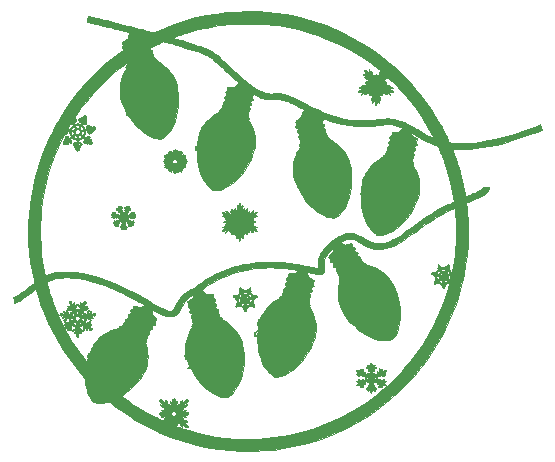
<source format=gto>
%TF.GenerationSoftware,KiCad,Pcbnew,(5.1.8)-1*%
%TF.CreationDate,2020-11-17T19:57:04-05:00*%
%TF.ProjectId,drawing,64726177-696e-4672-9e6b-696361645f70,rev?*%
%TF.SameCoordinates,Original*%
%TF.FileFunction,Legend,Top*%
%TF.FilePolarity,Positive*%
%FSLAX46Y46*%
G04 Gerber Fmt 4.6, Leading zero omitted, Abs format (unit mm)*
G04 Created by KiCad (PCBNEW (5.1.8)-1) date 2020-11-17 19:57:04*
%MOMM*%
%LPD*%
G01*
G04 APERTURE LIST*
%ADD10C,0.120000*%
%ADD11C,0.010000*%
%ADD12C,0.150000*%
G04 APERTURE END LIST*
D10*
%TO.C,D8*%
X-13382939Y-2446859D02*
X-15325439Y-5811368D01*
X-15325439Y-5811368D02*
X-13359561Y-6946368D01*
X-13359561Y-6946368D02*
X-11417061Y-3581859D01*
%TO.C,D7*%
X-6510436Y-2548278D02*
X-5504924Y-6300900D01*
X-5504924Y-6300900D02*
X-3312273Y-5713381D01*
X-3312273Y-5713381D02*
X-4317785Y-1960759D01*
%TO.C,D6*%
X9317785Y11839241D02*
X8312273Y8086619D01*
X8312273Y8086619D02*
X10504924Y7499100D01*
X10504924Y7499100D02*
X11510436Y11251722D01*
%TO.C,D5*%
X317785Y-160759D02*
X-687727Y-3913381D01*
X-687727Y-3913381D02*
X1504924Y-4500900D01*
X1504924Y-4500900D02*
X2510436Y-748278D01*
%TO.C,D4*%
X2739564Y13001722D02*
X3745076Y9249100D01*
X3745076Y9249100D02*
X5937727Y9836619D01*
X5937727Y9836619D02*
X4932215Y13589241D01*
%TO.C,D3*%
X6467061Y1568141D02*
X8409561Y-1796368D01*
X8409561Y-1796368D02*
X10375439Y-661368D01*
X10375439Y-661368D02*
X8432939Y2703141D01*
%TO.C,D2*%
X-4682215Y15589241D02*
X-5687727Y11836619D01*
X-5687727Y11836619D02*
X-3495076Y11249100D01*
X-3495076Y11249100D02*
X-2489564Y15001722D01*
%TO.C,D1*%
X-11760436Y19251722D02*
X-10754924Y15499100D01*
X-10754924Y15499100D02*
X-8562273Y16086619D01*
X-8562273Y16086619D02*
X-9567785Y19839241D01*
D11*
%TO.C,G\u002A\u002A\u002A*%
G36*
X8795261Y20048188D02*
G01*
X8810570Y20037440D01*
X8876706Y19990308D01*
X8914077Y19957317D01*
X8928058Y19927577D01*
X8924025Y19890199D01*
X8908701Y19838654D01*
X8877515Y19737916D01*
X8769386Y19731590D01*
X8661257Y19725263D01*
X8625305Y19833502D01*
X8606643Y19894411D01*
X8596820Y19936137D01*
X8596802Y19947320D01*
X8672713Y20004009D01*
X8722495Y20039060D01*
X8754167Y20055853D01*
X8775749Y20057768D01*
X8795261Y20048188D01*
G37*
X8795261Y20048188D02*
X8810570Y20037440D01*
X8876706Y19990308D01*
X8914077Y19957317D01*
X8928058Y19927577D01*
X8924025Y19890199D01*
X8908701Y19838654D01*
X8877515Y19737916D01*
X8769386Y19731590D01*
X8661257Y19725263D01*
X8625305Y19833502D01*
X8606643Y19894411D01*
X8596820Y19936137D01*
X8596802Y19947320D01*
X8672713Y20004009D01*
X8722495Y20039060D01*
X8754167Y20055853D01*
X8775749Y20057768D01*
X8795261Y20048188D01*
G36*
X9553475Y19473136D02*
G01*
X9602590Y19435895D01*
X9626664Y19408432D01*
X9630580Y19375627D01*
X9619225Y19322357D01*
X9611725Y19292821D01*
X9587891Y19198166D01*
X9363747Y19198166D01*
X9330473Y19302218D01*
X9297198Y19406270D01*
X9385310Y19469547D01*
X9473422Y19532825D01*
X9553475Y19473136D01*
G37*
X9553475Y19473136D02*
X9602590Y19435895D01*
X9626664Y19408432D01*
X9630580Y19375627D01*
X9619225Y19322357D01*
X9611725Y19292821D01*
X9587891Y19198166D01*
X9363747Y19198166D01*
X9330473Y19302218D01*
X9297198Y19406270D01*
X9385310Y19469547D01*
X9473422Y19532825D01*
X9553475Y19473136D01*
G36*
X8143623Y19482987D02*
G01*
X8192188Y19446840D01*
X8224441Y19422821D01*
X8230698Y19418154D01*
X8228782Y19396806D01*
X8215906Y19347873D01*
X8202539Y19305371D01*
X8166931Y19198166D01*
X8062275Y19198166D01*
X7998214Y19200619D01*
X7962868Y19212115D01*
X7942715Y19238860D01*
X7935436Y19256375D01*
X7907935Y19336945D01*
X7901301Y19391395D01*
X7917758Y19431617D01*
X7959533Y19469499D01*
X7977764Y19482482D01*
X8063997Y19542242D01*
X8143623Y19482987D01*
G37*
X8143623Y19482987D02*
X8192188Y19446840D01*
X8224441Y19422821D01*
X8230698Y19418154D01*
X8228782Y19396806D01*
X8215906Y19347873D01*
X8202539Y19305371D01*
X8166931Y19198166D01*
X8062275Y19198166D01*
X7998214Y19200619D01*
X7962868Y19212115D01*
X7942715Y19238860D01*
X7935436Y19256375D01*
X7907935Y19336945D01*
X7901301Y19391395D01*
X7917758Y19431617D01*
X7959533Y19469499D01*
X7977764Y19482482D01*
X8063997Y19542242D01*
X8143623Y19482987D01*
G36*
X9291313Y18612717D02*
G01*
X9342524Y18573148D01*
X9364956Y18541660D01*
X9366367Y18504959D01*
X9363468Y18489083D01*
X9344389Y18408481D01*
X9323035Y18361034D01*
X9290845Y18338037D01*
X9239255Y18330782D01*
X9207360Y18330333D01*
X9135460Y18335523D01*
X9096545Y18350096D01*
X9092027Y18356791D01*
X9063322Y18449836D01*
X9046518Y18509012D01*
X9039983Y18540559D01*
X9041349Y18550367D01*
X9061280Y18565209D01*
X9103242Y18596434D01*
X9127356Y18614375D01*
X9205962Y18672851D01*
X9291313Y18612717D01*
G37*
X9291313Y18612717D02*
X9342524Y18573148D01*
X9364956Y18541660D01*
X9366367Y18504959D01*
X9363468Y18489083D01*
X9344389Y18408481D01*
X9323035Y18361034D01*
X9290845Y18338037D01*
X9239255Y18330782D01*
X9207360Y18330333D01*
X9135460Y18335523D01*
X9096545Y18350096D01*
X9092027Y18356791D01*
X9063322Y18449836D01*
X9046518Y18509012D01*
X9039983Y18540559D01*
X9041349Y18550367D01*
X9061280Y18565209D01*
X9103242Y18596434D01*
X9127356Y18614375D01*
X9205962Y18672851D01*
X9291313Y18612717D01*
G36*
X8405237Y18614649D02*
G01*
X8455223Y18575101D01*
X8479210Y18536861D01*
X8479422Y18488039D01*
X8458084Y18416745D01*
X8447564Y18388541D01*
X8429774Y18353432D01*
X8402542Y18336209D01*
X8352345Y18330669D01*
X8320725Y18330333D01*
X8216069Y18330333D01*
X8180461Y18437538D01*
X8161919Y18498128D01*
X8152251Y18539491D01*
X8152302Y18550320D01*
X8172245Y18565182D01*
X8214302Y18596492D01*
X8239377Y18615153D01*
X8319004Y18674408D01*
X8405237Y18614649D01*
G37*
X8405237Y18614649D02*
X8455223Y18575101D01*
X8479210Y18536861D01*
X8479422Y18488039D01*
X8458084Y18416745D01*
X8447564Y18388541D01*
X8429774Y18353432D01*
X8402542Y18336209D01*
X8352345Y18330669D01*
X8320725Y18330333D01*
X8216069Y18330333D01*
X8180461Y18437538D01*
X8161919Y18498128D01*
X8152251Y18539491D01*
X8152302Y18550320D01*
X8172245Y18565182D01*
X8214302Y18596492D01*
X8239377Y18615153D01*
X8319004Y18674408D01*
X8405237Y18614649D01*
G36*
X-8214833Y13683674D02*
G01*
X-8204622Y13649317D01*
X-8193684Y13605224D01*
X-8179395Y13597037D01*
X-8151151Y13618954D01*
X-8150393Y13619640D01*
X-8112187Y13642623D01*
X-8087000Y13642741D01*
X-8065591Y13607789D01*
X-8078362Y13553990D01*
X-8124186Y13485854D01*
X-8127140Y13482367D01*
X-8169844Y13425918D01*
X-8188872Y13387659D01*
X-8184608Y13372333D01*
X-8157440Y13384685D01*
X-8121700Y13415514D01*
X-8077084Y13455942D01*
X-8044786Y13480125D01*
X-8037339Y13483166D01*
X-8024151Y13464612D01*
X-8007030Y13417441D01*
X-7998191Y13385529D01*
X-7981280Y13328971D01*
X-7967290Y13310009D01*
X-7955016Y13321108D01*
X-7948090Y13365022D01*
X-7956804Y13433854D01*
X-7961050Y13452112D01*
X-7974223Y13515541D01*
X-7972378Y13553626D01*
X-7954618Y13580931D01*
X-7953034Y13582537D01*
X-7913550Y13603021D01*
X-7883781Y13586141D01*
X-7874000Y13545417D01*
X-7865492Y13509726D01*
X-7840158Y13512751D01*
X-7804828Y13546666D01*
X-7762917Y13581975D01*
X-7734733Y13581822D01*
X-7725252Y13552163D01*
X-7739452Y13498956D01*
X-7748864Y13479684D01*
X-7760978Y13450735D01*
X-7747195Y13443638D01*
X-7708545Y13450565D01*
X-7660582Y13454837D01*
X-7633587Y13445688D01*
X-7633481Y13445522D01*
X-7634001Y13411362D01*
X-7663555Y13372398D01*
X-7711653Y13338994D01*
X-7757437Y13323047D01*
X-7814613Y13305007D01*
X-7854687Y13279733D01*
X-7856269Y13277944D01*
X-7866808Y13259850D01*
X-7852722Y13253729D01*
X-7806769Y13257947D01*
X-7782939Y13261395D01*
X-7721133Y13268023D01*
X-7690174Y13259074D01*
X-7684667Y13226852D01*
X-7699215Y13163662D01*
X-7703592Y13148246D01*
X-7713185Y13098556D01*
X-7706624Y13081839D01*
X-7688902Y13094392D01*
X-7665009Y13132514D01*
X-7639938Y13192503D01*
X-7638595Y13196450D01*
X-7603949Y13274017D01*
X-7564757Y13319751D01*
X-7525320Y13329243D01*
X-7513921Y13324265D01*
X-7502643Y13296376D01*
X-7506166Y13258161D01*
X-7512019Y13223893D01*
X-7498932Y13212193D01*
X-7456782Y13216887D01*
X-7442744Y13219481D01*
X-7387247Y13225271D01*
X-7369067Y13212877D01*
X-7386964Y13179619D01*
X-7411414Y13151803D01*
X-7456829Y13103462D01*
X-7401235Y13082325D01*
X-7360934Y13055962D01*
X-7357457Y13030397D01*
X-7386542Y12995343D01*
X-7440638Y12985067D01*
X-7524996Y12998608D01*
X-7527649Y12999271D01*
X-7600774Y13011984D01*
X-7641030Y13004364D01*
X-7644571Y13001396D01*
X-7644287Y12984084D01*
X-7604117Y12969610D01*
X-7579696Y12964926D01*
X-7517464Y12946202D01*
X-7494436Y12915853D01*
X-7510015Y12871041D01*
X-7549877Y12822866D01*
X-7583137Y12782676D01*
X-7583457Y12764922D01*
X-7575003Y12763500D01*
X-7541234Y12777834D01*
X-7496006Y12813566D01*
X-7482416Y12827000D01*
X-7430989Y12867741D01*
X-7379749Y12888852D01*
X-7336792Y12891539D01*
X-7310213Y12877011D01*
X-7308108Y12846476D01*
X-7335000Y12805004D01*
X-7353364Y12779344D01*
X-7341274Y12765585D01*
X-7303250Y12756242D01*
X-7258425Y12740898D01*
X-7239021Y12721613D01*
X-7239000Y12721031D01*
X-7244415Y12705286D01*
X-7267351Y12691203D01*
X-7317843Y12673421D01*
X-7342423Y12665778D01*
X-7358788Y12653029D01*
X-7344373Y12626887D01*
X-7335058Y12616226D01*
X-7312252Y12578118D01*
X-7312259Y12553167D01*
X-7346623Y12531525D01*
X-7396442Y12543538D01*
X-7454377Y12587187D01*
X-7461250Y12594166D01*
X-7510007Y12634550D01*
X-7555912Y12656332D01*
X-7565752Y12657569D01*
X-7588942Y12654240D01*
X-7586354Y12639680D01*
X-7555197Y12606787D01*
X-7540253Y12592648D01*
X-7494872Y12543590D01*
X-7486317Y12511240D01*
X-7515731Y12489537D01*
X-7562034Y12476889D01*
X-7627708Y12459748D01*
X-7654408Y12443958D01*
X-7645359Y12427490D01*
X-7642970Y12425948D01*
X-7609659Y12421357D01*
X-7551544Y12426172D01*
X-7515245Y12432459D01*
X-7444015Y12443186D01*
X-7399665Y12438535D01*
X-7378118Y12426107D01*
X-7348466Y12392156D01*
X-7357844Y12368388D01*
X-7407863Y12350854D01*
X-7408893Y12350627D01*
X-7472953Y12336557D01*
X-7419477Y12294492D01*
X-7382027Y12256337D01*
X-7366008Y12222762D01*
X-7366000Y12222214D01*
X-7366619Y12200902D01*
X-7376356Y12194208D01*
X-7407029Y12200655D01*
X-7446963Y12212104D01*
X-7493662Y12223636D01*
X-7509867Y12215683D01*
X-7505716Y12180634D01*
X-7503350Y12169771D01*
X-7498015Y12125547D01*
X-7512817Y12108990D01*
X-7531060Y12107333D01*
X-7583424Y12125311D01*
X-7619192Y12180397D01*
X-7632887Y12229977D01*
X-7654822Y12288978D01*
X-7685204Y12331126D01*
X-7710417Y12351834D01*
X-7716509Y12345074D01*
X-7706650Y12304787D01*
X-7703942Y12295306D01*
X-7689767Y12234785D01*
X-7683515Y12186125D01*
X-7683500Y12184553D01*
X-7688705Y12162417D01*
X-7709576Y12154594D01*
X-7753992Y12161046D01*
X-7829834Y12181736D01*
X-7836825Y12183806D01*
X-7863381Y12183766D01*
X-7861844Y12163784D01*
X-7835511Y12140208D01*
X-7783054Y12117052D01*
X-7756816Y12109348D01*
X-7693489Y12085284D01*
X-7648686Y12053351D01*
X-7628619Y12020672D01*
X-7639499Y11994367D01*
X-7651153Y11988216D01*
X-7699693Y11982414D01*
X-7723334Y11985813D01*
X-7748085Y11988357D01*
X-7752733Y11970694D01*
X-7740639Y11924717D01*
X-7728514Y11864504D01*
X-7738746Y11839029D01*
X-7770161Y11849433D01*
X-7796073Y11870889D01*
X-7842246Y11908491D01*
X-7867014Y11912652D01*
X-7874000Y11886332D01*
X-7888365Y11848413D01*
X-7922153Y11841158D01*
X-7953256Y11860018D01*
X-7972181Y11886662D01*
X-7974722Y11921792D01*
X-7961624Y11980294D01*
X-7959624Y11987498D01*
X-7944713Y12069281D01*
X-7954021Y12119447D01*
X-7968120Y12135876D01*
X-7978812Y12120846D01*
X-7989725Y12069085D01*
X-7990065Y12067081D01*
X-8005514Y12009357D01*
X-8026118Y11971959D01*
X-8033575Y11966504D01*
X-8063685Y11974281D01*
X-8106676Y12006573D01*
X-8126095Y12026187D01*
X-8165248Y12066954D01*
X-8184408Y12077977D01*
X-8190544Y12062146D01*
X-8190879Y12053085D01*
X-8176680Y12011331D01*
X-8140595Y11961533D01*
X-8128000Y11948583D01*
X-8083268Y11890740D01*
X-8064167Y11833188D01*
X-8074242Y11787899D01*
X-8078805Y11782584D01*
X-8102274Y11785187D01*
X-8138960Y11811358D01*
X-8139713Y11812062D01*
X-8186318Y11855844D01*
X-8200451Y11780505D01*
X-8217524Y11726728D01*
X-8239186Y11705731D01*
X-8259909Y11721178D01*
X-8266247Y11736916D01*
X-8285289Y11797097D01*
X-8298054Y11823977D01*
X-8312105Y11824261D01*
X-8335006Y11804655D01*
X-8338774Y11801224D01*
X-8381498Y11775138D01*
X-8409809Y11780910D01*
X-8422453Y11810161D01*
X-8418175Y11854513D01*
X-8395722Y11905588D01*
X-8360833Y11948583D01*
X-8320761Y11994142D01*
X-8298773Y12033074D01*
X-8297333Y12041170D01*
X-8307139Y12053270D01*
X-8338345Y12032868D01*
X-8356700Y12016043D01*
X-8410024Y11972176D01*
X-8445246Y11963982D01*
X-8467885Y11992000D01*
X-8478057Y12027958D01*
X-8495134Y12093543D01*
X-8510863Y12120305D01*
X-8527402Y12111608D01*
X-8529577Y12108287D01*
X-8534508Y12073839D01*
X-8528800Y12016539D01*
X-8523851Y11991735D01*
X-8513666Y11927721D01*
X-8513292Y11877181D01*
X-8515839Y11866041D01*
X-8542322Y11835479D01*
X-8575605Y11839188D01*
X-8602521Y11874110D01*
X-8606655Y11887130D01*
X-8620450Y11942093D01*
X-8671839Y11886672D01*
X-8717657Y11846882D01*
X-8745076Y11843683D01*
X-8752654Y11874879D01*
X-8738954Y11938273D01*
X-8727436Y11971509D01*
X-8738423Y11985911D01*
X-8785079Y11984714D01*
X-8830316Y11981540D01*
X-8845683Y11995727D01*
X-8844197Y12023568D01*
X-8828504Y12058178D01*
X-8787075Y12086045D01*
X-8732550Y12107006D01*
X-8671314Y12131959D01*
X-8629109Y12157623D01*
X-8618536Y12170307D01*
X-8621632Y12188928D01*
X-8648987Y12183307D01*
X-8699903Y12167496D01*
X-8750432Y12155460D01*
X-8792985Y12150066D01*
X-8805199Y12165746D01*
X-8799539Y12204568D01*
X-8784970Y12264326D01*
X-8780980Y12276855D01*
X-8422059Y12276855D01*
X-8420177Y12234856D01*
X-8398757Y12206392D01*
X-8397875Y12206018D01*
X-8359648Y12194963D01*
X-8333658Y12207007D01*
X-8322733Y12217400D01*
X-8300983Y12251595D01*
X-8189274Y12251595D01*
X-8165482Y12216782D01*
X-8125307Y12196674D01*
X-8089827Y12207545D01*
X-8075083Y12243357D01*
X-8088507Y12275053D01*
X-8133291Y12286100D01*
X-8179879Y12278138D01*
X-8189274Y12251595D01*
X-8300983Y12251595D01*
X-8298687Y12255204D01*
X-8305612Y12280503D01*
X-8339666Y12282800D01*
X-8374105Y12283606D01*
X-8382000Y12296614D01*
X-8394821Y12311547D01*
X-8403166Y12308416D01*
X-8422059Y12276855D01*
X-8780980Y12276855D01*
X-8771693Y12306013D01*
X-8766941Y12335411D01*
X-8784762Y12336440D01*
X-8807954Y12312053D01*
X-8833745Y12261326D01*
X-8844226Y12233010D01*
X-8873598Y12159844D01*
X-8905011Y12120775D01*
X-8945231Y12107830D01*
X-8950611Y12107657D01*
X-8970370Y12122740D01*
X-8970111Y12171109D01*
X-8967024Y12209178D01*
X-8978111Y12224676D01*
X-9011840Y12219833D01*
X-9073067Y12198236D01*
X-9103240Y12197649D01*
X-9108998Y12221010D01*
X-9090911Y12258092D01*
X-9068327Y12283161D01*
X-9012906Y12334550D01*
X-9067870Y12348345D01*
X-9083577Y12357044D01*
X-8634113Y12357044D01*
X-8621889Y12333111D01*
X-8587609Y12318896D01*
X-8550162Y12325091D01*
X-8530373Y12347691D01*
X-8530166Y12350750D01*
X-7958666Y12350750D01*
X-7942025Y12325723D01*
X-7902911Y12320288D01*
X-7858921Y12335956D01*
X-7843336Y12366913D01*
X-7849855Y12410538D01*
X-7873773Y12446738D01*
X-7886669Y12454455D01*
X-7911263Y12448926D01*
X-7916333Y12424169D01*
X-7925324Y12390136D01*
X-7937500Y12382500D01*
X-7956278Y12365356D01*
X-7958666Y12350750D01*
X-8530166Y12350750D01*
X-8541596Y12378918D01*
X-8551333Y12382500D01*
X-8568190Y12400336D01*
X-8572500Y12427425D01*
X-8577134Y12458003D01*
X-8596890Y12451861D01*
X-8604250Y12446000D01*
X-8630834Y12404654D01*
X-8634113Y12357044D01*
X-9083577Y12357044D01*
X-9110000Y12371677D01*
X-9121669Y12404616D01*
X-9099818Y12433992D01*
X-9088959Y12439161D01*
X-9048280Y12442672D01*
X-8986857Y12435910D01*
X-8963264Y12431148D01*
X-8901886Y12421509D01*
X-8856350Y12422166D01*
X-8846713Y12425423D01*
X-8833925Y12442208D01*
X-8856185Y12457920D01*
X-8916858Y12474717D01*
X-8927041Y12476942D01*
X-8977871Y12494537D01*
X-8992150Y12521279D01*
X-8970421Y12562686D01*
X-8755449Y12562686D01*
X-8727316Y12539176D01*
X-8681023Y12531029D01*
X-8638520Y12540076D01*
X-8625416Y12551833D01*
X-8630215Y12569954D01*
X-8645334Y12573000D01*
X-8672559Y12590696D01*
X-8678333Y12615333D01*
X-8686122Y12649745D01*
X-8696908Y12657666D01*
X-8729859Y12640051D01*
X-8753523Y12601108D01*
X-8755449Y12562686D01*
X-8970421Y12562686D01*
X-8970419Y12562689D01*
X-8938956Y12598300D01*
X-8905696Y12638490D01*
X-8905376Y12656244D01*
X-8913830Y12657666D01*
X-8947599Y12643332D01*
X-8992827Y12607600D01*
X-9006416Y12594166D01*
X-9056050Y12555552D01*
X-9106644Y12535672D01*
X-9149738Y12533391D01*
X-9176873Y12547569D01*
X-9179589Y12577070D01*
X-9155587Y12614224D01*
X-9135048Y12641775D01*
X-9143924Y12658533D01*
X-9185264Y12675289D01*
X-9235679Y12697190D01*
X-9241951Y12710583D01*
X-8445500Y12710583D01*
X-8433160Y12639983D01*
X-8390278Y12578175D01*
X-8383628Y12571372D01*
X-8321595Y12524763D01*
X-8252852Y12509622D01*
X-8244416Y12509500D01*
X-8173816Y12521839D01*
X-8112008Y12564721D01*
X-8110292Y12566399D01*
X-7861048Y12566399D01*
X-7851664Y12550745D01*
X-7849331Y12549221D01*
X-7797992Y12531941D01*
X-7752835Y12540596D01*
X-7733488Y12562416D01*
X-7728601Y12608353D01*
X-7745985Y12640319D01*
X-7777827Y12644508D01*
X-7799495Y12623942D01*
X-7797665Y12611691D01*
X-7804815Y12591586D01*
X-7831326Y12579222D01*
X-7861048Y12566399D01*
X-8110292Y12566399D01*
X-8105205Y12571372D01*
X-8058596Y12633405D01*
X-8043455Y12702148D01*
X-8043333Y12710583D01*
X-8055673Y12781184D01*
X-8098555Y12842992D01*
X-8105205Y12849795D01*
X-8136697Y12873457D01*
X-7838752Y12873457D01*
X-7820662Y12861517D01*
X-7795558Y12834969D01*
X-7797646Y12814700D01*
X-7797215Y12789741D01*
X-7773384Y12788637D01*
X-7740822Y12812828D01*
X-7730014Y12840332D01*
X-7739570Y12881826D01*
X-7764713Y12895730D01*
X-7806165Y12898882D01*
X-7834351Y12889314D01*
X-7838752Y12873457D01*
X-8136697Y12873457D01*
X-8167238Y12896404D01*
X-8235981Y12911544D01*
X-8244416Y12911666D01*
X-8315017Y12899327D01*
X-8376825Y12856445D01*
X-8383628Y12849795D01*
X-8430237Y12787761D01*
X-8445378Y12719018D01*
X-8445500Y12710583D01*
X-9241951Y12710583D01*
X-9244497Y12716019D01*
X-9211824Y12735976D01*
X-9187040Y12745258D01*
X-9145262Y12762938D01*
X-9137730Y12782759D01*
X-9155365Y12814639D01*
X-9172777Y12859314D01*
X-9160176Y12885416D01*
X-9125919Y12892252D01*
X-9078366Y12879126D01*
X-9025873Y12845347D01*
X-9006416Y12827000D01*
X-8960857Y12786927D01*
X-8921926Y12764939D01*
X-8913830Y12763500D01*
X-8901730Y12773306D01*
X-8922132Y12804511D01*
X-8938956Y12822866D01*
X-8960851Y12849226D01*
X-8763000Y12849226D01*
X-8750780Y12800595D01*
X-8721536Y12784994D01*
X-8686388Y12803833D01*
X-8664898Y12836798D01*
X-8651469Y12878356D01*
X-8663766Y12896285D01*
X-8664898Y12896688D01*
X-8713548Y12898422D01*
X-8751714Y12876854D01*
X-8763000Y12849226D01*
X-8960851Y12849226D01*
X-8975741Y12867151D01*
X-8995005Y12901835D01*
X-8995833Y12906893D01*
X-8977318Y12926511D01*
X-8930094Y12949192D01*
X-8895344Y12960853D01*
X-8838831Y12978899D01*
X-8818840Y12991068D01*
X-8830685Y13001189D01*
X-8841387Y13004923D01*
X-8891098Y13008911D01*
X-8957076Y13000531D01*
X-8975241Y12996178D01*
X-9040307Y12983500D01*
X-9080442Y12989675D01*
X-9092699Y12997674D01*
X-9119935Y13035523D01*
X-9115521Y13064886D01*
X-8642947Y13064886D01*
X-8634470Y13022791D01*
X-8610936Y12985532D01*
X-8586624Y12976515D01*
X-8572953Y12998666D01*
X-8572500Y13006916D01*
X-8555421Y13034560D01*
X-8538986Y13038666D01*
X-8513865Y13048348D01*
X-8516869Y13064616D01*
X-7957348Y13064616D01*
X-7947023Y13045754D01*
X-7942791Y13044044D01*
X-7918582Y13017973D01*
X-7916333Y13005153D01*
X-7906617Y12977485D01*
X-7884212Y12981641D01*
X-7859236Y13013780D01*
X-7852309Y13029461D01*
X-7835950Y13074921D01*
X-7837390Y13095124D01*
X-7860549Y13104805D01*
X-7873222Y13108096D01*
X-7909419Y13105940D01*
X-7941137Y13088062D01*
X-7957348Y13064616D01*
X-8516869Y13064616D01*
X-8517785Y13069571D01*
X-8544426Y13090602D01*
X-8571307Y13098667D01*
X-8623545Y13095061D01*
X-8642947Y13064886D01*
X-9115521Y13064886D01*
X-9115112Y13067600D01*
X-9080500Y13081000D01*
X-9046085Y13088502D01*
X-9038166Y13098886D01*
X-9052320Y13125013D01*
X-9080500Y13155083D01*
X-9115711Y13196216D01*
X-9115133Y13220175D01*
X-9082381Y13225253D01*
X-9021072Y13209743D01*
X-8990147Y13197722D01*
X-8965533Y13191386D01*
X-8964109Y13209381D01*
X-8974272Y13238712D01*
X-8991645Y13288973D01*
X-8988508Y13310060D01*
X-8959827Y13312204D01*
X-8939226Y13309947D01*
X-8902530Y13298938D01*
X-8876709Y13269399D01*
X-8853045Y13210573D01*
X-8849267Y13198947D01*
X-8825395Y13137931D01*
X-8801836Y13097468D01*
X-8783545Y13081482D01*
X-8775480Y13093897D01*
X-8782596Y13138638D01*
X-8785241Y13148246D01*
X-8795288Y13188669D01*
X-8415983Y13188669D01*
X-8409319Y13160783D01*
X-8379618Y13155276D01*
X-8372880Y13157451D01*
X-8337866Y13152311D01*
X-8326429Y13140651D01*
X-8310793Y13127336D01*
X-8305105Y13141965D01*
X-8192473Y13141965D01*
X-8179810Y13133510D01*
X-8156308Y13147200D01*
X-8126604Y13164722D01*
X-8112242Y13149884D01*
X-8112210Y13149791D01*
X-8093163Y13124117D01*
X-8073645Y13133736D01*
X-8064503Y13173147D01*
X-8064500Y13173985D01*
X-8078181Y13221891D01*
X-8111675Y13236866D01*
X-8153659Y13214514D01*
X-8157761Y13210197D01*
X-8185198Y13170756D01*
X-8192473Y13141965D01*
X-8305105Y13141965D01*
X-8301088Y13152293D01*
X-8308673Y13198109D01*
X-8327049Y13225621D01*
X-8356320Y13248144D01*
X-8381431Y13238115D01*
X-8395088Y13225150D01*
X-8415983Y13188669D01*
X-8795288Y13188669D01*
X-8802626Y13218187D01*
X-8801954Y13255991D01*
X-8780121Y13269126D01*
X-8736541Y13265487D01*
X-8674132Y13252290D01*
X-8625416Y13237961D01*
X-8596962Y13228728D01*
X-8598491Y13238603D01*
X-8621508Y13265815D01*
X-8669310Y13300439D01*
X-8731150Y13322996D01*
X-8732376Y13323231D01*
X-8799614Y13351999D01*
X-8840090Y13402878D01*
X-8847666Y13441123D01*
X-8829575Y13455975D01*
X-8784724Y13451539D01*
X-8742606Y13444329D01*
X-8730885Y13455656D01*
X-8741939Y13495519D01*
X-8744838Y13503854D01*
X-8758569Y13560490D01*
X-8748676Y13582129D01*
X-8715921Y13568378D01*
X-8679749Y13537440D01*
X-8618107Y13478383D01*
X-8611178Y13537350D01*
X-8595142Y13588615D01*
X-8568327Y13603751D01*
X-8538515Y13580417D01*
X-8528569Y13562196D01*
X-8515817Y13500730D01*
X-8527470Y13430233D01*
X-8538399Y13363350D01*
X-8531435Y13316873D01*
X-8531028Y13316124D01*
X-8516265Y13300400D01*
X-8504187Y13319849D01*
X-8497145Y13345882D01*
X-8479287Y13405552D01*
X-8461785Y13448384D01*
X-8446979Y13469523D01*
X-8427908Y13468400D01*
X-8394556Y13441692D01*
X-8369463Y13417773D01*
X-8323790Y13379469D01*
X-8301556Y13372997D01*
X-8303256Y13394614D01*
X-8329382Y13440575D01*
X-8360833Y13483166D01*
X-8398487Y13537129D01*
X-8421252Y13582141D01*
X-8424333Y13596088D01*
X-8410701Y13635436D01*
X-8376781Y13642543D01*
X-8340337Y13621356D01*
X-8312717Y13600353D01*
X-8298220Y13609551D01*
X-8287072Y13651033D01*
X-8266106Y13701875D01*
X-8239468Y13712703D01*
X-8214833Y13683674D01*
G37*
X-8214833Y13683674D02*
X-8204622Y13649317D01*
X-8193684Y13605224D01*
X-8179395Y13597037D01*
X-8151151Y13618954D01*
X-8150393Y13619640D01*
X-8112187Y13642623D01*
X-8087000Y13642741D01*
X-8065591Y13607789D01*
X-8078362Y13553990D01*
X-8124186Y13485854D01*
X-8127140Y13482367D01*
X-8169844Y13425918D01*
X-8188872Y13387659D01*
X-8184608Y13372333D01*
X-8157440Y13384685D01*
X-8121700Y13415514D01*
X-8077084Y13455942D01*
X-8044786Y13480125D01*
X-8037339Y13483166D01*
X-8024151Y13464612D01*
X-8007030Y13417441D01*
X-7998191Y13385529D01*
X-7981280Y13328971D01*
X-7967290Y13310009D01*
X-7955016Y13321108D01*
X-7948090Y13365022D01*
X-7956804Y13433854D01*
X-7961050Y13452112D01*
X-7974223Y13515541D01*
X-7972378Y13553626D01*
X-7954618Y13580931D01*
X-7953034Y13582537D01*
X-7913550Y13603021D01*
X-7883781Y13586141D01*
X-7874000Y13545417D01*
X-7865492Y13509726D01*
X-7840158Y13512751D01*
X-7804828Y13546666D01*
X-7762917Y13581975D01*
X-7734733Y13581822D01*
X-7725252Y13552163D01*
X-7739452Y13498956D01*
X-7748864Y13479684D01*
X-7760978Y13450735D01*
X-7747195Y13443638D01*
X-7708545Y13450565D01*
X-7660582Y13454837D01*
X-7633587Y13445688D01*
X-7633481Y13445522D01*
X-7634001Y13411362D01*
X-7663555Y13372398D01*
X-7711653Y13338994D01*
X-7757437Y13323047D01*
X-7814613Y13305007D01*
X-7854687Y13279733D01*
X-7856269Y13277944D01*
X-7866808Y13259850D01*
X-7852722Y13253729D01*
X-7806769Y13257947D01*
X-7782939Y13261395D01*
X-7721133Y13268023D01*
X-7690174Y13259074D01*
X-7684667Y13226852D01*
X-7699215Y13163662D01*
X-7703592Y13148246D01*
X-7713185Y13098556D01*
X-7706624Y13081839D01*
X-7688902Y13094392D01*
X-7665009Y13132514D01*
X-7639938Y13192503D01*
X-7638595Y13196450D01*
X-7603949Y13274017D01*
X-7564757Y13319751D01*
X-7525320Y13329243D01*
X-7513921Y13324265D01*
X-7502643Y13296376D01*
X-7506166Y13258161D01*
X-7512019Y13223893D01*
X-7498932Y13212193D01*
X-7456782Y13216887D01*
X-7442744Y13219481D01*
X-7387247Y13225271D01*
X-7369067Y13212877D01*
X-7386964Y13179619D01*
X-7411414Y13151803D01*
X-7456829Y13103462D01*
X-7401235Y13082325D01*
X-7360934Y13055962D01*
X-7357457Y13030397D01*
X-7386542Y12995343D01*
X-7440638Y12985067D01*
X-7524996Y12998608D01*
X-7527649Y12999271D01*
X-7600774Y13011984D01*
X-7641030Y13004364D01*
X-7644571Y13001396D01*
X-7644287Y12984084D01*
X-7604117Y12969610D01*
X-7579696Y12964926D01*
X-7517464Y12946202D01*
X-7494436Y12915853D01*
X-7510015Y12871041D01*
X-7549877Y12822866D01*
X-7583137Y12782676D01*
X-7583457Y12764922D01*
X-7575003Y12763500D01*
X-7541234Y12777834D01*
X-7496006Y12813566D01*
X-7482416Y12827000D01*
X-7430989Y12867741D01*
X-7379749Y12888852D01*
X-7336792Y12891539D01*
X-7310213Y12877011D01*
X-7308108Y12846476D01*
X-7335000Y12805004D01*
X-7353364Y12779344D01*
X-7341274Y12765585D01*
X-7303250Y12756242D01*
X-7258425Y12740898D01*
X-7239021Y12721613D01*
X-7239000Y12721031D01*
X-7244415Y12705286D01*
X-7267351Y12691203D01*
X-7317843Y12673421D01*
X-7342423Y12665778D01*
X-7358788Y12653029D01*
X-7344373Y12626887D01*
X-7335058Y12616226D01*
X-7312252Y12578118D01*
X-7312259Y12553167D01*
X-7346623Y12531525D01*
X-7396442Y12543538D01*
X-7454377Y12587187D01*
X-7461250Y12594166D01*
X-7510007Y12634550D01*
X-7555912Y12656332D01*
X-7565752Y12657569D01*
X-7588942Y12654240D01*
X-7586354Y12639680D01*
X-7555197Y12606787D01*
X-7540253Y12592648D01*
X-7494872Y12543590D01*
X-7486317Y12511240D01*
X-7515731Y12489537D01*
X-7562034Y12476889D01*
X-7627708Y12459748D01*
X-7654408Y12443958D01*
X-7645359Y12427490D01*
X-7642970Y12425948D01*
X-7609659Y12421357D01*
X-7551544Y12426172D01*
X-7515245Y12432459D01*
X-7444015Y12443186D01*
X-7399665Y12438535D01*
X-7378118Y12426107D01*
X-7348466Y12392156D01*
X-7357844Y12368388D01*
X-7407863Y12350854D01*
X-7408893Y12350627D01*
X-7472953Y12336557D01*
X-7419477Y12294492D01*
X-7382027Y12256337D01*
X-7366008Y12222762D01*
X-7366000Y12222214D01*
X-7366619Y12200902D01*
X-7376356Y12194208D01*
X-7407029Y12200655D01*
X-7446963Y12212104D01*
X-7493662Y12223636D01*
X-7509867Y12215683D01*
X-7505716Y12180634D01*
X-7503350Y12169771D01*
X-7498015Y12125547D01*
X-7512817Y12108990D01*
X-7531060Y12107333D01*
X-7583424Y12125311D01*
X-7619192Y12180397D01*
X-7632887Y12229977D01*
X-7654822Y12288978D01*
X-7685204Y12331126D01*
X-7710417Y12351834D01*
X-7716509Y12345074D01*
X-7706650Y12304787D01*
X-7703942Y12295306D01*
X-7689767Y12234785D01*
X-7683515Y12186125D01*
X-7683500Y12184553D01*
X-7688705Y12162417D01*
X-7709576Y12154594D01*
X-7753992Y12161046D01*
X-7829834Y12181736D01*
X-7836825Y12183806D01*
X-7863381Y12183766D01*
X-7861844Y12163784D01*
X-7835511Y12140208D01*
X-7783054Y12117052D01*
X-7756816Y12109348D01*
X-7693489Y12085284D01*
X-7648686Y12053351D01*
X-7628619Y12020672D01*
X-7639499Y11994367D01*
X-7651153Y11988216D01*
X-7699693Y11982414D01*
X-7723334Y11985813D01*
X-7748085Y11988357D01*
X-7752733Y11970694D01*
X-7740639Y11924717D01*
X-7728514Y11864504D01*
X-7738746Y11839029D01*
X-7770161Y11849433D01*
X-7796073Y11870889D01*
X-7842246Y11908491D01*
X-7867014Y11912652D01*
X-7874000Y11886332D01*
X-7888365Y11848413D01*
X-7922153Y11841158D01*
X-7953256Y11860018D01*
X-7972181Y11886662D01*
X-7974722Y11921792D01*
X-7961624Y11980294D01*
X-7959624Y11987498D01*
X-7944713Y12069281D01*
X-7954021Y12119447D01*
X-7968120Y12135876D01*
X-7978812Y12120846D01*
X-7989725Y12069085D01*
X-7990065Y12067081D01*
X-8005514Y12009357D01*
X-8026118Y11971959D01*
X-8033575Y11966504D01*
X-8063685Y11974281D01*
X-8106676Y12006573D01*
X-8126095Y12026187D01*
X-8165248Y12066954D01*
X-8184408Y12077977D01*
X-8190544Y12062146D01*
X-8190879Y12053085D01*
X-8176680Y12011331D01*
X-8140595Y11961533D01*
X-8128000Y11948583D01*
X-8083268Y11890740D01*
X-8064167Y11833188D01*
X-8074242Y11787899D01*
X-8078805Y11782584D01*
X-8102274Y11785187D01*
X-8138960Y11811358D01*
X-8139713Y11812062D01*
X-8186318Y11855844D01*
X-8200451Y11780505D01*
X-8217524Y11726728D01*
X-8239186Y11705731D01*
X-8259909Y11721178D01*
X-8266247Y11736916D01*
X-8285289Y11797097D01*
X-8298054Y11823977D01*
X-8312105Y11824261D01*
X-8335006Y11804655D01*
X-8338774Y11801224D01*
X-8381498Y11775138D01*
X-8409809Y11780910D01*
X-8422453Y11810161D01*
X-8418175Y11854513D01*
X-8395722Y11905588D01*
X-8360833Y11948583D01*
X-8320761Y11994142D01*
X-8298773Y12033074D01*
X-8297333Y12041170D01*
X-8307139Y12053270D01*
X-8338345Y12032868D01*
X-8356700Y12016043D01*
X-8410024Y11972176D01*
X-8445246Y11963982D01*
X-8467885Y11992000D01*
X-8478057Y12027958D01*
X-8495134Y12093543D01*
X-8510863Y12120305D01*
X-8527402Y12111608D01*
X-8529577Y12108287D01*
X-8534508Y12073839D01*
X-8528800Y12016539D01*
X-8523851Y11991735D01*
X-8513666Y11927721D01*
X-8513292Y11877181D01*
X-8515839Y11866041D01*
X-8542322Y11835479D01*
X-8575605Y11839188D01*
X-8602521Y11874110D01*
X-8606655Y11887130D01*
X-8620450Y11942093D01*
X-8671839Y11886672D01*
X-8717657Y11846882D01*
X-8745076Y11843683D01*
X-8752654Y11874879D01*
X-8738954Y11938273D01*
X-8727436Y11971509D01*
X-8738423Y11985911D01*
X-8785079Y11984714D01*
X-8830316Y11981540D01*
X-8845683Y11995727D01*
X-8844197Y12023568D01*
X-8828504Y12058178D01*
X-8787075Y12086045D01*
X-8732550Y12107006D01*
X-8671314Y12131959D01*
X-8629109Y12157623D01*
X-8618536Y12170307D01*
X-8621632Y12188928D01*
X-8648987Y12183307D01*
X-8699903Y12167496D01*
X-8750432Y12155460D01*
X-8792985Y12150066D01*
X-8805199Y12165746D01*
X-8799539Y12204568D01*
X-8784970Y12264326D01*
X-8780980Y12276855D01*
X-8422059Y12276855D01*
X-8420177Y12234856D01*
X-8398757Y12206392D01*
X-8397875Y12206018D01*
X-8359648Y12194963D01*
X-8333658Y12207007D01*
X-8322733Y12217400D01*
X-8300983Y12251595D01*
X-8189274Y12251595D01*
X-8165482Y12216782D01*
X-8125307Y12196674D01*
X-8089827Y12207545D01*
X-8075083Y12243357D01*
X-8088507Y12275053D01*
X-8133291Y12286100D01*
X-8179879Y12278138D01*
X-8189274Y12251595D01*
X-8300983Y12251595D01*
X-8298687Y12255204D01*
X-8305612Y12280503D01*
X-8339666Y12282800D01*
X-8374105Y12283606D01*
X-8382000Y12296614D01*
X-8394821Y12311547D01*
X-8403166Y12308416D01*
X-8422059Y12276855D01*
X-8780980Y12276855D01*
X-8771693Y12306013D01*
X-8766941Y12335411D01*
X-8784762Y12336440D01*
X-8807954Y12312053D01*
X-8833745Y12261326D01*
X-8844226Y12233010D01*
X-8873598Y12159844D01*
X-8905011Y12120775D01*
X-8945231Y12107830D01*
X-8950611Y12107657D01*
X-8970370Y12122740D01*
X-8970111Y12171109D01*
X-8967024Y12209178D01*
X-8978111Y12224676D01*
X-9011840Y12219833D01*
X-9073067Y12198236D01*
X-9103240Y12197649D01*
X-9108998Y12221010D01*
X-9090911Y12258092D01*
X-9068327Y12283161D01*
X-9012906Y12334550D01*
X-9067870Y12348345D01*
X-9083577Y12357044D01*
X-8634113Y12357044D01*
X-8621889Y12333111D01*
X-8587609Y12318896D01*
X-8550162Y12325091D01*
X-8530373Y12347691D01*
X-8530166Y12350750D01*
X-7958666Y12350750D01*
X-7942025Y12325723D01*
X-7902911Y12320288D01*
X-7858921Y12335956D01*
X-7843336Y12366913D01*
X-7849855Y12410538D01*
X-7873773Y12446738D01*
X-7886669Y12454455D01*
X-7911263Y12448926D01*
X-7916333Y12424169D01*
X-7925324Y12390136D01*
X-7937500Y12382500D01*
X-7956278Y12365356D01*
X-7958666Y12350750D01*
X-8530166Y12350750D01*
X-8541596Y12378918D01*
X-8551333Y12382500D01*
X-8568190Y12400336D01*
X-8572500Y12427425D01*
X-8577134Y12458003D01*
X-8596890Y12451861D01*
X-8604250Y12446000D01*
X-8630834Y12404654D01*
X-8634113Y12357044D01*
X-9083577Y12357044D01*
X-9110000Y12371677D01*
X-9121669Y12404616D01*
X-9099818Y12433992D01*
X-9088959Y12439161D01*
X-9048280Y12442672D01*
X-8986857Y12435910D01*
X-8963264Y12431148D01*
X-8901886Y12421509D01*
X-8856350Y12422166D01*
X-8846713Y12425423D01*
X-8833925Y12442208D01*
X-8856185Y12457920D01*
X-8916858Y12474717D01*
X-8927041Y12476942D01*
X-8977871Y12494537D01*
X-8992150Y12521279D01*
X-8970421Y12562686D01*
X-8755449Y12562686D01*
X-8727316Y12539176D01*
X-8681023Y12531029D01*
X-8638520Y12540076D01*
X-8625416Y12551833D01*
X-8630215Y12569954D01*
X-8645334Y12573000D01*
X-8672559Y12590696D01*
X-8678333Y12615333D01*
X-8686122Y12649745D01*
X-8696908Y12657666D01*
X-8729859Y12640051D01*
X-8753523Y12601108D01*
X-8755449Y12562686D01*
X-8970421Y12562686D01*
X-8970419Y12562689D01*
X-8938956Y12598300D01*
X-8905696Y12638490D01*
X-8905376Y12656244D01*
X-8913830Y12657666D01*
X-8947599Y12643332D01*
X-8992827Y12607600D01*
X-9006416Y12594166D01*
X-9056050Y12555552D01*
X-9106644Y12535672D01*
X-9149738Y12533391D01*
X-9176873Y12547569D01*
X-9179589Y12577070D01*
X-9155587Y12614224D01*
X-9135048Y12641775D01*
X-9143924Y12658533D01*
X-9185264Y12675289D01*
X-9235679Y12697190D01*
X-9241951Y12710583D01*
X-8445500Y12710583D01*
X-8433160Y12639983D01*
X-8390278Y12578175D01*
X-8383628Y12571372D01*
X-8321595Y12524763D01*
X-8252852Y12509622D01*
X-8244416Y12509500D01*
X-8173816Y12521839D01*
X-8112008Y12564721D01*
X-8110292Y12566399D01*
X-7861048Y12566399D01*
X-7851664Y12550745D01*
X-7849331Y12549221D01*
X-7797992Y12531941D01*
X-7752835Y12540596D01*
X-7733488Y12562416D01*
X-7728601Y12608353D01*
X-7745985Y12640319D01*
X-7777827Y12644508D01*
X-7799495Y12623942D01*
X-7797665Y12611691D01*
X-7804815Y12591586D01*
X-7831326Y12579222D01*
X-7861048Y12566399D01*
X-8110292Y12566399D01*
X-8105205Y12571372D01*
X-8058596Y12633405D01*
X-8043455Y12702148D01*
X-8043333Y12710583D01*
X-8055673Y12781184D01*
X-8098555Y12842992D01*
X-8105205Y12849795D01*
X-8136697Y12873457D01*
X-7838752Y12873457D01*
X-7820662Y12861517D01*
X-7795558Y12834969D01*
X-7797646Y12814700D01*
X-7797215Y12789741D01*
X-7773384Y12788637D01*
X-7740822Y12812828D01*
X-7730014Y12840332D01*
X-7739570Y12881826D01*
X-7764713Y12895730D01*
X-7806165Y12898882D01*
X-7834351Y12889314D01*
X-7838752Y12873457D01*
X-8136697Y12873457D01*
X-8167238Y12896404D01*
X-8235981Y12911544D01*
X-8244416Y12911666D01*
X-8315017Y12899327D01*
X-8376825Y12856445D01*
X-8383628Y12849795D01*
X-8430237Y12787761D01*
X-8445378Y12719018D01*
X-8445500Y12710583D01*
X-9241951Y12710583D01*
X-9244497Y12716019D01*
X-9211824Y12735976D01*
X-9187040Y12745258D01*
X-9145262Y12762938D01*
X-9137730Y12782759D01*
X-9155365Y12814639D01*
X-9172777Y12859314D01*
X-9160176Y12885416D01*
X-9125919Y12892252D01*
X-9078366Y12879126D01*
X-9025873Y12845347D01*
X-9006416Y12827000D01*
X-8960857Y12786927D01*
X-8921926Y12764939D01*
X-8913830Y12763500D01*
X-8901730Y12773306D01*
X-8922132Y12804511D01*
X-8938956Y12822866D01*
X-8960851Y12849226D01*
X-8763000Y12849226D01*
X-8750780Y12800595D01*
X-8721536Y12784994D01*
X-8686388Y12803833D01*
X-8664898Y12836798D01*
X-8651469Y12878356D01*
X-8663766Y12896285D01*
X-8664898Y12896688D01*
X-8713548Y12898422D01*
X-8751714Y12876854D01*
X-8763000Y12849226D01*
X-8960851Y12849226D01*
X-8975741Y12867151D01*
X-8995005Y12901835D01*
X-8995833Y12906893D01*
X-8977318Y12926511D01*
X-8930094Y12949192D01*
X-8895344Y12960853D01*
X-8838831Y12978899D01*
X-8818840Y12991068D01*
X-8830685Y13001189D01*
X-8841387Y13004923D01*
X-8891098Y13008911D01*
X-8957076Y13000531D01*
X-8975241Y12996178D01*
X-9040307Y12983500D01*
X-9080442Y12989675D01*
X-9092699Y12997674D01*
X-9119935Y13035523D01*
X-9115521Y13064886D01*
X-8642947Y13064886D01*
X-8634470Y13022791D01*
X-8610936Y12985532D01*
X-8586624Y12976515D01*
X-8572953Y12998666D01*
X-8572500Y13006916D01*
X-8555421Y13034560D01*
X-8538986Y13038666D01*
X-8513865Y13048348D01*
X-8516869Y13064616D01*
X-7957348Y13064616D01*
X-7947023Y13045754D01*
X-7942791Y13044044D01*
X-7918582Y13017973D01*
X-7916333Y13005153D01*
X-7906617Y12977485D01*
X-7884212Y12981641D01*
X-7859236Y13013780D01*
X-7852309Y13029461D01*
X-7835950Y13074921D01*
X-7837390Y13095124D01*
X-7860549Y13104805D01*
X-7873222Y13108096D01*
X-7909419Y13105940D01*
X-7941137Y13088062D01*
X-7957348Y13064616D01*
X-8516869Y13064616D01*
X-8517785Y13069571D01*
X-8544426Y13090602D01*
X-8571307Y13098667D01*
X-8623545Y13095061D01*
X-8642947Y13064886D01*
X-9115521Y13064886D01*
X-9115112Y13067600D01*
X-9080500Y13081000D01*
X-9046085Y13088502D01*
X-9038166Y13098886D01*
X-9052320Y13125013D01*
X-9080500Y13155083D01*
X-9115711Y13196216D01*
X-9115133Y13220175D01*
X-9082381Y13225253D01*
X-9021072Y13209743D01*
X-8990147Y13197722D01*
X-8965533Y13191386D01*
X-8964109Y13209381D01*
X-8974272Y13238712D01*
X-8991645Y13288973D01*
X-8988508Y13310060D01*
X-8959827Y13312204D01*
X-8939226Y13309947D01*
X-8902530Y13298938D01*
X-8876709Y13269399D01*
X-8853045Y13210573D01*
X-8849267Y13198947D01*
X-8825395Y13137931D01*
X-8801836Y13097468D01*
X-8783545Y13081482D01*
X-8775480Y13093897D01*
X-8782596Y13138638D01*
X-8785241Y13148246D01*
X-8795288Y13188669D01*
X-8415983Y13188669D01*
X-8409319Y13160783D01*
X-8379618Y13155276D01*
X-8372880Y13157451D01*
X-8337866Y13152311D01*
X-8326429Y13140651D01*
X-8310793Y13127336D01*
X-8305105Y13141965D01*
X-8192473Y13141965D01*
X-8179810Y13133510D01*
X-8156308Y13147200D01*
X-8126604Y13164722D01*
X-8112242Y13149884D01*
X-8112210Y13149791D01*
X-8093163Y13124117D01*
X-8073645Y13133736D01*
X-8064503Y13173147D01*
X-8064500Y13173985D01*
X-8078181Y13221891D01*
X-8111675Y13236866D01*
X-8153659Y13214514D01*
X-8157761Y13210197D01*
X-8185198Y13170756D01*
X-8192473Y13141965D01*
X-8305105Y13141965D01*
X-8301088Y13152293D01*
X-8308673Y13198109D01*
X-8327049Y13225621D01*
X-8356320Y13248144D01*
X-8381431Y13238115D01*
X-8395088Y13225150D01*
X-8415983Y13188669D01*
X-8795288Y13188669D01*
X-8802626Y13218187D01*
X-8801954Y13255991D01*
X-8780121Y13269126D01*
X-8736541Y13265487D01*
X-8674132Y13252290D01*
X-8625416Y13237961D01*
X-8596962Y13228728D01*
X-8598491Y13238603D01*
X-8621508Y13265815D01*
X-8669310Y13300439D01*
X-8731150Y13322996D01*
X-8732376Y13323231D01*
X-8799614Y13351999D01*
X-8840090Y13402878D01*
X-8847666Y13441123D01*
X-8829575Y13455975D01*
X-8784724Y13451539D01*
X-8742606Y13444329D01*
X-8730885Y13455656D01*
X-8741939Y13495519D01*
X-8744838Y13503854D01*
X-8758569Y13560490D01*
X-8748676Y13582129D01*
X-8715921Y13568378D01*
X-8679749Y13537440D01*
X-8618107Y13478383D01*
X-8611178Y13537350D01*
X-8595142Y13588615D01*
X-8568327Y13603751D01*
X-8538515Y13580417D01*
X-8528569Y13562196D01*
X-8515817Y13500730D01*
X-8527470Y13430233D01*
X-8538399Y13363350D01*
X-8531435Y13316873D01*
X-8531028Y13316124D01*
X-8516265Y13300400D01*
X-8504187Y13319849D01*
X-8497145Y13345882D01*
X-8479287Y13405552D01*
X-8461785Y13448384D01*
X-8446979Y13469523D01*
X-8427908Y13468400D01*
X-8394556Y13441692D01*
X-8369463Y13417773D01*
X-8323790Y13379469D01*
X-8301556Y13372997D01*
X-8303256Y13394614D01*
X-8329382Y13440575D01*
X-8360833Y13483166D01*
X-8398487Y13537129D01*
X-8421252Y13582141D01*
X-8424333Y13596088D01*
X-8410701Y13635436D01*
X-8376781Y13642543D01*
X-8340337Y13621356D01*
X-8312717Y13600353D01*
X-8298220Y13609551D01*
X-8287072Y13651033D01*
X-8266106Y13701875D01*
X-8239468Y13712703D01*
X-8214833Y13683674D01*
G36*
X-12324867Y8936596D02*
G01*
X-12297817Y8900554D01*
X-12274726Y8865230D01*
X-12253686Y8864113D01*
X-12234366Y8879387D01*
X-12189400Y8905428D01*
X-12161472Y8911166D01*
X-12135428Y8902097D01*
X-12130605Y8867693D01*
X-12132861Y8848716D01*
X-12135254Y8806869D01*
X-12118254Y8787899D01*
X-12070746Y8780289D01*
X-12066471Y8779925D01*
X-12018181Y8767014D01*
X-11990986Y8744159D01*
X-11990537Y8720835D01*
X-12022486Y8706515D01*
X-12022666Y8706491D01*
X-12124136Y8690798D01*
X-12186268Y8675277D01*
X-12212049Y8659115D01*
X-12213166Y8654694D01*
X-12193683Y8642796D01*
X-12140973Y8638525D01*
X-12102041Y8639778D01*
X-12037019Y8642021D01*
X-12003764Y8636225D01*
X-11991979Y8619097D01*
X-11990916Y8604250D01*
X-12006132Y8568511D01*
X-12043833Y8556342D01*
X-12153964Y8543405D01*
X-12226403Y8531450D01*
X-12265748Y8519518D01*
X-12276666Y8507703D01*
X-12258927Y8491555D01*
X-12234333Y8487833D01*
X-12199938Y8478969D01*
X-12192000Y8466666D01*
X-12189395Y8431207D01*
X-12189125Y8429625D01*
X-12205469Y8414546D01*
X-12249760Y8396329D01*
X-12267257Y8391022D01*
X-12320463Y8371650D01*
X-12352372Y8351649D01*
X-12355357Y8347012D01*
X-12346095Y8321174D01*
X-12314895Y8275113D01*
X-12274868Y8226230D01*
X-12223404Y8171497D01*
X-12189322Y8146398D01*
X-12165266Y8146210D01*
X-12157892Y8151123D01*
X-12132142Y8191788D01*
X-12128500Y8212666D01*
X-12114529Y8255193D01*
X-12082462Y8284621D01*
X-12047067Y8288301D01*
X-12042767Y8286091D01*
X-12027825Y8256224D01*
X-12028482Y8219930D01*
X-12031982Y8178712D01*
X-12022304Y8171324D01*
X-12003447Y8192904D01*
X-11979407Y8238592D01*
X-11954185Y8303524D01*
X-11950511Y8314735D01*
X-11923373Y8389761D01*
X-11899280Y8430716D01*
X-11873456Y8445137D01*
X-11867637Y8445500D01*
X-11841446Y8439610D01*
X-11833353Y8414282D01*
X-11837877Y8366125D01*
X-11849325Y8303272D01*
X-11862476Y8254004D01*
X-11864095Y8249708D01*
X-11867220Y8219190D01*
X-11857362Y8212666D01*
X-11838272Y8230890D01*
X-11815268Y8276898D01*
X-11805814Y8302625D01*
X-11776596Y8367247D01*
X-11741496Y8396538D01*
X-11729967Y8399347D01*
X-11693895Y8393724D01*
X-11684693Y8360270D01*
X-11701651Y8296066D01*
X-11703652Y8290732D01*
X-11712825Y8250695D01*
X-11698361Y8239772D01*
X-11631622Y8232988D01*
X-11599892Y8210631D01*
X-11605701Y8177017D01*
X-11641678Y8143074D01*
X-11684023Y8113415D01*
X-11641678Y8075093D01*
X-11605607Y8027824D01*
X-11605031Y7988018D01*
X-11632478Y7965786D01*
X-11670583Y7972259D01*
X-11724323Y8010482D01*
X-11737995Y8023211D01*
X-11790411Y8068882D01*
X-11816831Y8081648D01*
X-11815301Y8063447D01*
X-11783864Y8016219D01*
X-11766707Y7994732D01*
X-11725544Y7933757D01*
X-11718377Y7893146D01*
X-11745345Y7874857D01*
X-11758168Y7874000D01*
X-11786982Y7888480D01*
X-11833287Y7926277D01*
X-11882332Y7974364D01*
X-11936734Y8026637D01*
X-11976246Y8054728D01*
X-11996486Y8057286D01*
X-11993073Y8032959D01*
X-11977038Y8003589D01*
X-11960566Y7963786D01*
X-11974764Y7934609D01*
X-11975432Y7933934D01*
X-11999678Y7923140D01*
X-12032573Y7940122D01*
X-12060727Y7965156D01*
X-12104771Y8001962D01*
X-12138896Y8021305D01*
X-12143892Y8022166D01*
X-12166670Y8002954D01*
X-12189302Y7952794D01*
X-12207863Y7882904D01*
X-12217992Y7810500D01*
X-12218940Y7761426D01*
X-12205880Y7743046D01*
X-12170847Y7744157D01*
X-12170833Y7744159D01*
X-12096169Y7752968D01*
X-12053303Y7750860D01*
X-12032722Y7736177D01*
X-12026778Y7719041D01*
X-12036637Y7682594D01*
X-12064948Y7668480D01*
X-12094022Y7654881D01*
X-12084636Y7640221D01*
X-12051719Y7638397D01*
X-11994450Y7650762D01*
X-11946142Y7666926D01*
X-11864261Y7691235D01*
X-11804854Y7696242D01*
X-11771956Y7685428D01*
X-11769601Y7662272D01*
X-11801823Y7630255D01*
X-11864417Y7596431D01*
X-11925922Y7563720D01*
X-11947478Y7540993D01*
X-11931058Y7532361D01*
X-11878638Y7541934D01*
X-11843710Y7553319D01*
X-11778151Y7572762D01*
X-11739285Y7572447D01*
X-11724600Y7563233D01*
X-11711566Y7528274D01*
X-11737630Y7493795D01*
X-11782158Y7470728D01*
X-11817672Y7450817D01*
X-11818392Y7423575D01*
X-11811852Y7409925D01*
X-11790924Y7356873D01*
X-11801573Y7330432D01*
X-11845560Y7327157D01*
X-11853665Y7328230D01*
X-11899621Y7329612D01*
X-11922852Y7307945D01*
X-11934377Y7272457D01*
X-11957342Y7223902D01*
X-11988583Y7200126D01*
X-12009732Y7201208D01*
X-12019981Y7221116D01*
X-12021954Y7268971D01*
X-12020444Y7310903D01*
X-12020025Y7383383D01*
X-12025410Y7429837D01*
X-12034892Y7445640D01*
X-12046767Y7426165D01*
X-12053386Y7400247D01*
X-12067087Y7334675D01*
X-12075986Y7291916D01*
X-12099679Y7248099D01*
X-12128903Y7239000D01*
X-12153986Y7244714D01*
X-12166815Y7266693D01*
X-12168237Y7312191D01*
X-12159099Y7388460D01*
X-12151760Y7434791D01*
X-12144310Y7499252D01*
X-12149894Y7530082D01*
X-12161137Y7535333D01*
X-12186466Y7517562D01*
X-12198716Y7490770D01*
X-12216950Y7456489D01*
X-12239641Y7458455D01*
X-12261159Y7491801D01*
X-12275873Y7551662D01*
X-12276666Y7558144D01*
X-12288223Y7619624D01*
X-12306406Y7645023D01*
X-12319000Y7646079D01*
X-12368510Y7631253D01*
X-12429146Y7605319D01*
X-12488308Y7574790D01*
X-12533400Y7546180D01*
X-12551823Y7526003D01*
X-12551833Y7525695D01*
X-12535259Y7500068D01*
X-12494717Y7468507D01*
X-12488333Y7464617D01*
X-12445511Y7427871D01*
X-12425765Y7388299D01*
X-12431437Y7356946D01*
X-12462933Y7344833D01*
X-12509886Y7358234D01*
X-12526433Y7370233D01*
X-12547165Y7383755D01*
X-12551759Y7364941D01*
X-12534366Y7339503D01*
X-12489171Y7304028D01*
X-12435342Y7271492D01*
X-12366276Y7229993D01*
X-12329909Y7195641D01*
X-12319009Y7161528D01*
X-12319000Y7160367D01*
X-12324564Y7125720D01*
X-12345459Y7115102D01*
X-12387992Y7128809D01*
X-12458106Y7166928D01*
X-12518101Y7196779D01*
X-12547182Y7201197D01*
X-12544442Y7184609D01*
X-12508980Y7151438D01*
X-12467166Y7122583D01*
X-12409102Y7076478D01*
X-12383215Y7034052D01*
X-12382500Y7027068D01*
X-12390472Y6993929D01*
X-12418450Y6988034D01*
X-12472528Y7008776D01*
X-12487939Y7016546D01*
X-12530025Y7035872D01*
X-12548271Y7031469D01*
X-12555679Y7000887D01*
X-12575731Y6961282D01*
X-12611107Y6944366D01*
X-12642824Y6956046D01*
X-12655332Y6987662D01*
X-12657666Y7012129D01*
X-12660371Y7039005D01*
X-12676032Y7039642D01*
X-12712293Y7017576D01*
X-12760186Y6995544D01*
X-12796960Y6993310D01*
X-12825185Y7018701D01*
X-12816640Y7054954D01*
X-12773672Y7096751D01*
X-12742496Y7116659D01*
X-12691908Y7150524D01*
X-12661634Y7180393D01*
X-12657830Y7189885D01*
X-12674034Y7195566D01*
X-12718179Y7179531D01*
X-12754471Y7160748D01*
X-12821611Y7128496D01*
X-12862083Y7122714D01*
X-12873698Y7129065D01*
X-12888088Y7164028D01*
X-12864633Y7204436D01*
X-12801952Y7252129D01*
X-12764966Y7274009D01*
X-12695047Y7316333D01*
X-12663480Y7343820D01*
X-12669488Y7357795D01*
X-12712298Y7359584D01*
X-12715045Y7359401D01*
X-12764342Y7367310D01*
X-12781236Y7393762D01*
X-12765027Y7429246D01*
X-12722483Y7460569D01*
X-12678714Y7490536D01*
X-12657935Y7519190D01*
X-12657666Y7521859D01*
X-12675506Y7545433D01*
X-12720492Y7576590D01*
X-12779824Y7608897D01*
X-12840704Y7635920D01*
X-12890333Y7651226D01*
X-12913643Y7650528D01*
X-12926982Y7622135D01*
X-12929973Y7571176D01*
X-12929552Y7565431D01*
X-12933510Y7504527D01*
X-12953444Y7464816D01*
X-12983749Y7455390D01*
X-12994489Y7460110D01*
X-13013655Y7490932D01*
X-13017500Y7516665D01*
X-13026117Y7545318D01*
X-13039759Y7545242D01*
X-13051116Y7515038D01*
X-13052244Y7446747D01*
X-13047607Y7385242D01*
X-13040869Y7308561D01*
X-13040859Y7264768D01*
X-13049454Y7244698D01*
X-13068529Y7239186D01*
X-13077536Y7239000D01*
X-13105292Y7245712D01*
X-13122193Y7272602D01*
X-13133845Y7329806D01*
X-13135861Y7344430D01*
X-13149223Y7409761D01*
X-13164074Y7435243D01*
X-13176782Y7423051D01*
X-13183712Y7375358D01*
X-13182856Y7316313D01*
X-13180774Y7252035D01*
X-13186919Y7219438D01*
X-13204689Y7208148D01*
X-13218583Y7207250D01*
X-13250641Y7218635D01*
X-13265601Y7259350D01*
X-13267435Y7274512D01*
X-13275062Y7319078D01*
X-13295143Y7334596D01*
X-13341602Y7330788D01*
X-13346810Y7329950D01*
X-13400215Y7326824D01*
X-13417273Y7343440D01*
X-13400168Y7383588D01*
X-13388118Y7401623D01*
X-13369790Y7433888D01*
X-13380041Y7452430D01*
X-13419868Y7468732D01*
X-13470824Y7499839D01*
X-13483166Y7534232D01*
X-13472788Y7567394D01*
X-13438607Y7575592D01*
X-13376058Y7559185D01*
X-13341156Y7545431D01*
X-13286321Y7528637D01*
X-13249782Y7528892D01*
X-13245603Y7531597D01*
X-13252226Y7549012D01*
X-13290955Y7572850D01*
X-13323434Y7586750D01*
X-13389011Y7618491D01*
X-13417502Y7650901D01*
X-13419666Y7664084D01*
X-13406638Y7695904D01*
X-13365909Y7702632D01*
X-13295014Y7684241D01*
X-13239593Y7662266D01*
X-13178616Y7640498D01*
X-13132183Y7631752D01*
X-13117802Y7634002D01*
X-13115311Y7650573D01*
X-13140881Y7665137D01*
X-13176930Y7692656D01*
X-13185564Y7728541D01*
X-13163761Y7756886D01*
X-13158733Y7759111D01*
X-13119929Y7759838D01*
X-13070620Y7747077D01*
X-13017331Y7734407D01*
X-12988567Y7748603D01*
X-12795063Y7748603D01*
X-12793076Y7734036D01*
X-12758750Y7712390D01*
X-12740846Y7702773D01*
X-12693330Y7677912D01*
X-12665370Y7664130D01*
X-12662958Y7663220D01*
X-12658917Y7680588D01*
X-12657666Y7712985D01*
X-12657710Y7713124D01*
X-12551833Y7713124D01*
X-12549908Y7681700D01*
X-12536696Y7673831D01*
X-12501039Y7687334D01*
X-12477333Y7698545D01*
X-12431053Y7724376D01*
X-12419179Y7744569D01*
X-12429834Y7761072D01*
X-12473139Y7780476D01*
X-12518162Y7769554D01*
X-12547932Y7734974D01*
X-12551833Y7713124D01*
X-12657710Y7713124D01*
X-12673141Y7761175D01*
X-12713557Y7779840D01*
X-12768838Y7765310D01*
X-12795063Y7748603D01*
X-12988567Y7748603D01*
X-12987872Y7748946D01*
X-12980189Y7794364D01*
X-12992226Y7874332D01*
X-12994244Y7883515D01*
X-13011230Y7946458D01*
X-12908334Y7946458D01*
X-12901813Y7898499D01*
X-12901584Y7897446D01*
X-12888694Y7854801D01*
X-12870350Y7846672D01*
X-12846653Y7858691D01*
X-12813958Y7893545D01*
X-12809604Y7907723D01*
X-12378735Y7907723D01*
X-12359149Y7860787D01*
X-12358786Y7860348D01*
X-12335586Y7839436D01*
X-12320549Y7856106D01*
X-12316193Y7866656D01*
X-12302010Y7920540D01*
X-12299321Y7944344D01*
X-12311219Y7974108D01*
X-12334632Y7975850D01*
X-12369409Y7951596D01*
X-12378735Y7907723D01*
X-12809604Y7907723D01*
X-12805833Y7919998D01*
X-12822072Y7950044D01*
X-12857888Y7972924D01*
X-12893935Y7978323D01*
X-12904693Y7972696D01*
X-12908334Y7946458D01*
X-13011230Y7946458D01*
X-13012138Y7949819D01*
X-13030773Y7997880D01*
X-13041824Y8013534D01*
X-13069342Y8008898D01*
X-13110705Y7980791D01*
X-13121607Y7970904D01*
X-13170205Y7938702D01*
X-13214382Y7930921D01*
X-13245050Y7943471D01*
X-13253122Y7972262D01*
X-13229513Y8013201D01*
X-13225286Y8017580D01*
X-13211779Y8047043D01*
X-13216596Y8058855D01*
X-13237472Y8052603D01*
X-13275709Y8020222D01*
X-13317930Y7974541D01*
X-13377166Y7914262D01*
X-13427977Y7880625D01*
X-13464893Y7875688D01*
X-13482444Y7901510D01*
X-13483166Y7912373D01*
X-13468679Y7950709D01*
X-13432664Y7998392D01*
X-13420419Y8010862D01*
X-13384033Y8052641D01*
X-13368811Y8084535D01*
X-13369937Y8090824D01*
X-13390329Y8088773D01*
X-13429439Y8062129D01*
X-13460035Y8034668D01*
X-13508798Y7991174D01*
X-13547749Y7963671D01*
X-13561169Y7958666D01*
X-13590047Y7974126D01*
X-13594578Y8012364D01*
X-13574245Y8061172D01*
X-13565982Y8072630D01*
X-13538628Y8110086D01*
X-13537756Y8129568D01*
X-12868555Y8129568D01*
X-12865233Y8104250D01*
X-12862143Y8101942D01*
X-12815574Y8086790D01*
X-12773894Y8094310D01*
X-12757890Y8112125D01*
X-12758498Y8141736D01*
X-12436114Y8141736D01*
X-12423990Y8116401D01*
X-12391946Y8088781D01*
X-12358612Y8095229D01*
X-12347469Y8101872D01*
X-12339523Y8125270D01*
X-12363917Y8168444D01*
X-12371627Y8178385D01*
X-12404026Y8216948D01*
X-12420579Y8224555D01*
X-12431510Y8203609D01*
X-12434865Y8193238D01*
X-12436114Y8141736D01*
X-12758498Y8141736D01*
X-12758690Y8151023D01*
X-12769283Y8184398D01*
X-12789812Y8230212D01*
X-12838258Y8173890D01*
X-12868555Y8129568D01*
X-13537756Y8129568D01*
X-13537749Y8129710D01*
X-13563586Y8146891D01*
X-13567164Y8148809D01*
X-13601187Y8178559D01*
X-13610166Y8201402D01*
X-13592399Y8230568D01*
X-13552256Y8248035D01*
X-13509473Y8246411D01*
X-13500926Y8242310D01*
X-13485027Y8241008D01*
X-13490243Y8264077D01*
X-13515239Y8337271D01*
X-13520110Y8380034D01*
X-13504208Y8399520D01*
X-13477629Y8403166D01*
X-13442956Y8396530D01*
X-13419865Y8369607D01*
X-13399618Y8311883D01*
X-13398500Y8307916D01*
X-13378708Y8251701D01*
X-13358853Y8217499D01*
X-13350947Y8212666D01*
X-13339828Y8229590D01*
X-13343938Y8260291D01*
X-13357867Y8316118D01*
X-13370343Y8376708D01*
X-13375287Y8423916D01*
X-13362521Y8442719D01*
X-13338537Y8445500D01*
X-13311295Y8437743D01*
X-13288746Y8408884D01*
X-13265490Y8350542D01*
X-13253874Y8314133D01*
X-13229323Y8245174D01*
X-13204928Y8194465D01*
X-13187386Y8174045D01*
X-13170780Y8179620D01*
X-13176294Y8212805D01*
X-13177979Y8260222D01*
X-13163651Y8277412D01*
X-13132399Y8287086D01*
X-13105822Y8268082D01*
X-13077243Y8214769D01*
X-13070397Y8198772D01*
X-13043742Y8152114D01*
X-13017474Y8132597D01*
X-13012509Y8133089D01*
X-12982844Y8155678D01*
X-12941776Y8201194D01*
X-12899134Y8256714D01*
X-12893962Y8264625D01*
X-12669012Y8264625D01*
X-12660644Y8237341D01*
X-12636424Y8208934D01*
X-12604760Y8192305D01*
X-12596819Y8191500D01*
X-12559544Y8208927D01*
X-12536662Y8239710D01*
X-12525203Y8274341D01*
X-12542211Y8284730D01*
X-12570306Y8283763D01*
X-12623026Y8279936D01*
X-12653120Y8277886D01*
X-12669012Y8264625D01*
X-12893962Y8264625D01*
X-12864747Y8309310D01*
X-12848446Y8346060D01*
X-12848166Y8349190D01*
X-12867200Y8369921D01*
X-12915902Y8386917D01*
X-12932833Y8390128D01*
X-12989806Y8404259D01*
X-13014302Y8426493D01*
X-13017500Y8445750D01*
X-13006039Y8477860D01*
X-12965229Y8487785D01*
X-12960350Y8487833D01*
X-12920160Y8492069D01*
X-12915234Y8502740D01*
X-12939582Y8516788D01*
X-12987213Y8531157D01*
X-13052135Y8542790D01*
X-13072693Y8545151D01*
X-13160713Y8559236D01*
X-13208268Y8580225D01*
X-13216804Y8609039D01*
X-13204764Y8629316D01*
X-13164946Y8646081D01*
X-13089558Y8643024D01*
X-13027830Y8639016D01*
X-12998026Y8647234D01*
X-12996333Y8651821D01*
X-13015638Y8674119D01*
X-13066204Y8690973D01*
X-13137009Y8698977D01*
X-13149791Y8699211D01*
X-13193903Y8707578D01*
X-13207877Y8736903D01*
X-13208000Y8741833D01*
X-13200005Y8770665D01*
X-13168532Y8782563D01*
X-13131622Y8784166D01*
X-13081750Y8786791D01*
X-13063877Y8800466D01*
X-13067736Y8833895D01*
X-13068642Y8837548D01*
X-13067178Y8885460D01*
X-13039821Y8906641D01*
X-12997004Y8896095D01*
X-12977256Y8881307D01*
X-12948078Y8859912D01*
X-12926758Y8867845D01*
X-12903473Y8899907D01*
X-12868848Y8938271D01*
X-12837095Y8953500D01*
X-12811472Y8937584D01*
X-12808299Y8896815D01*
X-12826693Y8841658D01*
X-12849828Y8803000D01*
X-12876976Y8755114D01*
X-12885891Y8718666D01*
X-12885197Y8715342D01*
X-12870200Y8716281D01*
X-12840914Y8746413D01*
X-12817223Y8779151D01*
X-12777694Y8830701D01*
X-12742412Y8863128D01*
X-12728273Y8868833D01*
X-12694518Y8854758D01*
X-12691461Y8813953D01*
X-12718827Y8748546D01*
X-12750307Y8697531D01*
X-12787285Y8636926D01*
X-12809528Y8589045D01*
X-12812524Y8566202D01*
X-12794183Y8564186D01*
X-12780686Y8580365D01*
X-12749168Y8609776D01*
X-12730034Y8614833D01*
X-12695463Y8599172D01*
X-12686581Y8560145D01*
X-12705711Y8509693D01*
X-12708695Y8505272D01*
X-12741438Y8448225D01*
X-12742241Y8411074D01*
X-12708204Y8390302D01*
X-12636425Y8382391D01*
X-12607014Y8382000D01*
X-12520131Y8386409D01*
X-12471552Y8401804D01*
X-12457961Y8431439D01*
X-12476043Y8478567D01*
X-12488333Y8498416D01*
X-12514784Y8556894D01*
X-12512215Y8597255D01*
X-12486212Y8612726D01*
X-12442360Y8596537D01*
X-12421208Y8579803D01*
X-12390936Y8558634D01*
X-12383240Y8568289D01*
X-12396905Y8604578D01*
X-12430717Y8663310D01*
X-12456864Y8702794D01*
X-12498177Y8767774D01*
X-12514816Y8809389D01*
X-12509921Y8836189D01*
X-12507189Y8839867D01*
X-12479558Y8863920D01*
X-12452657Y8860131D01*
X-12418992Y8824812D01*
X-12388922Y8781675D01*
X-12350028Y8731689D01*
X-12327339Y8718009D01*
X-12323954Y8736690D01*
X-12342972Y8783785D01*
X-12361641Y8816414D01*
X-12390859Y8880229D01*
X-12392880Y8927849D01*
X-12368059Y8951950D01*
X-12354991Y8953500D01*
X-12324867Y8936596D01*
G37*
X-12324867Y8936596D02*
X-12297817Y8900554D01*
X-12274726Y8865230D01*
X-12253686Y8864113D01*
X-12234366Y8879387D01*
X-12189400Y8905428D01*
X-12161472Y8911166D01*
X-12135428Y8902097D01*
X-12130605Y8867693D01*
X-12132861Y8848716D01*
X-12135254Y8806869D01*
X-12118254Y8787899D01*
X-12070746Y8780289D01*
X-12066471Y8779925D01*
X-12018181Y8767014D01*
X-11990986Y8744159D01*
X-11990537Y8720835D01*
X-12022486Y8706515D01*
X-12022666Y8706491D01*
X-12124136Y8690798D01*
X-12186268Y8675277D01*
X-12212049Y8659115D01*
X-12213166Y8654694D01*
X-12193683Y8642796D01*
X-12140973Y8638525D01*
X-12102041Y8639778D01*
X-12037019Y8642021D01*
X-12003764Y8636225D01*
X-11991979Y8619097D01*
X-11990916Y8604250D01*
X-12006132Y8568511D01*
X-12043833Y8556342D01*
X-12153964Y8543405D01*
X-12226403Y8531450D01*
X-12265748Y8519518D01*
X-12276666Y8507703D01*
X-12258927Y8491555D01*
X-12234333Y8487833D01*
X-12199938Y8478969D01*
X-12192000Y8466666D01*
X-12189395Y8431207D01*
X-12189125Y8429625D01*
X-12205469Y8414546D01*
X-12249760Y8396329D01*
X-12267257Y8391022D01*
X-12320463Y8371650D01*
X-12352372Y8351649D01*
X-12355357Y8347012D01*
X-12346095Y8321174D01*
X-12314895Y8275113D01*
X-12274868Y8226230D01*
X-12223404Y8171497D01*
X-12189322Y8146398D01*
X-12165266Y8146210D01*
X-12157892Y8151123D01*
X-12132142Y8191788D01*
X-12128500Y8212666D01*
X-12114529Y8255193D01*
X-12082462Y8284621D01*
X-12047067Y8288301D01*
X-12042767Y8286091D01*
X-12027825Y8256224D01*
X-12028482Y8219930D01*
X-12031982Y8178712D01*
X-12022304Y8171324D01*
X-12003447Y8192904D01*
X-11979407Y8238592D01*
X-11954185Y8303524D01*
X-11950511Y8314735D01*
X-11923373Y8389761D01*
X-11899280Y8430716D01*
X-11873456Y8445137D01*
X-11867637Y8445500D01*
X-11841446Y8439610D01*
X-11833353Y8414282D01*
X-11837877Y8366125D01*
X-11849325Y8303272D01*
X-11862476Y8254004D01*
X-11864095Y8249708D01*
X-11867220Y8219190D01*
X-11857362Y8212666D01*
X-11838272Y8230890D01*
X-11815268Y8276898D01*
X-11805814Y8302625D01*
X-11776596Y8367247D01*
X-11741496Y8396538D01*
X-11729967Y8399347D01*
X-11693895Y8393724D01*
X-11684693Y8360270D01*
X-11701651Y8296066D01*
X-11703652Y8290732D01*
X-11712825Y8250695D01*
X-11698361Y8239772D01*
X-11631622Y8232988D01*
X-11599892Y8210631D01*
X-11605701Y8177017D01*
X-11641678Y8143074D01*
X-11684023Y8113415D01*
X-11641678Y8075093D01*
X-11605607Y8027824D01*
X-11605031Y7988018D01*
X-11632478Y7965786D01*
X-11670583Y7972259D01*
X-11724323Y8010482D01*
X-11737995Y8023211D01*
X-11790411Y8068882D01*
X-11816831Y8081648D01*
X-11815301Y8063447D01*
X-11783864Y8016219D01*
X-11766707Y7994732D01*
X-11725544Y7933757D01*
X-11718377Y7893146D01*
X-11745345Y7874857D01*
X-11758168Y7874000D01*
X-11786982Y7888480D01*
X-11833287Y7926277D01*
X-11882332Y7974364D01*
X-11936734Y8026637D01*
X-11976246Y8054728D01*
X-11996486Y8057286D01*
X-11993073Y8032959D01*
X-11977038Y8003589D01*
X-11960566Y7963786D01*
X-11974764Y7934609D01*
X-11975432Y7933934D01*
X-11999678Y7923140D01*
X-12032573Y7940122D01*
X-12060727Y7965156D01*
X-12104771Y8001962D01*
X-12138896Y8021305D01*
X-12143892Y8022166D01*
X-12166670Y8002954D01*
X-12189302Y7952794D01*
X-12207863Y7882904D01*
X-12217992Y7810500D01*
X-12218940Y7761426D01*
X-12205880Y7743046D01*
X-12170847Y7744157D01*
X-12170833Y7744159D01*
X-12096169Y7752968D01*
X-12053303Y7750860D01*
X-12032722Y7736177D01*
X-12026778Y7719041D01*
X-12036637Y7682594D01*
X-12064948Y7668480D01*
X-12094022Y7654881D01*
X-12084636Y7640221D01*
X-12051719Y7638397D01*
X-11994450Y7650762D01*
X-11946142Y7666926D01*
X-11864261Y7691235D01*
X-11804854Y7696242D01*
X-11771956Y7685428D01*
X-11769601Y7662272D01*
X-11801823Y7630255D01*
X-11864417Y7596431D01*
X-11925922Y7563720D01*
X-11947478Y7540993D01*
X-11931058Y7532361D01*
X-11878638Y7541934D01*
X-11843710Y7553319D01*
X-11778151Y7572762D01*
X-11739285Y7572447D01*
X-11724600Y7563233D01*
X-11711566Y7528274D01*
X-11737630Y7493795D01*
X-11782158Y7470728D01*
X-11817672Y7450817D01*
X-11818392Y7423575D01*
X-11811852Y7409925D01*
X-11790924Y7356873D01*
X-11801573Y7330432D01*
X-11845560Y7327157D01*
X-11853665Y7328230D01*
X-11899621Y7329612D01*
X-11922852Y7307945D01*
X-11934377Y7272457D01*
X-11957342Y7223902D01*
X-11988583Y7200126D01*
X-12009732Y7201208D01*
X-12019981Y7221116D01*
X-12021954Y7268971D01*
X-12020444Y7310903D01*
X-12020025Y7383383D01*
X-12025410Y7429837D01*
X-12034892Y7445640D01*
X-12046767Y7426165D01*
X-12053386Y7400247D01*
X-12067087Y7334675D01*
X-12075986Y7291916D01*
X-12099679Y7248099D01*
X-12128903Y7239000D01*
X-12153986Y7244714D01*
X-12166815Y7266693D01*
X-12168237Y7312191D01*
X-12159099Y7388460D01*
X-12151760Y7434791D01*
X-12144310Y7499252D01*
X-12149894Y7530082D01*
X-12161137Y7535333D01*
X-12186466Y7517562D01*
X-12198716Y7490770D01*
X-12216950Y7456489D01*
X-12239641Y7458455D01*
X-12261159Y7491801D01*
X-12275873Y7551662D01*
X-12276666Y7558144D01*
X-12288223Y7619624D01*
X-12306406Y7645023D01*
X-12319000Y7646079D01*
X-12368510Y7631253D01*
X-12429146Y7605319D01*
X-12488308Y7574790D01*
X-12533400Y7546180D01*
X-12551823Y7526003D01*
X-12551833Y7525695D01*
X-12535259Y7500068D01*
X-12494717Y7468507D01*
X-12488333Y7464617D01*
X-12445511Y7427871D01*
X-12425765Y7388299D01*
X-12431437Y7356946D01*
X-12462933Y7344833D01*
X-12509886Y7358234D01*
X-12526433Y7370233D01*
X-12547165Y7383755D01*
X-12551759Y7364941D01*
X-12534366Y7339503D01*
X-12489171Y7304028D01*
X-12435342Y7271492D01*
X-12366276Y7229993D01*
X-12329909Y7195641D01*
X-12319009Y7161528D01*
X-12319000Y7160367D01*
X-12324564Y7125720D01*
X-12345459Y7115102D01*
X-12387992Y7128809D01*
X-12458106Y7166928D01*
X-12518101Y7196779D01*
X-12547182Y7201197D01*
X-12544442Y7184609D01*
X-12508980Y7151438D01*
X-12467166Y7122583D01*
X-12409102Y7076478D01*
X-12383215Y7034052D01*
X-12382500Y7027068D01*
X-12390472Y6993929D01*
X-12418450Y6988034D01*
X-12472528Y7008776D01*
X-12487939Y7016546D01*
X-12530025Y7035872D01*
X-12548271Y7031469D01*
X-12555679Y7000887D01*
X-12575731Y6961282D01*
X-12611107Y6944366D01*
X-12642824Y6956046D01*
X-12655332Y6987662D01*
X-12657666Y7012129D01*
X-12660371Y7039005D01*
X-12676032Y7039642D01*
X-12712293Y7017576D01*
X-12760186Y6995544D01*
X-12796960Y6993310D01*
X-12825185Y7018701D01*
X-12816640Y7054954D01*
X-12773672Y7096751D01*
X-12742496Y7116659D01*
X-12691908Y7150524D01*
X-12661634Y7180393D01*
X-12657830Y7189885D01*
X-12674034Y7195566D01*
X-12718179Y7179531D01*
X-12754471Y7160748D01*
X-12821611Y7128496D01*
X-12862083Y7122714D01*
X-12873698Y7129065D01*
X-12888088Y7164028D01*
X-12864633Y7204436D01*
X-12801952Y7252129D01*
X-12764966Y7274009D01*
X-12695047Y7316333D01*
X-12663480Y7343820D01*
X-12669488Y7357795D01*
X-12712298Y7359584D01*
X-12715045Y7359401D01*
X-12764342Y7367310D01*
X-12781236Y7393762D01*
X-12765027Y7429246D01*
X-12722483Y7460569D01*
X-12678714Y7490536D01*
X-12657935Y7519190D01*
X-12657666Y7521859D01*
X-12675506Y7545433D01*
X-12720492Y7576590D01*
X-12779824Y7608897D01*
X-12840704Y7635920D01*
X-12890333Y7651226D01*
X-12913643Y7650528D01*
X-12926982Y7622135D01*
X-12929973Y7571176D01*
X-12929552Y7565431D01*
X-12933510Y7504527D01*
X-12953444Y7464816D01*
X-12983749Y7455390D01*
X-12994489Y7460110D01*
X-13013655Y7490932D01*
X-13017500Y7516665D01*
X-13026117Y7545318D01*
X-13039759Y7545242D01*
X-13051116Y7515038D01*
X-13052244Y7446747D01*
X-13047607Y7385242D01*
X-13040869Y7308561D01*
X-13040859Y7264768D01*
X-13049454Y7244698D01*
X-13068529Y7239186D01*
X-13077536Y7239000D01*
X-13105292Y7245712D01*
X-13122193Y7272602D01*
X-13133845Y7329806D01*
X-13135861Y7344430D01*
X-13149223Y7409761D01*
X-13164074Y7435243D01*
X-13176782Y7423051D01*
X-13183712Y7375358D01*
X-13182856Y7316313D01*
X-13180774Y7252035D01*
X-13186919Y7219438D01*
X-13204689Y7208148D01*
X-13218583Y7207250D01*
X-13250641Y7218635D01*
X-13265601Y7259350D01*
X-13267435Y7274512D01*
X-13275062Y7319078D01*
X-13295143Y7334596D01*
X-13341602Y7330788D01*
X-13346810Y7329950D01*
X-13400215Y7326824D01*
X-13417273Y7343440D01*
X-13400168Y7383588D01*
X-13388118Y7401623D01*
X-13369790Y7433888D01*
X-13380041Y7452430D01*
X-13419868Y7468732D01*
X-13470824Y7499839D01*
X-13483166Y7534232D01*
X-13472788Y7567394D01*
X-13438607Y7575592D01*
X-13376058Y7559185D01*
X-13341156Y7545431D01*
X-13286321Y7528637D01*
X-13249782Y7528892D01*
X-13245603Y7531597D01*
X-13252226Y7549012D01*
X-13290955Y7572850D01*
X-13323434Y7586750D01*
X-13389011Y7618491D01*
X-13417502Y7650901D01*
X-13419666Y7664084D01*
X-13406638Y7695904D01*
X-13365909Y7702632D01*
X-13295014Y7684241D01*
X-13239593Y7662266D01*
X-13178616Y7640498D01*
X-13132183Y7631752D01*
X-13117802Y7634002D01*
X-13115311Y7650573D01*
X-13140881Y7665137D01*
X-13176930Y7692656D01*
X-13185564Y7728541D01*
X-13163761Y7756886D01*
X-13158733Y7759111D01*
X-13119929Y7759838D01*
X-13070620Y7747077D01*
X-13017331Y7734407D01*
X-12988567Y7748603D01*
X-12795063Y7748603D01*
X-12793076Y7734036D01*
X-12758750Y7712390D01*
X-12740846Y7702773D01*
X-12693330Y7677912D01*
X-12665370Y7664130D01*
X-12662958Y7663220D01*
X-12658917Y7680588D01*
X-12657666Y7712985D01*
X-12657710Y7713124D01*
X-12551833Y7713124D01*
X-12549908Y7681700D01*
X-12536696Y7673831D01*
X-12501039Y7687334D01*
X-12477333Y7698545D01*
X-12431053Y7724376D01*
X-12419179Y7744569D01*
X-12429834Y7761072D01*
X-12473139Y7780476D01*
X-12518162Y7769554D01*
X-12547932Y7734974D01*
X-12551833Y7713124D01*
X-12657710Y7713124D01*
X-12673141Y7761175D01*
X-12713557Y7779840D01*
X-12768838Y7765310D01*
X-12795063Y7748603D01*
X-12988567Y7748603D01*
X-12987872Y7748946D01*
X-12980189Y7794364D01*
X-12992226Y7874332D01*
X-12994244Y7883515D01*
X-13011230Y7946458D01*
X-12908334Y7946458D01*
X-12901813Y7898499D01*
X-12901584Y7897446D01*
X-12888694Y7854801D01*
X-12870350Y7846672D01*
X-12846653Y7858691D01*
X-12813958Y7893545D01*
X-12809604Y7907723D01*
X-12378735Y7907723D01*
X-12359149Y7860787D01*
X-12358786Y7860348D01*
X-12335586Y7839436D01*
X-12320549Y7856106D01*
X-12316193Y7866656D01*
X-12302010Y7920540D01*
X-12299321Y7944344D01*
X-12311219Y7974108D01*
X-12334632Y7975850D01*
X-12369409Y7951596D01*
X-12378735Y7907723D01*
X-12809604Y7907723D01*
X-12805833Y7919998D01*
X-12822072Y7950044D01*
X-12857888Y7972924D01*
X-12893935Y7978323D01*
X-12904693Y7972696D01*
X-12908334Y7946458D01*
X-13011230Y7946458D01*
X-13012138Y7949819D01*
X-13030773Y7997880D01*
X-13041824Y8013534D01*
X-13069342Y8008898D01*
X-13110705Y7980791D01*
X-13121607Y7970904D01*
X-13170205Y7938702D01*
X-13214382Y7930921D01*
X-13245050Y7943471D01*
X-13253122Y7972262D01*
X-13229513Y8013201D01*
X-13225286Y8017580D01*
X-13211779Y8047043D01*
X-13216596Y8058855D01*
X-13237472Y8052603D01*
X-13275709Y8020222D01*
X-13317930Y7974541D01*
X-13377166Y7914262D01*
X-13427977Y7880625D01*
X-13464893Y7875688D01*
X-13482444Y7901510D01*
X-13483166Y7912373D01*
X-13468679Y7950709D01*
X-13432664Y7998392D01*
X-13420419Y8010862D01*
X-13384033Y8052641D01*
X-13368811Y8084535D01*
X-13369937Y8090824D01*
X-13390329Y8088773D01*
X-13429439Y8062129D01*
X-13460035Y8034668D01*
X-13508798Y7991174D01*
X-13547749Y7963671D01*
X-13561169Y7958666D01*
X-13590047Y7974126D01*
X-13594578Y8012364D01*
X-13574245Y8061172D01*
X-13565982Y8072630D01*
X-13538628Y8110086D01*
X-13537756Y8129568D01*
X-12868555Y8129568D01*
X-12865233Y8104250D01*
X-12862143Y8101942D01*
X-12815574Y8086790D01*
X-12773894Y8094310D01*
X-12757890Y8112125D01*
X-12758498Y8141736D01*
X-12436114Y8141736D01*
X-12423990Y8116401D01*
X-12391946Y8088781D01*
X-12358612Y8095229D01*
X-12347469Y8101872D01*
X-12339523Y8125270D01*
X-12363917Y8168444D01*
X-12371627Y8178385D01*
X-12404026Y8216948D01*
X-12420579Y8224555D01*
X-12431510Y8203609D01*
X-12434865Y8193238D01*
X-12436114Y8141736D01*
X-12758498Y8141736D01*
X-12758690Y8151023D01*
X-12769283Y8184398D01*
X-12789812Y8230212D01*
X-12838258Y8173890D01*
X-12868555Y8129568D01*
X-13537756Y8129568D01*
X-13537749Y8129710D01*
X-13563586Y8146891D01*
X-13567164Y8148809D01*
X-13601187Y8178559D01*
X-13610166Y8201402D01*
X-13592399Y8230568D01*
X-13552256Y8248035D01*
X-13509473Y8246411D01*
X-13500926Y8242310D01*
X-13485027Y8241008D01*
X-13490243Y8264077D01*
X-13515239Y8337271D01*
X-13520110Y8380034D01*
X-13504208Y8399520D01*
X-13477629Y8403166D01*
X-13442956Y8396530D01*
X-13419865Y8369607D01*
X-13399618Y8311883D01*
X-13398500Y8307916D01*
X-13378708Y8251701D01*
X-13358853Y8217499D01*
X-13350947Y8212666D01*
X-13339828Y8229590D01*
X-13343938Y8260291D01*
X-13357867Y8316118D01*
X-13370343Y8376708D01*
X-13375287Y8423916D01*
X-13362521Y8442719D01*
X-13338537Y8445500D01*
X-13311295Y8437743D01*
X-13288746Y8408884D01*
X-13265490Y8350542D01*
X-13253874Y8314133D01*
X-13229323Y8245174D01*
X-13204928Y8194465D01*
X-13187386Y8174045D01*
X-13170780Y8179620D01*
X-13176294Y8212805D01*
X-13177979Y8260222D01*
X-13163651Y8277412D01*
X-13132399Y8287086D01*
X-13105822Y8268082D01*
X-13077243Y8214769D01*
X-13070397Y8198772D01*
X-13043742Y8152114D01*
X-13017474Y8132597D01*
X-13012509Y8133089D01*
X-12982844Y8155678D01*
X-12941776Y8201194D01*
X-12899134Y8256714D01*
X-12893962Y8264625D01*
X-12669012Y8264625D01*
X-12660644Y8237341D01*
X-12636424Y8208934D01*
X-12604760Y8192305D01*
X-12596819Y8191500D01*
X-12559544Y8208927D01*
X-12536662Y8239710D01*
X-12525203Y8274341D01*
X-12542211Y8284730D01*
X-12570306Y8283763D01*
X-12623026Y8279936D01*
X-12653120Y8277886D01*
X-12669012Y8264625D01*
X-12893962Y8264625D01*
X-12864747Y8309310D01*
X-12848446Y8346060D01*
X-12848166Y8349190D01*
X-12867200Y8369921D01*
X-12915902Y8386917D01*
X-12932833Y8390128D01*
X-12989806Y8404259D01*
X-13014302Y8426493D01*
X-13017500Y8445750D01*
X-13006039Y8477860D01*
X-12965229Y8487785D01*
X-12960350Y8487833D01*
X-12920160Y8492069D01*
X-12915234Y8502740D01*
X-12939582Y8516788D01*
X-12987213Y8531157D01*
X-13052135Y8542790D01*
X-13072693Y8545151D01*
X-13160713Y8559236D01*
X-13208268Y8580225D01*
X-13216804Y8609039D01*
X-13204764Y8629316D01*
X-13164946Y8646081D01*
X-13089558Y8643024D01*
X-13027830Y8639016D01*
X-12998026Y8647234D01*
X-12996333Y8651821D01*
X-13015638Y8674119D01*
X-13066204Y8690973D01*
X-13137009Y8698977D01*
X-13149791Y8699211D01*
X-13193903Y8707578D01*
X-13207877Y8736903D01*
X-13208000Y8741833D01*
X-13200005Y8770665D01*
X-13168532Y8782563D01*
X-13131622Y8784166D01*
X-13081750Y8786791D01*
X-13063877Y8800466D01*
X-13067736Y8833895D01*
X-13068642Y8837548D01*
X-13067178Y8885460D01*
X-13039821Y8906641D01*
X-12997004Y8896095D01*
X-12977256Y8881307D01*
X-12948078Y8859912D01*
X-12926758Y8867845D01*
X-12903473Y8899907D01*
X-12868848Y8938271D01*
X-12837095Y8953500D01*
X-12811472Y8937584D01*
X-12808299Y8896815D01*
X-12826693Y8841658D01*
X-12849828Y8803000D01*
X-12876976Y8755114D01*
X-12885891Y8718666D01*
X-12885197Y8715342D01*
X-12870200Y8716281D01*
X-12840914Y8746413D01*
X-12817223Y8779151D01*
X-12777694Y8830701D01*
X-12742412Y8863128D01*
X-12728273Y8868833D01*
X-12694518Y8854758D01*
X-12691461Y8813953D01*
X-12718827Y8748546D01*
X-12750307Y8697531D01*
X-12787285Y8636926D01*
X-12809528Y8589045D01*
X-12812524Y8566202D01*
X-12794183Y8564186D01*
X-12780686Y8580365D01*
X-12749168Y8609776D01*
X-12730034Y8614833D01*
X-12695463Y8599172D01*
X-12686581Y8560145D01*
X-12705711Y8509693D01*
X-12708695Y8505272D01*
X-12741438Y8448225D01*
X-12742241Y8411074D01*
X-12708204Y8390302D01*
X-12636425Y8382391D01*
X-12607014Y8382000D01*
X-12520131Y8386409D01*
X-12471552Y8401804D01*
X-12457961Y8431439D01*
X-12476043Y8478567D01*
X-12488333Y8498416D01*
X-12514784Y8556894D01*
X-12512215Y8597255D01*
X-12486212Y8612726D01*
X-12442360Y8596537D01*
X-12421208Y8579803D01*
X-12390936Y8558634D01*
X-12383240Y8568289D01*
X-12396905Y8604578D01*
X-12430717Y8663310D01*
X-12456864Y8702794D01*
X-12498177Y8767774D01*
X-12514816Y8809389D01*
X-12509921Y8836189D01*
X-12507189Y8839867D01*
X-12479558Y8863920D01*
X-12452657Y8860131D01*
X-12418992Y8824812D01*
X-12388922Y8781675D01*
X-12350028Y8731689D01*
X-12327339Y8718009D01*
X-12323954Y8736690D01*
X-12342972Y8783785D01*
X-12361641Y8816414D01*
X-12390859Y8880229D01*
X-12392880Y8927849D01*
X-12368059Y8951950D01*
X-12354991Y8953500D01*
X-12324867Y8936596D01*
G36*
X-2777623Y9207386D02*
G01*
X-2759108Y9166495D01*
X-2752654Y9144639D01*
X-2731556Y9063401D01*
X-2709980Y8980326D01*
X-2708323Y8973945D01*
X-2686146Y8888556D01*
X-2621981Y8934245D01*
X-2576460Y8972051D01*
X-2548444Y9005232D01*
X-2546643Y9009051D01*
X-2527614Y9037881D01*
X-2510769Y9029127D01*
X-2499838Y8987509D01*
X-2497666Y8947061D01*
X-2513666Y8860133D01*
X-2557749Y8759638D01*
X-2624042Y8657287D01*
X-2671471Y8600471D01*
X-2699164Y8558902D01*
X-2704744Y8526982D01*
X-2689625Y8528712D01*
X-2658624Y8560115D01*
X-2618036Y8614808D01*
X-2617809Y8615145D01*
X-2540000Y8730685D01*
X-2540079Y8646301D01*
X-2559002Y8547594D01*
X-2612438Y8443030D01*
X-2672912Y8366125D01*
X-2698424Y8330867D01*
X-2689491Y8318506D01*
X-2688898Y8318500D01*
X-2654718Y8333863D01*
X-2632965Y8355541D01*
X-2614948Y8374499D01*
X-2606653Y8363726D01*
X-2604237Y8317228D01*
X-2604173Y8310616D01*
X-2601539Y8259667D01*
X-2591974Y8243693D01*
X-2571750Y8255000D01*
X-2547421Y8268633D01*
X-2540174Y8246694D01*
X-2540000Y8236425D01*
X-2532818Y8200628D01*
X-2521934Y8191500D01*
X-2516843Y8209847D01*
X-2522396Y8254597D01*
X-2286000Y8254597D01*
X-2268463Y8243862D01*
X-2223283Y8248309D01*
X-2161605Y8266159D01*
X-2127250Y8279911D01*
X-2102795Y8292029D01*
X-2116299Y8291839D01*
X-2137833Y8287636D01*
X-2199945Y8278745D01*
X-2238375Y8276456D01*
X-2275552Y8268102D01*
X-2286000Y8254597D01*
X-2522396Y8254597D01*
X-2522714Y8257154D01*
X-2533073Y8302625D01*
X-2549623Y8386693D01*
X-2546634Y8444855D01*
X-2540466Y8462568D01*
X-2515978Y8497283D01*
X-2493280Y8490622D01*
X-2473831Y8443541D01*
X-2467496Y8414726D01*
X-2451914Y8361283D01*
X-2432109Y8328111D01*
X-2429750Y8326353D01*
X-2415135Y8326362D01*
X-2421334Y8352022D01*
X-2452486Y8456192D01*
X-2466444Y8555166D01*
X-2461750Y8635596D01*
X-2454797Y8658461D01*
X-2430667Y8705941D01*
X-2409199Y8715250D01*
X-2384387Y8685600D01*
X-2364346Y8646583D01*
X-2326346Y8589552D01*
X-2286780Y8574768D01*
X-2245458Y8602167D01*
X-2242846Y8605238D01*
X-2207201Y8639756D01*
X-2156998Y8679725D01*
X-2152437Y8683006D01*
X-2089198Y8728036D01*
X-2103791Y8599050D01*
X-2110537Y8527118D01*
X-2108823Y8486329D01*
X-2096632Y8465986D01*
X-2076992Y8456927D01*
X-2024458Y8451832D01*
X-1980883Y8457523D01*
X-1940433Y8464707D01*
X-1928695Y8452763D01*
X-1941711Y8413707D01*
X-1949989Y8395207D01*
X-1985993Y8350859D01*
X-2024072Y8330308D01*
X-2065686Y8304257D01*
X-2074333Y8276251D01*
X-2095172Y8228286D01*
X-2157050Y8186286D01*
X-2259015Y8150875D01*
X-2270485Y8147942D01*
X-2331494Y8129769D01*
X-2373370Y8111785D01*
X-2382859Y8104230D01*
X-2387593Y8088405D01*
X-2367193Y8089583D01*
X-2319128Y8106309D01*
X-2275994Y8115707D01*
X-2266824Y8100667D01*
X-2291291Y8066578D01*
X-2292297Y8058977D01*
X-2264265Y8071602D01*
X-2243666Y8083432D01*
X-2182255Y8117158D01*
X-2151581Y8125226D01*
X-2148799Y8107753D01*
X-2158312Y8086951D01*
X-2169431Y8050750D01*
X-2164242Y8035990D01*
X-2147774Y8048361D01*
X-2119915Y8090306D01*
X-2086649Y8152794D01*
X-2086140Y8153842D01*
X-2035460Y8238427D01*
X-1976513Y8306501D01*
X-1917704Y8349702D01*
X-1878185Y8360754D01*
X-1877941Y8343931D01*
X-1894145Y8300351D01*
X-1915227Y8255703D01*
X-1944589Y8195173D01*
X-1963937Y8150324D01*
X-1968500Y8135053D01*
X-1960144Y8128697D01*
X-1936157Y8158623D01*
X-1898154Y8222451D01*
X-1858524Y8296760D01*
X-1795502Y8400180D01*
X-1726648Y8472859D01*
X-1696999Y8494806D01*
X-1644437Y8527845D01*
X-1608007Y8546511D01*
X-1598388Y8548110D01*
X-1598621Y8524919D01*
X-1608304Y8475626D01*
X-1614439Y8451273D01*
X-1626422Y8394406D01*
X-1628498Y8356509D01*
X-1626149Y8350093D01*
X-1601437Y8349591D01*
X-1547005Y8359228D01*
X-1473686Y8376997D01*
X-1458338Y8381176D01*
X-1380957Y8401902D01*
X-1318956Y8417188D01*
X-1284029Y8424176D01*
X-1281671Y8424333D01*
X-1285745Y8410688D01*
X-1314569Y8374260D01*
X-1362575Y8321808D01*
X-1385869Y8297887D01*
X-1441433Y8239178D01*
X-1481384Y8191981D01*
X-1499486Y8163880D01*
X-1499405Y8159850D01*
X-1473624Y8147415D01*
X-1422112Y8129570D01*
X-1395751Y8121604D01*
X-1303687Y8094949D01*
X-1387385Y8045452D01*
X-1431445Y8021930D01*
X-1473713Y8008157D01*
X-1526235Y8002443D01*
X-1601055Y8003097D01*
X-1667431Y8006140D01*
X-1754172Y8008843D01*
X-1823787Y8007636D01*
X-1866324Y8002859D01*
X-1874448Y7999061D01*
X-1860693Y7989660D01*
X-1814438Y7981293D01*
X-1745510Y7975701D01*
X-1741601Y7975523D01*
X-1598083Y7969250D01*
X-1669893Y7930104D01*
X-1719731Y7908967D01*
X-1778892Y7898466D01*
X-1860675Y7896837D01*
X-1908018Y7898511D01*
X-1985809Y7900170D01*
X-2044138Y7897844D01*
X-2072929Y7892048D01*
X-2074333Y7890032D01*
X-2056563Y7876995D01*
X-2032000Y7874000D01*
X-1997605Y7865136D01*
X-1989666Y7852833D01*
X-1993784Y7831947D01*
X-1994958Y7831348D01*
X-2016179Y7824678D01*
X-2063173Y7808308D01*
X-2084916Y7800527D01*
X-2135098Y7781616D01*
X-2148067Y7772561D01*
X-2126662Y7769512D01*
X-2108094Y7769096D01*
X-2066321Y7766498D01*
X-2061593Y7754002D01*
X-2084916Y7725833D01*
X-2111251Y7692488D01*
X-2109640Y7683535D01*
X-2084944Y7696614D01*
X-2042023Y7729363D01*
X-1997798Y7768166D01*
X-1928438Y7822609D01*
X-1869792Y7850441D01*
X-1852556Y7852833D01*
X-1813538Y7849978D01*
X-1803720Y7837639D01*
X-1824477Y7810158D01*
X-1873961Y7764703D01*
X-1915729Y7724289D01*
X-1937594Y7695580D01*
X-1938285Y7688563D01*
X-1918678Y7696338D01*
X-1877026Y7726674D01*
X-1822121Y7773132D01*
X-1818869Y7776047D01*
X-1749454Y7833312D01*
X-1695289Y7863865D01*
X-1644971Y7873883D01*
X-1638127Y7874000D01*
X-1587721Y7871763D01*
X-1570545Y7859435D01*
X-1584063Y7828593D01*
X-1612455Y7788736D01*
X-1639756Y7745889D01*
X-1641370Y7716509D01*
X-1612497Y7692933D01*
X-1548338Y7667501D01*
X-1533256Y7662333D01*
X-1477941Y7639446D01*
X-1444354Y7617601D01*
X-1439673Y7609416D01*
X-1457893Y7590724D01*
X-1504091Y7567454D01*
X-1533256Y7556500D01*
X-1602857Y7530709D01*
X-1636782Y7508454D01*
X-1640074Y7481700D01*
X-1617779Y7442415D01*
X-1610976Y7432743D01*
X-1577138Y7381583D01*
X-1571962Y7355436D01*
X-1598018Y7345980D01*
X-1638127Y7344833D01*
X-1688782Y7352639D01*
X-1741803Y7380177D01*
X-1808594Y7433625D01*
X-1818869Y7442786D01*
X-1874342Y7489859D01*
X-1917195Y7521021D01*
X-1938585Y7529879D01*
X-1938965Y7529590D01*
X-1930633Y7511520D01*
X-1896723Y7478624D01*
X-1874640Y7460875D01*
X-1819549Y7413414D01*
X-1802109Y7382994D01*
X-1821916Y7368109D01*
X-1849103Y7366000D01*
X-1892742Y7379888D01*
X-1951945Y7416203D01*
X-1995226Y7450666D01*
X-2052982Y7498771D01*
X-2093485Y7527370D01*
X-2112510Y7534470D01*
X-2105834Y7518077D01*
X-2084916Y7493000D01*
X-2059403Y7462338D01*
X-2063378Y7451766D01*
X-2086928Y7450536D01*
X-2107271Y7446640D01*
X-2091878Y7432609D01*
X-2069103Y7420073D01*
X-2006885Y7386366D01*
X-1979474Y7365921D01*
X-1983620Y7353451D01*
X-2016075Y7343673D01*
X-2021416Y7342495D01*
X-2033835Y7335828D01*
X-2006653Y7330488D01*
X-1942595Y7326834D01*
X-1894416Y7325700D01*
X-1795418Y7322327D01*
X-1728253Y7314636D01*
X-1682491Y7300727D01*
X-1651000Y7281333D01*
X-1598083Y7239941D01*
X-1755069Y7239470D01*
X-1827861Y7237354D01*
X-1878266Y7232178D01*
X-1897217Y7224973D01*
X-1896441Y7223385D01*
X-1869763Y7217323D01*
X-1810909Y7213851D01*
X-1729979Y7213377D01*
X-1678094Y7214595D01*
X-1568756Y7216095D01*
X-1489937Y7211142D01*
X-1430148Y7198527D01*
X-1393847Y7184662D01*
X-1343630Y7159119D01*
X-1314931Y7138905D01*
X-1312333Y7134342D01*
X-1330797Y7121403D01*
X-1377636Y7104005D01*
X-1407583Y7095304D01*
X-1463846Y7076467D01*
X-1498039Y7057711D01*
X-1502833Y7050335D01*
X-1487958Y7027958D01*
X-1448617Y6986554D01*
X-1392736Y6934349D01*
X-1381623Y6924519D01*
X-1325539Y6872667D01*
X-1286548Y6831426D01*
X-1271602Y6808296D01*
X-1272166Y6806444D01*
X-1296698Y6805969D01*
X-1351454Y6815120D01*
X-1425920Y6832026D01*
X-1448858Y6837891D01*
X-1526905Y6856670D01*
X-1588127Y6868286D01*
X-1622034Y6870848D01*
X-1625206Y6869683D01*
X-1626882Y6844151D01*
X-1617120Y6794387D01*
X-1612058Y6776306D01*
X-1593989Y6712151D01*
X-1593125Y6682758D01*
X-1614463Y6682353D01*
X-1663002Y6705160D01*
X-1670384Y6708924D01*
X-1748748Y6762509D01*
X-1814758Y6840259D01*
X-1875220Y6950530D01*
X-1885214Y6972609D01*
X-1913789Y7030780D01*
X-1938913Y7071241D01*
X-1947936Y7080622D01*
X-1966427Y7083540D01*
X-1960058Y7053762D01*
X-1928667Y6990724D01*
X-1914833Y6966092D01*
X-1886198Y6911511D01*
X-1871121Y6873657D01*
X-1870788Y6863990D01*
X-1893567Y6866601D01*
X-1937670Y6884861D01*
X-1945991Y6889056D01*
X-2000324Y6933192D01*
X-2053936Y7011240D01*
X-2078912Y7058755D01*
X-2113733Y7123519D01*
X-2143354Y7168173D01*
X-2161903Y7183995D01*
X-2163011Y7183604D01*
X-2168132Y7159315D01*
X-2158312Y7131882D01*
X-2145379Y7100980D01*
X-2155802Y7093439D01*
X-2194744Y7108680D01*
X-2225881Y7124331D01*
X-2266996Y7141735D01*
X-2276747Y7135937D01*
X-2274740Y7132071D01*
X-2274830Y7115489D01*
X-2308815Y7113971D01*
X-2325991Y7116171D01*
X-2369417Y7119584D01*
X-2375600Y7112862D01*
X-2347750Y7098354D01*
X-2289076Y7078409D01*
X-2264833Y7071406D01*
X-2176329Y7040796D01*
X-2111320Y7006422D01*
X-2077451Y6972728D01*
X-2074333Y6960699D01*
X-2086698Y6947946D01*
X-2126961Y6949487D01*
X-2199878Y6965792D01*
X-2241685Y6977241D01*
X-2276948Y6982517D01*
X-2277647Y6967444D01*
X-2277477Y6967167D01*
X-2245480Y6946101D01*
X-2223681Y6942666D01*
X-2153116Y6932986D01*
X-2076114Y6908075D01*
X-2006840Y6874131D01*
X-1959461Y6837351D01*
X-1949599Y6822770D01*
X-1931846Y6781027D01*
X-1934309Y6761584D01*
X-1964834Y6756890D01*
X-2016125Y6758742D01*
X-2106083Y6762750D01*
X-2099596Y6641041D01*
X-2098872Y6575740D01*
X-2103660Y6531565D01*
X-2110648Y6519333D01*
X-2135992Y6531774D01*
X-2180683Y6563405D01*
X-2207693Y6584868D01*
X-2269900Y6627918D01*
X-2314866Y6635588D01*
X-2350001Y6606913D01*
X-2373342Y6563287D01*
X-2399845Y6513074D01*
X-2421034Y6503377D01*
X-2443110Y6533973D01*
X-2454797Y6560372D01*
X-2466939Y6630289D01*
X-2459877Y6723808D01*
X-2435068Y6827580D01*
X-2421334Y6866811D01*
X-2415919Y6894862D01*
X-2429750Y6892480D01*
X-2449501Y6863198D01*
X-2466062Y6811231D01*
X-2467496Y6804107D01*
X-2485360Y6741124D01*
X-2507240Y6719388D01*
X-2532535Y6739345D01*
X-2539221Y6750711D01*
X-2548905Y6801757D01*
X-2542704Y6878170D01*
X-2522293Y6966796D01*
X-2505370Y7016622D01*
X-2500557Y7043348D01*
X-2515236Y7040140D01*
X-2535671Y7008429D01*
X-2540000Y6981159D01*
X-2544795Y6951438D01*
X-2565217Y6958597D01*
X-2571750Y6963833D01*
X-2592239Y6975118D01*
X-2601637Y6958564D01*
X-2604173Y6908217D01*
X-2605936Y6857451D01*
X-2613040Y6843174D01*
X-2629954Y6859547D01*
X-2635704Y6867038D01*
X-2662672Y6894475D01*
X-2676633Y6897756D01*
X-2670369Y6876917D01*
X-2644392Y6831622D01*
X-2604210Y6771414D01*
X-2601460Y6767524D01*
X-2553268Y6694064D01*
X-2528482Y6638734D01*
X-2521883Y6588475D01*
X-2522816Y6570675D01*
X-2529416Y6493987D01*
X-2599411Y6593652D01*
X-2638525Y6645494D01*
X-2668046Y6677548D01*
X-2679534Y6683188D01*
X-2672889Y6662522D01*
X-2646554Y6615783D01*
X-2605433Y6551354D01*
X-2583081Y6518344D01*
X-2526359Y6431018D01*
X-2492969Y6365247D01*
X-2478283Y6310799D01*
X-2476500Y6282731D01*
X-2479279Y6231098D01*
X-2486184Y6203351D01*
X-2488495Y6201833D01*
X-2511236Y6213539D01*
X-2553964Y6242909D01*
X-2572247Y6256564D01*
X-2620596Y6287632D01*
X-2656445Y6300391D01*
X-2663759Y6299086D01*
X-2678197Y6273795D01*
X-2697693Y6218653D01*
X-2718228Y6145155D01*
X-2719870Y6138522D01*
X-2739716Y6066195D01*
X-2758250Y6013387D01*
X-2771784Y5990426D01*
X-2772833Y5990166D01*
X-2785573Y6009116D01*
X-2803728Y6059078D01*
X-2823611Y6129722D01*
X-2825796Y6138522D01*
X-2846336Y6213121D01*
X-2866319Y6270401D01*
X-2881672Y6298820D01*
X-2882606Y6299518D01*
X-2909404Y6294640D01*
X-2955326Y6268257D01*
X-2986113Y6245415D01*
X-3069166Y6178672D01*
X-3069166Y6267129D01*
X-3060158Y6339185D01*
X-3030452Y6415909D01*
X-2976024Y6505681D01*
X-2914638Y6589101D01*
X-2880682Y6638070D01*
X-2863938Y6672749D01*
X-2864329Y6681384D01*
X-2881697Y6672154D01*
X-2914460Y6636000D01*
X-2946255Y6593652D01*
X-3016250Y6493987D01*
X-3022850Y6570675D01*
X-3021133Y6622138D01*
X-3002960Y6674337D01*
X-2963114Y6740334D01*
X-2944207Y6767524D01*
X-2903537Y6828538D01*
X-2877074Y6875529D01*
X-2870219Y6898837D01*
X-2870546Y6899268D01*
X-2889914Y6893622D01*
X-2912147Y6869796D01*
X-2930577Y6848350D01*
X-2939373Y6854806D01*
X-2942035Y6895193D01*
X-2942166Y6921500D01*
X-2943350Y6976931D01*
X-2949343Y6996137D01*
X-2963810Y6985211D01*
X-2973243Y6973170D01*
X-2996486Y6945226D01*
X-3004035Y6952936D01*
X-3004993Y6978459D01*
X-3014204Y7021184D01*
X-3026833Y7037916D01*
X-2624666Y7037916D01*
X-2614083Y7027333D01*
X-2603500Y7037916D01*
X-2614083Y7048500D01*
X-2624666Y7037916D01*
X-3026833Y7037916D01*
X-3041708Y7044080D01*
X-3046191Y7033223D01*
X-3039617Y6998129D01*
X-3021319Y6931581D01*
X-3015014Y6909799D01*
X-2996546Y6832325D01*
X-2995587Y6780780D01*
X-3005176Y6753083D01*
X-3032904Y6715807D01*
X-3054856Y6719650D01*
X-3071807Y6765044D01*
X-3077100Y6793285D01*
X-3091396Y6850241D01*
X-3110258Y6887634D01*
X-3115153Y6892007D01*
X-3130525Y6893062D01*
X-3124332Y6866811D01*
X-3093180Y6762641D01*
X-3079222Y6663667D01*
X-3083917Y6583237D01*
X-3090869Y6560372D01*
X-3115000Y6512892D01*
X-3136467Y6503583D01*
X-3161279Y6533233D01*
X-3181320Y6572250D01*
X-3211839Y6623615D01*
X-3244036Y6641258D01*
X-3286732Y6625709D01*
X-3343534Y6581973D01*
X-3407199Y6534289D01*
X-3446836Y6520316D01*
X-3461900Y6540076D01*
X-3456614Y6577541D01*
X-3444469Y6644782D01*
X-3440336Y6699250D01*
X-3442735Y6739015D01*
X-3458996Y6756995D01*
X-3500813Y6761278D01*
X-3529541Y6760923D01*
X-3584500Y6761091D01*
X-3616324Y6763673D01*
X-3619500Y6765219D01*
X-3611766Y6786727D01*
X-3596067Y6822770D01*
X-3561880Y6858913D01*
X-3499942Y6894781D01*
X-3424418Y6924179D01*
X-3349474Y6940908D01*
X-3321985Y6942666D01*
X-3281316Y6954695D01*
X-3268189Y6967167D01*
X-3268532Y6982464D01*
X-3303407Y6977403D01*
X-3303982Y6977241D01*
X-3392136Y6954552D01*
X-3445625Y6946826D01*
X-3469205Y6953593D01*
X-3471333Y6960699D01*
X-3451720Y6992920D01*
X-3397978Y7027557D01*
X-3341846Y7050374D01*
X-2932528Y7050374D01*
X-2918074Y7069785D01*
X-2901795Y7101416D01*
X-2876222Y7158462D01*
X-2860859Y7201207D01*
X-2859070Y7210277D01*
X-2866025Y7222803D01*
X-2680572Y7222803D01*
X-2679312Y7190977D01*
X-2664023Y7142671D01*
X-2645332Y7096090D01*
X-2634485Y7086906D01*
X-2628524Y7108018D01*
X-2625865Y7166710D01*
X-2628524Y7206404D01*
X-2639936Y7242708D01*
X-2662851Y7241774D01*
X-2664023Y7241057D01*
X-2680572Y7222803D01*
X-2866025Y7222803D01*
X-2874496Y7238057D01*
X-2889250Y7246654D01*
X-2911791Y7244981D01*
X-2920652Y7211537D01*
X-2921289Y7190711D01*
X-2924963Y7123478D01*
X-2932265Y7069666D01*
X-2932528Y7050374D01*
X-3341846Y7050374D01*
X-3317751Y7060168D01*
X-3280833Y7071406D01*
X-3213153Y7092573D01*
X-3175290Y7109039D01*
X-3170453Y7118456D01*
X-3201852Y7118475D01*
X-3219675Y7116171D01*
X-3264573Y7113546D01*
X-3274130Y7125536D01*
X-3270927Y7132071D01*
X-3275042Y7141629D01*
X-3309878Y7129204D01*
X-3322804Y7122771D01*
X-3376425Y7101024D01*
X-3403539Y7102581D01*
X-3399706Y7126189D01*
X-3388655Y7141354D01*
X-3375506Y7171239D01*
X-3380965Y7182559D01*
X-3398356Y7170605D01*
X-3428111Y7129060D01*
X-3464226Y7066475D01*
X-3469430Y7056554D01*
X-3528867Y6958725D01*
X-3585745Y6898256D01*
X-3603071Y6887300D01*
X-3647972Y6867759D01*
X-3673882Y6863334D01*
X-3674879Y6863990D01*
X-3670544Y6885837D01*
X-3649486Y6931748D01*
X-3630833Y6966092D01*
X-3592142Y7038900D01*
X-3578521Y7078283D01*
X-3589806Y7084806D01*
X-3597731Y7080622D01*
X-3617781Y7055056D01*
X-3645573Y7004391D01*
X-3660452Y6972609D01*
X-3720082Y6857027D01*
X-3784159Y6774870D01*
X-3859924Y6717323D01*
X-3878303Y6707383D01*
X-3930031Y6682072D01*
X-3952467Y6676222D01*
X-3953629Y6689286D01*
X-3948803Y6702570D01*
X-3931631Y6758860D01*
X-3921535Y6816224D01*
X-3920079Y6860787D01*
X-3928830Y6878670D01*
X-3928939Y6878668D01*
X-3957124Y6873307D01*
X-4014672Y6859580D01*
X-4090103Y6840251D01*
X-4104638Y6836404D01*
X-4180812Y6818064D01*
X-4240179Y6807350D01*
X-4271896Y6806133D01*
X-4273972Y6807199D01*
X-4265162Y6826033D01*
X-4230924Y6865053D01*
X-4177947Y6916871D01*
X-4159250Y6933941D01*
X-4092931Y6996837D01*
X-4060460Y7039688D01*
X-4062012Y7068108D01*
X-4097763Y7087708D01*
X-4164541Y7103461D01*
X-4216322Y7118024D01*
X-4228509Y7136026D01*
X-4200646Y7160205D01*
X-4150888Y7185081D01*
X-4095580Y7204420D01*
X-4029809Y7214465D01*
X-3941272Y7216551D01*
X-3877500Y7214754D01*
X-3791191Y7213083D01*
X-3721351Y7214943D01*
X-3678462Y7219911D01*
X-3674483Y7221552D01*
X-3206568Y7221552D01*
X-3182935Y7226307D01*
X-3126385Y7257536D01*
X-3119290Y7261893D01*
X-3064820Y7302047D01*
X-3052170Y7326502D01*
X-2496823Y7326502D01*
X-2473224Y7291525D01*
X-2428875Y7259935D01*
X-2377308Y7229430D01*
X-2354810Y7220178D01*
X-2354778Y7230633D01*
X-2361983Y7244291D01*
X-2395382Y7291434D01*
X-2434437Y7331314D01*
X-2467619Y7353225D01*
X-2479577Y7353515D01*
X-2496823Y7326502D01*
X-3052170Y7326502D01*
X-3049089Y7332457D01*
X-3065813Y7353344D01*
X-3089521Y7345980D01*
X-3129910Y7314906D01*
X-3154631Y7291093D01*
X-3197171Y7243179D01*
X-3206568Y7221552D01*
X-3674483Y7221552D01*
X-3670667Y7223125D01*
X-3681808Y7230970D01*
X-3726008Y7236791D01*
X-3794001Y7239428D01*
X-3801180Y7239470D01*
X-3947583Y7239941D01*
X-3894666Y7281333D01*
X-3859246Y7302460D01*
X-3811806Y7315658D01*
X-3741914Y7322829D01*
X-3651250Y7325700D01*
X-3568680Y7328311D01*
X-3521538Y7332799D01*
X-3512547Y7338805D01*
X-3524250Y7342495D01*
X-3559720Y7352302D01*
X-3567251Y7364198D01*
X-3543594Y7383470D01*
X-3485501Y7415401D01*
X-3476564Y7420073D01*
X-3441765Y7440882D01*
X-3443879Y7449544D01*
X-3458739Y7450536D01*
X-3485819Y7452970D01*
X-3485616Y7454001D01*
X-3354916Y7454001D01*
X-3259666Y7465829D01*
X-3200603Y7474554D01*
X-3161952Y7482863D01*
X-3155244Y7485682D01*
X-3158740Y7502429D01*
X-2388591Y7502429D01*
X-2384455Y7485054D01*
X-2357017Y7473198D01*
X-2300065Y7464271D01*
X-2207389Y7455679D01*
X-2201333Y7455181D01*
X-2199763Y7462103D01*
X-2229369Y7482681D01*
X-2264833Y7502414D01*
X-2329146Y7531437D01*
X-2365612Y7535575D01*
X-2375634Y7527916D01*
X-2388591Y7502429D01*
X-3158740Y7502429D01*
X-3159265Y7504941D01*
X-3168656Y7516289D01*
X-3199126Y7524561D01*
X-3252868Y7506452D01*
X-3273078Y7496437D01*
X-3354916Y7454001D01*
X-3485616Y7454001D01*
X-3483018Y7467180D01*
X-3460750Y7493000D01*
X-3434415Y7526345D01*
X-3436026Y7535298D01*
X-3460723Y7522219D01*
X-3503644Y7489470D01*
X-3547868Y7450666D01*
X-3617228Y7396224D01*
X-3675874Y7368392D01*
X-3693110Y7366000D01*
X-3734378Y7371026D01*
X-3741609Y7388401D01*
X-3713976Y7421572D01*
X-3670956Y7458026D01*
X-3628434Y7495892D01*
X-3606888Y7523069D01*
X-3606632Y7529520D01*
X-3626611Y7522117D01*
X-3668533Y7492047D01*
X-3723549Y7445697D01*
X-3726798Y7442786D01*
X-3796212Y7385521D01*
X-3850377Y7354968D01*
X-3900695Y7344950D01*
X-3907539Y7344833D01*
X-3957945Y7347070D01*
X-3975121Y7359398D01*
X-3961603Y7390240D01*
X-3933212Y7430097D01*
X-3905469Y7472950D01*
X-3895544Y7499543D01*
X-3896445Y7501834D01*
X-3920054Y7514034D01*
X-3970240Y7535028D01*
X-4008218Y7549720D01*
X-4065974Y7575060D01*
X-4102692Y7598127D01*
X-4109726Y7608380D01*
X-4090678Y7625299D01*
X-4043040Y7646307D01*
X-4007032Y7658041D01*
X-3947073Y7676390D01*
X-3906672Y7690542D01*
X-3897544Y7695006D01*
X-3902656Y7715750D01*
X-3924804Y7758514D01*
X-3934585Y7774843D01*
X-3967343Y7831139D01*
X-3975015Y7860758D01*
X-3956065Y7872205D01*
X-3916657Y7874000D01*
X-3857105Y7858773D01*
X-3778840Y7811788D01*
X-3731449Y7775703D01*
X-3672218Y7728644D01*
X-3643275Y7707405D01*
X-3642187Y7710946D01*
X-3666519Y7738228D01*
X-3681860Y7754537D01*
X-3754804Y7831666D01*
X-3693806Y7831666D01*
X-3627730Y7812713D01*
X-3543333Y7755987D01*
X-3529673Y7744702D01*
X-3475006Y7701621D01*
X-3433514Y7674508D01*
X-3415125Y7669152D01*
X-3421713Y7687193D01*
X-3448105Y7708291D01*
X-3485889Y7739849D01*
X-3486462Y7761407D01*
X-3455458Y7768648D01*
X-3454740Y7769172D01*
X-3397250Y7769172D01*
X-3291416Y7718954D01*
X-3228530Y7691340D01*
X-3192290Y7682944D01*
X-3172514Y7692111D01*
X-3167768Y7698872D01*
X-3157204Y7725015D01*
X-2390442Y7725015D01*
X-2382120Y7706075D01*
X-2368290Y7689936D01*
X-2347531Y7687907D01*
X-2309054Y7701797D01*
X-2254250Y7727524D01*
X-2169583Y7768409D01*
X-2275416Y7755724D01*
X-2345247Y7746395D01*
X-2380926Y7737397D01*
X-2390442Y7725015D01*
X-3157204Y7725015D01*
X-3155961Y7728090D01*
X-3157185Y7735137D01*
X-3180457Y7740818D01*
X-3232823Y7749006D01*
X-3280833Y7755218D01*
X-3397250Y7769172D01*
X-3454740Y7769172D01*
X-3445396Y7775991D01*
X-3472278Y7795313D01*
X-3487208Y7803042D01*
X-3540500Y7835382D01*
X-3552464Y7859798D01*
X-3523247Y7876834D01*
X-3508375Y7880228D01*
X-3505648Y7884613D01*
X-3538686Y7888570D01*
X-3600922Y7891483D01*
X-3636426Y7892284D01*
X-3754266Y7898887D01*
X-3838109Y7915011D01*
X-3879843Y7932208D01*
X-3947583Y7969250D01*
X-3788833Y7981311D01*
X-3708360Y7988574D01*
X-3668630Y7994734D01*
X-3668060Y7999457D01*
X-3705067Y8002406D01*
X-3778068Y8003247D01*
X-3884898Y8001658D01*
X-3981597Y8000815D01*
X-4048593Y8005098D01*
X-4098399Y8016533D01*
X-4143533Y8037145D01*
X-4159096Y8046047D01*
X-4241979Y8094949D01*
X-4149915Y8121604D01*
X-4091694Y8140296D01*
X-4052432Y8156292D01*
X-4045227Y8160884D01*
X-4053922Y8179674D01*
X-4088180Y8218475D01*
X-4141284Y8269909D01*
X-4159426Y8286291D01*
X-4216911Y8339946D01*
X-4257714Y8382969D01*
X-4275050Y8408027D01*
X-4274707Y8410898D01*
X-4250337Y8411187D01*
X-4195884Y8401443D01*
X-4121855Y8383658D01*
X-4099983Y8377766D01*
X-4022409Y8358180D01*
X-3961507Y8346143D01*
X-3927822Y8343636D01*
X-3924774Y8344836D01*
X-3922217Y8370977D01*
X-3930772Y8421059D01*
X-3934883Y8437033D01*
X-3947098Y8489785D01*
X-3950141Y8521986D01*
X-3948976Y8525245D01*
X-3925691Y8522563D01*
X-3882032Y8502729D01*
X-3831851Y8473501D01*
X-3789003Y8442638D01*
X-3772424Y8426372D01*
X-3749030Y8390581D01*
X-3714591Y8330485D01*
X-3679957Y8265583D01*
X-3641474Y8191522D01*
X-3617418Y8148340D01*
X-3602941Y8129225D01*
X-3593196Y8127367D01*
X-3585884Y8133394D01*
X-3588708Y8156945D01*
X-3609248Y8204227D01*
X-3630789Y8243711D01*
X-3660991Y8299741D01*
X-3677545Y8339546D01*
X-3678356Y8351366D01*
X-3652136Y8350796D01*
X-3609963Y8323288D01*
X-3560065Y8276655D01*
X-3510668Y8218708D01*
X-3469998Y8157261D01*
X-3465855Y8149565D01*
X-3424087Y8072083D01*
X-3398660Y8031549D01*
X-3388218Y8026455D01*
X-3391405Y8055292D01*
X-3394892Y8070656D01*
X-3402591Y8110405D01*
X-3391931Y8118614D01*
X-3353652Y8101068D01*
X-3349579Y8098962D01*
X-3304389Y8067565D01*
X-3244931Y8015855D01*
X-3188931Y7960055D01*
X-3136294Y7908201D01*
X-3093244Y7873799D01*
X-3068623Y7863850D01*
X-3067889Y7864206D01*
X-3049650Y7885806D01*
X-3060492Y7907273D01*
X-2490502Y7907273D01*
X-2490421Y7880195D01*
X-2487083Y7874000D01*
X-2474584Y7857956D01*
X-2460167Y7859209D01*
X-2435940Y7883046D01*
X-2394009Y7934754D01*
X-2391334Y7938130D01*
X-2323778Y8023426D01*
X-2400207Y7978332D01*
X-2462212Y7937847D01*
X-2490502Y7907273D01*
X-3060492Y7907273D01*
X-3063183Y7912601D01*
X-3111615Y7948919D01*
X-3142861Y7967903D01*
X-3202697Y8008751D01*
X-3248348Y8050212D01*
X-3261578Y8068071D01*
X-3274590Y8099438D01*
X-3259116Y8106568D01*
X-3230217Y8102092D01*
X-3189774Y8099456D01*
X-3175000Y8107413D01*
X-3193502Y8121239D01*
X-3239184Y8135137D01*
X-3250969Y8137540D01*
X-3354057Y8165837D01*
X-2934186Y8165837D01*
X-2932265Y8149166D01*
X-2924314Y8088190D01*
X-2921289Y8028122D01*
X-2916281Y7981692D01*
X-2899059Y7969591D01*
X-2889250Y7972179D01*
X-2862090Y7995730D01*
X-2859070Y8008556D01*
X-2863343Y8023031D01*
X-2680879Y8023031D01*
X-2679722Y7993486D01*
X-2664180Y7977861D01*
X-2638981Y7978158D01*
X-2626226Y8015172D01*
X-2627085Y8084818D01*
X-2628865Y8101250D01*
X-2634227Y8135509D01*
X-2641540Y8137209D01*
X-2655579Y8103218D01*
X-2664521Y8077860D01*
X-2680879Y8023031D01*
X-2863343Y8023031D01*
X-2868739Y8041306D01*
X-2891166Y8094843D01*
X-2901795Y8117416D01*
X-2925131Y8160751D01*
X-2934186Y8165837D01*
X-3354057Y8165837D01*
X-3355172Y8166143D01*
X-3419984Y8205867D01*
X-3443370Y8242337D01*
X-3453870Y8284504D01*
X-3454169Y8295594D01*
X-3439583Y8295594D01*
X-3376083Y8265668D01*
X-3328901Y8246882D01*
X-3288523Y8236062D01*
X-3264500Y8234498D01*
X-3266384Y8243484D01*
X-3280833Y8252787D01*
X-3324410Y8269743D01*
X-3376083Y8283024D01*
X-3439583Y8295594D01*
X-3454169Y8295594D01*
X-3454360Y8302625D01*
X-3466041Y8317917D01*
X-3471644Y8318500D01*
X-3494101Y8334881D01*
X-3525586Y8374102D01*
X-3555922Y8421276D01*
X-3574931Y8461517D01*
X-3577087Y8472703D01*
X-3561858Y8477449D01*
X-3536225Y8467411D01*
X-3486013Y8449169D01*
X-3459264Y8445500D01*
X-3437377Y8452105D01*
X-3430438Y8478934D01*
X-3435707Y8536415D01*
X-3446681Y8601855D01*
X-3458775Y8653625D01*
X-3462015Y8663415D01*
X-3465615Y8693981D01*
X-3441897Y8693760D01*
X-3392149Y8663168D01*
X-3344333Y8625416D01*
X-3293979Y8584488D01*
X-3258259Y8557583D01*
X-3247511Y8551333D01*
X-3234004Y8568368D01*
X-3209041Y8611566D01*
X-3194688Y8638898D01*
X-3150015Y8726463D01*
X-3112878Y8669851D01*
X-3090505Y8623674D01*
X-3085361Y8569953D01*
X-3092494Y8507256D01*
X-3105136Y8435948D01*
X-3118061Y8376138D01*
X-3123225Y8357236D01*
X-3127181Y8326721D01*
X-3115609Y8326543D01*
X-3098646Y8354331D01*
X-3083077Y8407023D01*
X-3079731Y8424444D01*
X-3063825Y8484881D01*
X-3044784Y8506640D01*
X-3025411Y8488420D01*
X-3014070Y8454934D01*
X-3009249Y8370962D01*
X-3028337Y8257909D01*
X-3039927Y8214648D01*
X-3045476Y8179402D01*
X-3030596Y8178593D01*
X-3030167Y8178856D01*
X-3022078Y8191500D01*
X-2624666Y8191500D01*
X-2616922Y8174077D01*
X-2610555Y8177389D01*
X-2608022Y8202509D01*
X-2610555Y8205611D01*
X-2623139Y8202705D01*
X-2624666Y8191500D01*
X-3022078Y8191500D01*
X-3010089Y8210237D01*
X-3004993Y8240374D01*
X-3002660Y8272579D01*
X-2990870Y8268090D01*
X-2973243Y8245663D01*
X-2953358Y8222846D01*
X-2944475Y8229275D01*
X-2942212Y8270772D01*
X-2942166Y8286938D01*
X-2939429Y8337842D01*
X-2929511Y8352408D01*
X-2916766Y8343900D01*
X-2884709Y8317479D01*
X-2875003Y8322399D01*
X-2886922Y8354508D01*
X-2919742Y8409656D01*
X-2931232Y8426708D01*
X-2976900Y8501207D01*
X-2999260Y8563903D01*
X-3004819Y8633042D01*
X-3004819Y8633083D01*
X-3003972Y8731250D01*
X-2969983Y8667750D01*
X-2935949Y8610019D01*
X-2901574Y8560687D01*
X-2873529Y8528207D01*
X-2858482Y8521032D01*
X-2857500Y8525185D01*
X-2868583Y8553137D01*
X-2897420Y8603917D01*
X-2931583Y8657166D01*
X-2974895Y8727725D01*
X-2997226Y8786901D01*
X-3005100Y8855492D01*
X-3005666Y8893307D01*
X-3005666Y9019360D01*
X-2953131Y8959972D01*
X-2918562Y8926958D01*
X-2892860Y8921403D01*
X-2872396Y8947164D01*
X-2853543Y9008098D01*
X-2837552Y9082886D01*
X-2821523Y9150865D01*
X-2804891Y9200444D01*
X-2794055Y9218049D01*
X-2777623Y9207386D01*
G37*
X-2777623Y9207386D02*
X-2759108Y9166495D01*
X-2752654Y9144639D01*
X-2731556Y9063401D01*
X-2709980Y8980326D01*
X-2708323Y8973945D01*
X-2686146Y8888556D01*
X-2621981Y8934245D01*
X-2576460Y8972051D01*
X-2548444Y9005232D01*
X-2546643Y9009051D01*
X-2527614Y9037881D01*
X-2510769Y9029127D01*
X-2499838Y8987509D01*
X-2497666Y8947061D01*
X-2513666Y8860133D01*
X-2557749Y8759638D01*
X-2624042Y8657287D01*
X-2671471Y8600471D01*
X-2699164Y8558902D01*
X-2704744Y8526982D01*
X-2689625Y8528712D01*
X-2658624Y8560115D01*
X-2618036Y8614808D01*
X-2617809Y8615145D01*
X-2540000Y8730685D01*
X-2540079Y8646301D01*
X-2559002Y8547594D01*
X-2612438Y8443030D01*
X-2672912Y8366125D01*
X-2698424Y8330867D01*
X-2689491Y8318506D01*
X-2688898Y8318500D01*
X-2654718Y8333863D01*
X-2632965Y8355541D01*
X-2614948Y8374499D01*
X-2606653Y8363726D01*
X-2604237Y8317228D01*
X-2604173Y8310616D01*
X-2601539Y8259667D01*
X-2591974Y8243693D01*
X-2571750Y8255000D01*
X-2547421Y8268633D01*
X-2540174Y8246694D01*
X-2540000Y8236425D01*
X-2532818Y8200628D01*
X-2521934Y8191500D01*
X-2516843Y8209847D01*
X-2522396Y8254597D01*
X-2286000Y8254597D01*
X-2268463Y8243862D01*
X-2223283Y8248309D01*
X-2161605Y8266159D01*
X-2127250Y8279911D01*
X-2102795Y8292029D01*
X-2116299Y8291839D01*
X-2137833Y8287636D01*
X-2199945Y8278745D01*
X-2238375Y8276456D01*
X-2275552Y8268102D01*
X-2286000Y8254597D01*
X-2522396Y8254597D01*
X-2522714Y8257154D01*
X-2533073Y8302625D01*
X-2549623Y8386693D01*
X-2546634Y8444855D01*
X-2540466Y8462568D01*
X-2515978Y8497283D01*
X-2493280Y8490622D01*
X-2473831Y8443541D01*
X-2467496Y8414726D01*
X-2451914Y8361283D01*
X-2432109Y8328111D01*
X-2429750Y8326353D01*
X-2415135Y8326362D01*
X-2421334Y8352022D01*
X-2452486Y8456192D01*
X-2466444Y8555166D01*
X-2461750Y8635596D01*
X-2454797Y8658461D01*
X-2430667Y8705941D01*
X-2409199Y8715250D01*
X-2384387Y8685600D01*
X-2364346Y8646583D01*
X-2326346Y8589552D01*
X-2286780Y8574768D01*
X-2245458Y8602167D01*
X-2242846Y8605238D01*
X-2207201Y8639756D01*
X-2156998Y8679725D01*
X-2152437Y8683006D01*
X-2089198Y8728036D01*
X-2103791Y8599050D01*
X-2110537Y8527118D01*
X-2108823Y8486329D01*
X-2096632Y8465986D01*
X-2076992Y8456927D01*
X-2024458Y8451832D01*
X-1980883Y8457523D01*
X-1940433Y8464707D01*
X-1928695Y8452763D01*
X-1941711Y8413707D01*
X-1949989Y8395207D01*
X-1985993Y8350859D01*
X-2024072Y8330308D01*
X-2065686Y8304257D01*
X-2074333Y8276251D01*
X-2095172Y8228286D01*
X-2157050Y8186286D01*
X-2259015Y8150875D01*
X-2270485Y8147942D01*
X-2331494Y8129769D01*
X-2373370Y8111785D01*
X-2382859Y8104230D01*
X-2387593Y8088405D01*
X-2367193Y8089583D01*
X-2319128Y8106309D01*
X-2275994Y8115707D01*
X-2266824Y8100667D01*
X-2291291Y8066578D01*
X-2292297Y8058977D01*
X-2264265Y8071602D01*
X-2243666Y8083432D01*
X-2182255Y8117158D01*
X-2151581Y8125226D01*
X-2148799Y8107753D01*
X-2158312Y8086951D01*
X-2169431Y8050750D01*
X-2164242Y8035990D01*
X-2147774Y8048361D01*
X-2119915Y8090306D01*
X-2086649Y8152794D01*
X-2086140Y8153842D01*
X-2035460Y8238427D01*
X-1976513Y8306501D01*
X-1917704Y8349702D01*
X-1878185Y8360754D01*
X-1877941Y8343931D01*
X-1894145Y8300351D01*
X-1915227Y8255703D01*
X-1944589Y8195173D01*
X-1963937Y8150324D01*
X-1968500Y8135053D01*
X-1960144Y8128697D01*
X-1936157Y8158623D01*
X-1898154Y8222451D01*
X-1858524Y8296760D01*
X-1795502Y8400180D01*
X-1726648Y8472859D01*
X-1696999Y8494806D01*
X-1644437Y8527845D01*
X-1608007Y8546511D01*
X-1598388Y8548110D01*
X-1598621Y8524919D01*
X-1608304Y8475626D01*
X-1614439Y8451273D01*
X-1626422Y8394406D01*
X-1628498Y8356509D01*
X-1626149Y8350093D01*
X-1601437Y8349591D01*
X-1547005Y8359228D01*
X-1473686Y8376997D01*
X-1458338Y8381176D01*
X-1380957Y8401902D01*
X-1318956Y8417188D01*
X-1284029Y8424176D01*
X-1281671Y8424333D01*
X-1285745Y8410688D01*
X-1314569Y8374260D01*
X-1362575Y8321808D01*
X-1385869Y8297887D01*
X-1441433Y8239178D01*
X-1481384Y8191981D01*
X-1499486Y8163880D01*
X-1499405Y8159850D01*
X-1473624Y8147415D01*
X-1422112Y8129570D01*
X-1395751Y8121604D01*
X-1303687Y8094949D01*
X-1387385Y8045452D01*
X-1431445Y8021930D01*
X-1473713Y8008157D01*
X-1526235Y8002443D01*
X-1601055Y8003097D01*
X-1667431Y8006140D01*
X-1754172Y8008843D01*
X-1823787Y8007636D01*
X-1866324Y8002859D01*
X-1874448Y7999061D01*
X-1860693Y7989660D01*
X-1814438Y7981293D01*
X-1745510Y7975701D01*
X-1741601Y7975523D01*
X-1598083Y7969250D01*
X-1669893Y7930104D01*
X-1719731Y7908967D01*
X-1778892Y7898466D01*
X-1860675Y7896837D01*
X-1908018Y7898511D01*
X-1985809Y7900170D01*
X-2044138Y7897844D01*
X-2072929Y7892048D01*
X-2074333Y7890032D01*
X-2056563Y7876995D01*
X-2032000Y7874000D01*
X-1997605Y7865136D01*
X-1989666Y7852833D01*
X-1993784Y7831947D01*
X-1994958Y7831348D01*
X-2016179Y7824678D01*
X-2063173Y7808308D01*
X-2084916Y7800527D01*
X-2135098Y7781616D01*
X-2148067Y7772561D01*
X-2126662Y7769512D01*
X-2108094Y7769096D01*
X-2066321Y7766498D01*
X-2061593Y7754002D01*
X-2084916Y7725833D01*
X-2111251Y7692488D01*
X-2109640Y7683535D01*
X-2084944Y7696614D01*
X-2042023Y7729363D01*
X-1997798Y7768166D01*
X-1928438Y7822609D01*
X-1869792Y7850441D01*
X-1852556Y7852833D01*
X-1813538Y7849978D01*
X-1803720Y7837639D01*
X-1824477Y7810158D01*
X-1873961Y7764703D01*
X-1915729Y7724289D01*
X-1937594Y7695580D01*
X-1938285Y7688563D01*
X-1918678Y7696338D01*
X-1877026Y7726674D01*
X-1822121Y7773132D01*
X-1818869Y7776047D01*
X-1749454Y7833312D01*
X-1695289Y7863865D01*
X-1644971Y7873883D01*
X-1638127Y7874000D01*
X-1587721Y7871763D01*
X-1570545Y7859435D01*
X-1584063Y7828593D01*
X-1612455Y7788736D01*
X-1639756Y7745889D01*
X-1641370Y7716509D01*
X-1612497Y7692933D01*
X-1548338Y7667501D01*
X-1533256Y7662333D01*
X-1477941Y7639446D01*
X-1444354Y7617601D01*
X-1439673Y7609416D01*
X-1457893Y7590724D01*
X-1504091Y7567454D01*
X-1533256Y7556500D01*
X-1602857Y7530709D01*
X-1636782Y7508454D01*
X-1640074Y7481700D01*
X-1617779Y7442415D01*
X-1610976Y7432743D01*
X-1577138Y7381583D01*
X-1571962Y7355436D01*
X-1598018Y7345980D01*
X-1638127Y7344833D01*
X-1688782Y7352639D01*
X-1741803Y7380177D01*
X-1808594Y7433625D01*
X-1818869Y7442786D01*
X-1874342Y7489859D01*
X-1917195Y7521021D01*
X-1938585Y7529879D01*
X-1938965Y7529590D01*
X-1930633Y7511520D01*
X-1896723Y7478624D01*
X-1874640Y7460875D01*
X-1819549Y7413414D01*
X-1802109Y7382994D01*
X-1821916Y7368109D01*
X-1849103Y7366000D01*
X-1892742Y7379888D01*
X-1951945Y7416203D01*
X-1995226Y7450666D01*
X-2052982Y7498771D01*
X-2093485Y7527370D01*
X-2112510Y7534470D01*
X-2105834Y7518077D01*
X-2084916Y7493000D01*
X-2059403Y7462338D01*
X-2063378Y7451766D01*
X-2086928Y7450536D01*
X-2107271Y7446640D01*
X-2091878Y7432609D01*
X-2069103Y7420073D01*
X-2006885Y7386366D01*
X-1979474Y7365921D01*
X-1983620Y7353451D01*
X-2016075Y7343673D01*
X-2021416Y7342495D01*
X-2033835Y7335828D01*
X-2006653Y7330488D01*
X-1942595Y7326834D01*
X-1894416Y7325700D01*
X-1795418Y7322327D01*
X-1728253Y7314636D01*
X-1682491Y7300727D01*
X-1651000Y7281333D01*
X-1598083Y7239941D01*
X-1755069Y7239470D01*
X-1827861Y7237354D01*
X-1878266Y7232178D01*
X-1897217Y7224973D01*
X-1896441Y7223385D01*
X-1869763Y7217323D01*
X-1810909Y7213851D01*
X-1729979Y7213377D01*
X-1678094Y7214595D01*
X-1568756Y7216095D01*
X-1489937Y7211142D01*
X-1430148Y7198527D01*
X-1393847Y7184662D01*
X-1343630Y7159119D01*
X-1314931Y7138905D01*
X-1312333Y7134342D01*
X-1330797Y7121403D01*
X-1377636Y7104005D01*
X-1407583Y7095304D01*
X-1463846Y7076467D01*
X-1498039Y7057711D01*
X-1502833Y7050335D01*
X-1487958Y7027958D01*
X-1448617Y6986554D01*
X-1392736Y6934349D01*
X-1381623Y6924519D01*
X-1325539Y6872667D01*
X-1286548Y6831426D01*
X-1271602Y6808296D01*
X-1272166Y6806444D01*
X-1296698Y6805969D01*
X-1351454Y6815120D01*
X-1425920Y6832026D01*
X-1448858Y6837891D01*
X-1526905Y6856670D01*
X-1588127Y6868286D01*
X-1622034Y6870848D01*
X-1625206Y6869683D01*
X-1626882Y6844151D01*
X-1617120Y6794387D01*
X-1612058Y6776306D01*
X-1593989Y6712151D01*
X-1593125Y6682758D01*
X-1614463Y6682353D01*
X-1663002Y6705160D01*
X-1670384Y6708924D01*
X-1748748Y6762509D01*
X-1814758Y6840259D01*
X-1875220Y6950530D01*
X-1885214Y6972609D01*
X-1913789Y7030780D01*
X-1938913Y7071241D01*
X-1947936Y7080622D01*
X-1966427Y7083540D01*
X-1960058Y7053762D01*
X-1928667Y6990724D01*
X-1914833Y6966092D01*
X-1886198Y6911511D01*
X-1871121Y6873657D01*
X-1870788Y6863990D01*
X-1893567Y6866601D01*
X-1937670Y6884861D01*
X-1945991Y6889056D01*
X-2000324Y6933192D01*
X-2053936Y7011240D01*
X-2078912Y7058755D01*
X-2113733Y7123519D01*
X-2143354Y7168173D01*
X-2161903Y7183995D01*
X-2163011Y7183604D01*
X-2168132Y7159315D01*
X-2158312Y7131882D01*
X-2145379Y7100980D01*
X-2155802Y7093439D01*
X-2194744Y7108680D01*
X-2225881Y7124331D01*
X-2266996Y7141735D01*
X-2276747Y7135937D01*
X-2274740Y7132071D01*
X-2274830Y7115489D01*
X-2308815Y7113971D01*
X-2325991Y7116171D01*
X-2369417Y7119584D01*
X-2375600Y7112862D01*
X-2347750Y7098354D01*
X-2289076Y7078409D01*
X-2264833Y7071406D01*
X-2176329Y7040796D01*
X-2111320Y7006422D01*
X-2077451Y6972728D01*
X-2074333Y6960699D01*
X-2086698Y6947946D01*
X-2126961Y6949487D01*
X-2199878Y6965792D01*
X-2241685Y6977241D01*
X-2276948Y6982517D01*
X-2277647Y6967444D01*
X-2277477Y6967167D01*
X-2245480Y6946101D01*
X-2223681Y6942666D01*
X-2153116Y6932986D01*
X-2076114Y6908075D01*
X-2006840Y6874131D01*
X-1959461Y6837351D01*
X-1949599Y6822770D01*
X-1931846Y6781027D01*
X-1934309Y6761584D01*
X-1964834Y6756890D01*
X-2016125Y6758742D01*
X-2106083Y6762750D01*
X-2099596Y6641041D01*
X-2098872Y6575740D01*
X-2103660Y6531565D01*
X-2110648Y6519333D01*
X-2135992Y6531774D01*
X-2180683Y6563405D01*
X-2207693Y6584868D01*
X-2269900Y6627918D01*
X-2314866Y6635588D01*
X-2350001Y6606913D01*
X-2373342Y6563287D01*
X-2399845Y6513074D01*
X-2421034Y6503377D01*
X-2443110Y6533973D01*
X-2454797Y6560372D01*
X-2466939Y6630289D01*
X-2459877Y6723808D01*
X-2435068Y6827580D01*
X-2421334Y6866811D01*
X-2415919Y6894862D01*
X-2429750Y6892480D01*
X-2449501Y6863198D01*
X-2466062Y6811231D01*
X-2467496Y6804107D01*
X-2485360Y6741124D01*
X-2507240Y6719388D01*
X-2532535Y6739345D01*
X-2539221Y6750711D01*
X-2548905Y6801757D01*
X-2542704Y6878170D01*
X-2522293Y6966796D01*
X-2505370Y7016622D01*
X-2500557Y7043348D01*
X-2515236Y7040140D01*
X-2535671Y7008429D01*
X-2540000Y6981159D01*
X-2544795Y6951438D01*
X-2565217Y6958597D01*
X-2571750Y6963833D01*
X-2592239Y6975118D01*
X-2601637Y6958564D01*
X-2604173Y6908217D01*
X-2605936Y6857451D01*
X-2613040Y6843174D01*
X-2629954Y6859547D01*
X-2635704Y6867038D01*
X-2662672Y6894475D01*
X-2676633Y6897756D01*
X-2670369Y6876917D01*
X-2644392Y6831622D01*
X-2604210Y6771414D01*
X-2601460Y6767524D01*
X-2553268Y6694064D01*
X-2528482Y6638734D01*
X-2521883Y6588475D01*
X-2522816Y6570675D01*
X-2529416Y6493987D01*
X-2599411Y6593652D01*
X-2638525Y6645494D01*
X-2668046Y6677548D01*
X-2679534Y6683188D01*
X-2672889Y6662522D01*
X-2646554Y6615783D01*
X-2605433Y6551354D01*
X-2583081Y6518344D01*
X-2526359Y6431018D01*
X-2492969Y6365247D01*
X-2478283Y6310799D01*
X-2476500Y6282731D01*
X-2479279Y6231098D01*
X-2486184Y6203351D01*
X-2488495Y6201833D01*
X-2511236Y6213539D01*
X-2553964Y6242909D01*
X-2572247Y6256564D01*
X-2620596Y6287632D01*
X-2656445Y6300391D01*
X-2663759Y6299086D01*
X-2678197Y6273795D01*
X-2697693Y6218653D01*
X-2718228Y6145155D01*
X-2719870Y6138522D01*
X-2739716Y6066195D01*
X-2758250Y6013387D01*
X-2771784Y5990426D01*
X-2772833Y5990166D01*
X-2785573Y6009116D01*
X-2803728Y6059078D01*
X-2823611Y6129722D01*
X-2825796Y6138522D01*
X-2846336Y6213121D01*
X-2866319Y6270401D01*
X-2881672Y6298820D01*
X-2882606Y6299518D01*
X-2909404Y6294640D01*
X-2955326Y6268257D01*
X-2986113Y6245415D01*
X-3069166Y6178672D01*
X-3069166Y6267129D01*
X-3060158Y6339185D01*
X-3030452Y6415909D01*
X-2976024Y6505681D01*
X-2914638Y6589101D01*
X-2880682Y6638070D01*
X-2863938Y6672749D01*
X-2864329Y6681384D01*
X-2881697Y6672154D01*
X-2914460Y6636000D01*
X-2946255Y6593652D01*
X-3016250Y6493987D01*
X-3022850Y6570675D01*
X-3021133Y6622138D01*
X-3002960Y6674337D01*
X-2963114Y6740334D01*
X-2944207Y6767524D01*
X-2903537Y6828538D01*
X-2877074Y6875529D01*
X-2870219Y6898837D01*
X-2870546Y6899268D01*
X-2889914Y6893622D01*
X-2912147Y6869796D01*
X-2930577Y6848350D01*
X-2939373Y6854806D01*
X-2942035Y6895193D01*
X-2942166Y6921500D01*
X-2943350Y6976931D01*
X-2949343Y6996137D01*
X-2963810Y6985211D01*
X-2973243Y6973170D01*
X-2996486Y6945226D01*
X-3004035Y6952936D01*
X-3004993Y6978459D01*
X-3014204Y7021184D01*
X-3026833Y7037916D01*
X-2624666Y7037916D01*
X-2614083Y7027333D01*
X-2603500Y7037916D01*
X-2614083Y7048500D01*
X-2624666Y7037916D01*
X-3026833Y7037916D01*
X-3041708Y7044080D01*
X-3046191Y7033223D01*
X-3039617Y6998129D01*
X-3021319Y6931581D01*
X-3015014Y6909799D01*
X-2996546Y6832325D01*
X-2995587Y6780780D01*
X-3005176Y6753083D01*
X-3032904Y6715807D01*
X-3054856Y6719650D01*
X-3071807Y6765044D01*
X-3077100Y6793285D01*
X-3091396Y6850241D01*
X-3110258Y6887634D01*
X-3115153Y6892007D01*
X-3130525Y6893062D01*
X-3124332Y6866811D01*
X-3093180Y6762641D01*
X-3079222Y6663667D01*
X-3083917Y6583237D01*
X-3090869Y6560372D01*
X-3115000Y6512892D01*
X-3136467Y6503583D01*
X-3161279Y6533233D01*
X-3181320Y6572250D01*
X-3211839Y6623615D01*
X-3244036Y6641258D01*
X-3286732Y6625709D01*
X-3343534Y6581973D01*
X-3407199Y6534289D01*
X-3446836Y6520316D01*
X-3461900Y6540076D01*
X-3456614Y6577541D01*
X-3444469Y6644782D01*
X-3440336Y6699250D01*
X-3442735Y6739015D01*
X-3458996Y6756995D01*
X-3500813Y6761278D01*
X-3529541Y6760923D01*
X-3584500Y6761091D01*
X-3616324Y6763673D01*
X-3619500Y6765219D01*
X-3611766Y6786727D01*
X-3596067Y6822770D01*
X-3561880Y6858913D01*
X-3499942Y6894781D01*
X-3424418Y6924179D01*
X-3349474Y6940908D01*
X-3321985Y6942666D01*
X-3281316Y6954695D01*
X-3268189Y6967167D01*
X-3268532Y6982464D01*
X-3303407Y6977403D01*
X-3303982Y6977241D01*
X-3392136Y6954552D01*
X-3445625Y6946826D01*
X-3469205Y6953593D01*
X-3471333Y6960699D01*
X-3451720Y6992920D01*
X-3397978Y7027557D01*
X-3341846Y7050374D01*
X-2932528Y7050374D01*
X-2918074Y7069785D01*
X-2901795Y7101416D01*
X-2876222Y7158462D01*
X-2860859Y7201207D01*
X-2859070Y7210277D01*
X-2866025Y7222803D01*
X-2680572Y7222803D01*
X-2679312Y7190977D01*
X-2664023Y7142671D01*
X-2645332Y7096090D01*
X-2634485Y7086906D01*
X-2628524Y7108018D01*
X-2625865Y7166710D01*
X-2628524Y7206404D01*
X-2639936Y7242708D01*
X-2662851Y7241774D01*
X-2664023Y7241057D01*
X-2680572Y7222803D01*
X-2866025Y7222803D01*
X-2874496Y7238057D01*
X-2889250Y7246654D01*
X-2911791Y7244981D01*
X-2920652Y7211537D01*
X-2921289Y7190711D01*
X-2924963Y7123478D01*
X-2932265Y7069666D01*
X-2932528Y7050374D01*
X-3341846Y7050374D01*
X-3317751Y7060168D01*
X-3280833Y7071406D01*
X-3213153Y7092573D01*
X-3175290Y7109039D01*
X-3170453Y7118456D01*
X-3201852Y7118475D01*
X-3219675Y7116171D01*
X-3264573Y7113546D01*
X-3274130Y7125536D01*
X-3270927Y7132071D01*
X-3275042Y7141629D01*
X-3309878Y7129204D01*
X-3322804Y7122771D01*
X-3376425Y7101024D01*
X-3403539Y7102581D01*
X-3399706Y7126189D01*
X-3388655Y7141354D01*
X-3375506Y7171239D01*
X-3380965Y7182559D01*
X-3398356Y7170605D01*
X-3428111Y7129060D01*
X-3464226Y7066475D01*
X-3469430Y7056554D01*
X-3528867Y6958725D01*
X-3585745Y6898256D01*
X-3603071Y6887300D01*
X-3647972Y6867759D01*
X-3673882Y6863334D01*
X-3674879Y6863990D01*
X-3670544Y6885837D01*
X-3649486Y6931748D01*
X-3630833Y6966092D01*
X-3592142Y7038900D01*
X-3578521Y7078283D01*
X-3589806Y7084806D01*
X-3597731Y7080622D01*
X-3617781Y7055056D01*
X-3645573Y7004391D01*
X-3660452Y6972609D01*
X-3720082Y6857027D01*
X-3784159Y6774870D01*
X-3859924Y6717323D01*
X-3878303Y6707383D01*
X-3930031Y6682072D01*
X-3952467Y6676222D01*
X-3953629Y6689286D01*
X-3948803Y6702570D01*
X-3931631Y6758860D01*
X-3921535Y6816224D01*
X-3920079Y6860787D01*
X-3928830Y6878670D01*
X-3928939Y6878668D01*
X-3957124Y6873307D01*
X-4014672Y6859580D01*
X-4090103Y6840251D01*
X-4104638Y6836404D01*
X-4180812Y6818064D01*
X-4240179Y6807350D01*
X-4271896Y6806133D01*
X-4273972Y6807199D01*
X-4265162Y6826033D01*
X-4230924Y6865053D01*
X-4177947Y6916871D01*
X-4159250Y6933941D01*
X-4092931Y6996837D01*
X-4060460Y7039688D01*
X-4062012Y7068108D01*
X-4097763Y7087708D01*
X-4164541Y7103461D01*
X-4216322Y7118024D01*
X-4228509Y7136026D01*
X-4200646Y7160205D01*
X-4150888Y7185081D01*
X-4095580Y7204420D01*
X-4029809Y7214465D01*
X-3941272Y7216551D01*
X-3877500Y7214754D01*
X-3791191Y7213083D01*
X-3721351Y7214943D01*
X-3678462Y7219911D01*
X-3674483Y7221552D01*
X-3206568Y7221552D01*
X-3182935Y7226307D01*
X-3126385Y7257536D01*
X-3119290Y7261893D01*
X-3064820Y7302047D01*
X-3052170Y7326502D01*
X-2496823Y7326502D01*
X-2473224Y7291525D01*
X-2428875Y7259935D01*
X-2377308Y7229430D01*
X-2354810Y7220178D01*
X-2354778Y7230633D01*
X-2361983Y7244291D01*
X-2395382Y7291434D01*
X-2434437Y7331314D01*
X-2467619Y7353225D01*
X-2479577Y7353515D01*
X-2496823Y7326502D01*
X-3052170Y7326502D01*
X-3049089Y7332457D01*
X-3065813Y7353344D01*
X-3089521Y7345980D01*
X-3129910Y7314906D01*
X-3154631Y7291093D01*
X-3197171Y7243179D01*
X-3206568Y7221552D01*
X-3674483Y7221552D01*
X-3670667Y7223125D01*
X-3681808Y7230970D01*
X-3726008Y7236791D01*
X-3794001Y7239428D01*
X-3801180Y7239470D01*
X-3947583Y7239941D01*
X-3894666Y7281333D01*
X-3859246Y7302460D01*
X-3811806Y7315658D01*
X-3741914Y7322829D01*
X-3651250Y7325700D01*
X-3568680Y7328311D01*
X-3521538Y7332799D01*
X-3512547Y7338805D01*
X-3524250Y7342495D01*
X-3559720Y7352302D01*
X-3567251Y7364198D01*
X-3543594Y7383470D01*
X-3485501Y7415401D01*
X-3476564Y7420073D01*
X-3441765Y7440882D01*
X-3443879Y7449544D01*
X-3458739Y7450536D01*
X-3485819Y7452970D01*
X-3485616Y7454001D01*
X-3354916Y7454001D01*
X-3259666Y7465829D01*
X-3200603Y7474554D01*
X-3161952Y7482863D01*
X-3155244Y7485682D01*
X-3158740Y7502429D01*
X-2388591Y7502429D01*
X-2384455Y7485054D01*
X-2357017Y7473198D01*
X-2300065Y7464271D01*
X-2207389Y7455679D01*
X-2201333Y7455181D01*
X-2199763Y7462103D01*
X-2229369Y7482681D01*
X-2264833Y7502414D01*
X-2329146Y7531437D01*
X-2365612Y7535575D01*
X-2375634Y7527916D01*
X-2388591Y7502429D01*
X-3158740Y7502429D01*
X-3159265Y7504941D01*
X-3168656Y7516289D01*
X-3199126Y7524561D01*
X-3252868Y7506452D01*
X-3273078Y7496437D01*
X-3354916Y7454001D01*
X-3485616Y7454001D01*
X-3483018Y7467180D01*
X-3460750Y7493000D01*
X-3434415Y7526345D01*
X-3436026Y7535298D01*
X-3460723Y7522219D01*
X-3503644Y7489470D01*
X-3547868Y7450666D01*
X-3617228Y7396224D01*
X-3675874Y7368392D01*
X-3693110Y7366000D01*
X-3734378Y7371026D01*
X-3741609Y7388401D01*
X-3713976Y7421572D01*
X-3670956Y7458026D01*
X-3628434Y7495892D01*
X-3606888Y7523069D01*
X-3606632Y7529520D01*
X-3626611Y7522117D01*
X-3668533Y7492047D01*
X-3723549Y7445697D01*
X-3726798Y7442786D01*
X-3796212Y7385521D01*
X-3850377Y7354968D01*
X-3900695Y7344950D01*
X-3907539Y7344833D01*
X-3957945Y7347070D01*
X-3975121Y7359398D01*
X-3961603Y7390240D01*
X-3933212Y7430097D01*
X-3905469Y7472950D01*
X-3895544Y7499543D01*
X-3896445Y7501834D01*
X-3920054Y7514034D01*
X-3970240Y7535028D01*
X-4008218Y7549720D01*
X-4065974Y7575060D01*
X-4102692Y7598127D01*
X-4109726Y7608380D01*
X-4090678Y7625299D01*
X-4043040Y7646307D01*
X-4007032Y7658041D01*
X-3947073Y7676390D01*
X-3906672Y7690542D01*
X-3897544Y7695006D01*
X-3902656Y7715750D01*
X-3924804Y7758514D01*
X-3934585Y7774843D01*
X-3967343Y7831139D01*
X-3975015Y7860758D01*
X-3956065Y7872205D01*
X-3916657Y7874000D01*
X-3857105Y7858773D01*
X-3778840Y7811788D01*
X-3731449Y7775703D01*
X-3672218Y7728644D01*
X-3643275Y7707405D01*
X-3642187Y7710946D01*
X-3666519Y7738228D01*
X-3681860Y7754537D01*
X-3754804Y7831666D01*
X-3693806Y7831666D01*
X-3627730Y7812713D01*
X-3543333Y7755987D01*
X-3529673Y7744702D01*
X-3475006Y7701621D01*
X-3433514Y7674508D01*
X-3415125Y7669152D01*
X-3421713Y7687193D01*
X-3448105Y7708291D01*
X-3485889Y7739849D01*
X-3486462Y7761407D01*
X-3455458Y7768648D01*
X-3454740Y7769172D01*
X-3397250Y7769172D01*
X-3291416Y7718954D01*
X-3228530Y7691340D01*
X-3192290Y7682944D01*
X-3172514Y7692111D01*
X-3167768Y7698872D01*
X-3157204Y7725015D01*
X-2390442Y7725015D01*
X-2382120Y7706075D01*
X-2368290Y7689936D01*
X-2347531Y7687907D01*
X-2309054Y7701797D01*
X-2254250Y7727524D01*
X-2169583Y7768409D01*
X-2275416Y7755724D01*
X-2345247Y7746395D01*
X-2380926Y7737397D01*
X-2390442Y7725015D01*
X-3157204Y7725015D01*
X-3155961Y7728090D01*
X-3157185Y7735137D01*
X-3180457Y7740818D01*
X-3232823Y7749006D01*
X-3280833Y7755218D01*
X-3397250Y7769172D01*
X-3454740Y7769172D01*
X-3445396Y7775991D01*
X-3472278Y7795313D01*
X-3487208Y7803042D01*
X-3540500Y7835382D01*
X-3552464Y7859798D01*
X-3523247Y7876834D01*
X-3508375Y7880228D01*
X-3505648Y7884613D01*
X-3538686Y7888570D01*
X-3600922Y7891483D01*
X-3636426Y7892284D01*
X-3754266Y7898887D01*
X-3838109Y7915011D01*
X-3879843Y7932208D01*
X-3947583Y7969250D01*
X-3788833Y7981311D01*
X-3708360Y7988574D01*
X-3668630Y7994734D01*
X-3668060Y7999457D01*
X-3705067Y8002406D01*
X-3778068Y8003247D01*
X-3884898Y8001658D01*
X-3981597Y8000815D01*
X-4048593Y8005098D01*
X-4098399Y8016533D01*
X-4143533Y8037145D01*
X-4159096Y8046047D01*
X-4241979Y8094949D01*
X-4149915Y8121604D01*
X-4091694Y8140296D01*
X-4052432Y8156292D01*
X-4045227Y8160884D01*
X-4053922Y8179674D01*
X-4088180Y8218475D01*
X-4141284Y8269909D01*
X-4159426Y8286291D01*
X-4216911Y8339946D01*
X-4257714Y8382969D01*
X-4275050Y8408027D01*
X-4274707Y8410898D01*
X-4250337Y8411187D01*
X-4195884Y8401443D01*
X-4121855Y8383658D01*
X-4099983Y8377766D01*
X-4022409Y8358180D01*
X-3961507Y8346143D01*
X-3927822Y8343636D01*
X-3924774Y8344836D01*
X-3922217Y8370977D01*
X-3930772Y8421059D01*
X-3934883Y8437033D01*
X-3947098Y8489785D01*
X-3950141Y8521986D01*
X-3948976Y8525245D01*
X-3925691Y8522563D01*
X-3882032Y8502729D01*
X-3831851Y8473501D01*
X-3789003Y8442638D01*
X-3772424Y8426372D01*
X-3749030Y8390581D01*
X-3714591Y8330485D01*
X-3679957Y8265583D01*
X-3641474Y8191522D01*
X-3617418Y8148340D01*
X-3602941Y8129225D01*
X-3593196Y8127367D01*
X-3585884Y8133394D01*
X-3588708Y8156945D01*
X-3609248Y8204227D01*
X-3630789Y8243711D01*
X-3660991Y8299741D01*
X-3677545Y8339546D01*
X-3678356Y8351366D01*
X-3652136Y8350796D01*
X-3609963Y8323288D01*
X-3560065Y8276655D01*
X-3510668Y8218708D01*
X-3469998Y8157261D01*
X-3465855Y8149565D01*
X-3424087Y8072083D01*
X-3398660Y8031549D01*
X-3388218Y8026455D01*
X-3391405Y8055292D01*
X-3394892Y8070656D01*
X-3402591Y8110405D01*
X-3391931Y8118614D01*
X-3353652Y8101068D01*
X-3349579Y8098962D01*
X-3304389Y8067565D01*
X-3244931Y8015855D01*
X-3188931Y7960055D01*
X-3136294Y7908201D01*
X-3093244Y7873799D01*
X-3068623Y7863850D01*
X-3067889Y7864206D01*
X-3049650Y7885806D01*
X-3060492Y7907273D01*
X-2490502Y7907273D01*
X-2490421Y7880195D01*
X-2487083Y7874000D01*
X-2474584Y7857956D01*
X-2460167Y7859209D01*
X-2435940Y7883046D01*
X-2394009Y7934754D01*
X-2391334Y7938130D01*
X-2323778Y8023426D01*
X-2400207Y7978332D01*
X-2462212Y7937847D01*
X-2490502Y7907273D01*
X-3060492Y7907273D01*
X-3063183Y7912601D01*
X-3111615Y7948919D01*
X-3142861Y7967903D01*
X-3202697Y8008751D01*
X-3248348Y8050212D01*
X-3261578Y8068071D01*
X-3274590Y8099438D01*
X-3259116Y8106568D01*
X-3230217Y8102092D01*
X-3189774Y8099456D01*
X-3175000Y8107413D01*
X-3193502Y8121239D01*
X-3239184Y8135137D01*
X-3250969Y8137540D01*
X-3354057Y8165837D01*
X-2934186Y8165837D01*
X-2932265Y8149166D01*
X-2924314Y8088190D01*
X-2921289Y8028122D01*
X-2916281Y7981692D01*
X-2899059Y7969591D01*
X-2889250Y7972179D01*
X-2862090Y7995730D01*
X-2859070Y8008556D01*
X-2863343Y8023031D01*
X-2680879Y8023031D01*
X-2679722Y7993486D01*
X-2664180Y7977861D01*
X-2638981Y7978158D01*
X-2626226Y8015172D01*
X-2627085Y8084818D01*
X-2628865Y8101250D01*
X-2634227Y8135509D01*
X-2641540Y8137209D01*
X-2655579Y8103218D01*
X-2664521Y8077860D01*
X-2680879Y8023031D01*
X-2863343Y8023031D01*
X-2868739Y8041306D01*
X-2891166Y8094843D01*
X-2901795Y8117416D01*
X-2925131Y8160751D01*
X-2934186Y8165837D01*
X-3354057Y8165837D01*
X-3355172Y8166143D01*
X-3419984Y8205867D01*
X-3443370Y8242337D01*
X-3453870Y8284504D01*
X-3454169Y8295594D01*
X-3439583Y8295594D01*
X-3376083Y8265668D01*
X-3328901Y8246882D01*
X-3288523Y8236062D01*
X-3264500Y8234498D01*
X-3266384Y8243484D01*
X-3280833Y8252787D01*
X-3324410Y8269743D01*
X-3376083Y8283024D01*
X-3439583Y8295594D01*
X-3454169Y8295594D01*
X-3454360Y8302625D01*
X-3466041Y8317917D01*
X-3471644Y8318500D01*
X-3494101Y8334881D01*
X-3525586Y8374102D01*
X-3555922Y8421276D01*
X-3574931Y8461517D01*
X-3577087Y8472703D01*
X-3561858Y8477449D01*
X-3536225Y8467411D01*
X-3486013Y8449169D01*
X-3459264Y8445500D01*
X-3437377Y8452105D01*
X-3430438Y8478934D01*
X-3435707Y8536415D01*
X-3446681Y8601855D01*
X-3458775Y8653625D01*
X-3462015Y8663415D01*
X-3465615Y8693981D01*
X-3441897Y8693760D01*
X-3392149Y8663168D01*
X-3344333Y8625416D01*
X-3293979Y8584488D01*
X-3258259Y8557583D01*
X-3247511Y8551333D01*
X-3234004Y8568368D01*
X-3209041Y8611566D01*
X-3194688Y8638898D01*
X-3150015Y8726463D01*
X-3112878Y8669851D01*
X-3090505Y8623674D01*
X-3085361Y8569953D01*
X-3092494Y8507256D01*
X-3105136Y8435948D01*
X-3118061Y8376138D01*
X-3123225Y8357236D01*
X-3127181Y8326721D01*
X-3115609Y8326543D01*
X-3098646Y8354331D01*
X-3083077Y8407023D01*
X-3079731Y8424444D01*
X-3063825Y8484881D01*
X-3044784Y8506640D01*
X-3025411Y8488420D01*
X-3014070Y8454934D01*
X-3009249Y8370962D01*
X-3028337Y8257909D01*
X-3039927Y8214648D01*
X-3045476Y8179402D01*
X-3030596Y8178593D01*
X-3030167Y8178856D01*
X-3022078Y8191500D01*
X-2624666Y8191500D01*
X-2616922Y8174077D01*
X-2610555Y8177389D01*
X-2608022Y8202509D01*
X-2610555Y8205611D01*
X-2623139Y8202705D01*
X-2624666Y8191500D01*
X-3022078Y8191500D01*
X-3010089Y8210237D01*
X-3004993Y8240374D01*
X-3002660Y8272579D01*
X-2990870Y8268090D01*
X-2973243Y8245663D01*
X-2953358Y8222846D01*
X-2944475Y8229275D01*
X-2942212Y8270772D01*
X-2942166Y8286938D01*
X-2939429Y8337842D01*
X-2929511Y8352408D01*
X-2916766Y8343900D01*
X-2884709Y8317479D01*
X-2875003Y8322399D01*
X-2886922Y8354508D01*
X-2919742Y8409656D01*
X-2931232Y8426708D01*
X-2976900Y8501207D01*
X-2999260Y8563903D01*
X-3004819Y8633042D01*
X-3004819Y8633083D01*
X-3003972Y8731250D01*
X-2969983Y8667750D01*
X-2935949Y8610019D01*
X-2901574Y8560687D01*
X-2873529Y8528207D01*
X-2858482Y8521032D01*
X-2857500Y8525185D01*
X-2868583Y8553137D01*
X-2897420Y8603917D01*
X-2931583Y8657166D01*
X-2974895Y8727725D01*
X-2997226Y8786901D01*
X-3005100Y8855492D01*
X-3005666Y8893307D01*
X-3005666Y9019360D01*
X-2953131Y8959972D01*
X-2918562Y8926958D01*
X-2892860Y8921403D01*
X-2872396Y8947164D01*
X-2853543Y9008098D01*
X-2837552Y9082886D01*
X-2821523Y9150865D01*
X-2804891Y9200444D01*
X-2794055Y9218049D01*
X-2777623Y9207386D01*
G36*
X-1853908Y2012348D02*
G01*
X-1837451Y1977093D01*
X-1829735Y1917007D01*
X-1830640Y1848657D01*
X-1840047Y1788607D01*
X-1855761Y1755272D01*
X-1893574Y1735823D01*
X-1923011Y1730084D01*
X-1959150Y1720789D01*
X-1968500Y1709995D01*
X-1967290Y1697543D01*
X-1955712Y1695271D01*
X-1921842Y1703623D01*
X-1889271Y1712940D01*
X-1832348Y1722399D01*
X-1810354Y1707991D01*
X-1823159Y1669579D01*
X-1833454Y1653801D01*
X-1865729Y1622121D01*
X-1909666Y1616566D01*
X-1935980Y1620502D01*
X-1991257Y1623538D01*
X-2020242Y1610567D01*
X-2011691Y1596485D01*
X-1963546Y1588983D01*
X-1906249Y1587500D01*
X-1829719Y1585284D01*
X-1790200Y1576082D01*
X-1782487Y1556068D01*
X-1801377Y1521413D01*
X-1806573Y1514181D01*
X-1827301Y1493482D01*
X-1856575Y1485015D01*
X-1903865Y1488770D01*
X-1978640Y1504738D01*
X-2016067Y1513965D01*
X-2057771Y1516444D01*
X-2078069Y1489603D01*
X-2081091Y1479277D01*
X-2077776Y1429370D01*
X-2052221Y1402422D01*
X-2019703Y1367940D01*
X-2010833Y1342883D01*
X-1999312Y1315490D01*
X-1990210Y1312333D01*
X-1967290Y1295399D01*
X-1939599Y1254277D01*
X-1937717Y1250704D01*
X-1906152Y1207153D01*
X-1870274Y1198710D01*
X-1863090Y1200256D01*
X-1837839Y1213266D01*
X-1824917Y1242611D01*
X-1820545Y1299397D01*
X-1820333Y1325839D01*
X-1818046Y1394041D01*
X-1807893Y1432918D01*
X-1784936Y1455381D01*
X-1767327Y1464392D01*
X-1718160Y1478399D01*
X-1696947Y1461735D01*
X-1702716Y1413122D01*
X-1710440Y1389673D01*
X-1729962Y1318971D01*
X-1734487Y1262687D01*
X-1723758Y1231098D01*
X-1714500Y1227666D01*
X-1704356Y1242006D01*
X-1522567Y1242006D01*
X-1510464Y1221186D01*
X-1484565Y1216264D01*
X-1464017Y1240483D01*
X-1460500Y1260666D01*
X-1477470Y1287638D01*
X-1492250Y1291166D01*
X-1518875Y1275382D01*
X-1522567Y1242006D01*
X-1704356Y1242006D01*
X-1701219Y1246439D01*
X-1693858Y1293308D01*
X-1693333Y1311930D01*
X-1689407Y1368232D01*
X-1672481Y1396534D01*
X-1639431Y1409722D01*
X-1591102Y1416428D01*
X-1573896Y1400801D01*
X-1585289Y1357967D01*
X-1598250Y1330175D01*
X-1633287Y1259416D01*
X-1582307Y1320839D01*
X-1542708Y1360989D01*
X-1506501Y1372012D01*
X-1469455Y1365202D01*
X-1408216Y1354031D01*
X-1361789Y1352680D01*
X-1317901Y1340148D01*
X-1302215Y1313797D01*
X-1298412Y1260019D01*
X-1326508Y1231279D01*
X-1350824Y1227666D01*
X-1389559Y1211193D01*
X-1413254Y1185333D01*
X-1456898Y1149883D01*
X-1514057Y1147608D01*
X-1569958Y1178030D01*
X-1598570Y1196698D01*
X-1608666Y1191048D01*
X-1592651Y1164814D01*
X-1555750Y1134363D01*
X-1512254Y1097572D01*
X-1508615Y1071834D01*
X-1544557Y1059245D01*
X-1565790Y1058333D01*
X-1615652Y1067850D01*
X-1651159Y1103742D01*
X-1664452Y1127125D01*
X-1690506Y1167041D01*
X-1707506Y1171932D01*
X-1709704Y1167625D01*
X-1701927Y1136490D01*
X-1671144Y1091180D01*
X-1653375Y1071367D01*
X-1604334Y1013352D01*
X-1590969Y975807D01*
X-1613256Y956453D01*
X-1652080Y952500D01*
X-1687829Y955990D01*
X-1714523Y971681D01*
X-1738120Y1007401D01*
X-1764576Y1070981D01*
X-1784647Y1126743D01*
X-1804467Y1151692D01*
X-1843687Y1146329D01*
X-1845981Y1145494D01*
X-1877268Y1125102D01*
X-1896960Y1085084D01*
X-1910421Y1016765D01*
X-1923219Y946568D01*
X-1938154Y890160D01*
X-1945967Y871027D01*
X-1950729Y828006D01*
X-1932405Y799532D01*
X-1910065Y779709D01*
X-1886864Y779547D01*
X-1850695Y802002D01*
X-1817817Y827493D01*
X-1750593Y869064D01*
X-1691920Y884360D01*
X-1650040Y872612D01*
X-1634411Y844606D01*
X-1647428Y814769D01*
X-1699513Y784104D01*
X-1724153Y774063D01*
X-1780026Y749089D01*
X-1814721Y726579D01*
X-1820333Y717916D01*
X-1813486Y700579D01*
X-1787861Y707135D01*
X-1745659Y732583D01*
X-1678493Y756147D01*
X-1640571Y753347D01*
X-1599655Y731703D01*
X-1588647Y703404D01*
X-1608482Y681560D01*
X-1635125Y677009D01*
X-1688183Y667114D01*
X-1714500Y654558D01*
X-1726854Y641269D01*
X-1703594Y641237D01*
X-1680077Y645406D01*
X-1613158Y642366D01*
X-1564779Y609495D01*
X-1545206Y553971D01*
X-1545166Y551086D01*
X-1529897Y512308D01*
X-1513416Y500345D01*
X-1485020Y472217D01*
X-1489628Y431539D01*
X-1514138Y401568D01*
X-1553757Y385539D01*
X-1593513Y397329D01*
X-1652124Y419875D01*
X-1697289Y432338D01*
X-1739954Y451381D01*
X-1759452Y492994D01*
X-1762693Y513359D01*
X-1763085Y516294D01*
X-1686800Y516294D01*
X-1683254Y508816D01*
X-1661567Y496227D01*
X-1637635Y510308D01*
X-1619270Y540114D01*
X-1628936Y557903D01*
X-1658078Y566067D01*
X-1682579Y547486D01*
X-1686800Y516294D01*
X-1763085Y516294D01*
X-1768350Y555681D01*
X-1771408Y559547D01*
X-1773718Y523302D01*
X-1774612Y502708D01*
X-1786543Y444854D01*
X-1811696Y422560D01*
X-1843685Y438381D01*
X-1863469Y467167D01*
X-1876232Y520884D01*
X-1864119Y576432D01*
X-1851414Y624152D01*
X-1851353Y651730D01*
X-1851988Y652543D01*
X-1871944Y653217D01*
X-1888292Y612019D01*
X-1899651Y540795D01*
X-1910463Y479132D01*
X-1927866Y450297D01*
X-1949683Y444500D01*
X-1987096Y461397D01*
X-2002366Y506334D01*
X-1994500Y570680D01*
X-1971030Y630040D01*
X-1945478Y683114D01*
X-1939262Y713447D01*
X-1951919Y735714D01*
X-1967249Y750285D01*
X-2004254Y771936D01*
X-2020751Y763076D01*
X-2052639Y735131D01*
X-2108646Y702998D01*
X-2172329Y674594D01*
X-2227240Y657836D01*
X-2242823Y656166D01*
X-2275099Y645775D01*
X-2285778Y607519D01*
X-2286000Y596529D01*
X-2282489Y561211D01*
X-2265010Y540342D01*
X-2223139Y526477D01*
X-2174875Y517154D01*
X-2110190Y503913D01*
X-2076231Y488180D01*
X-2061843Y461306D01*
X-2056899Y425700D01*
X-2050048Y353983D01*
X-2145335Y409825D01*
X-2220681Y450079D01*
X-2266248Y464408D01*
X-2285094Y453604D01*
X-2286000Y446182D01*
X-2267728Y428646D01*
X-2223520Y412987D01*
X-2221144Y412452D01*
X-2169632Y388056D01*
X-2132919Y347818D01*
X-2119009Y304101D01*
X-2131133Y273400D01*
X-2160479Y269654D01*
X-2210225Y299401D01*
X-2224750Y311016D01*
X-2296583Y370416D01*
X-2238375Y300001D01*
X-2198283Y248731D01*
X-2183482Y215399D01*
X-2191329Y186131D01*
X-2211243Y157504D01*
X-2236603Y104750D01*
X-2242993Y68791D01*
X-2251747Y34387D01*
X-2284770Y21990D01*
X-2307166Y21166D01*
X-2353523Y27720D01*
X-2369933Y52373D01*
X-2370666Y64245D01*
X-2382063Y113409D01*
X-2405577Y160603D01*
X-2426313Y197859D01*
X-2426060Y205533D01*
X-2342573Y205533D01*
X-2327135Y176029D01*
X-2307166Y169333D01*
X-2280019Y184752D01*
X-2274277Y192344D01*
X-2271804Y224625D01*
X-2294199Y246282D01*
X-2324916Y243667D01*
X-2330722Y238911D01*
X-2342573Y205533D01*
X-2426060Y205533D01*
X-2425333Y227546D01*
X-2400476Y267902D01*
X-2391406Y280272D01*
X-2342323Y346660D01*
X-2410630Y298021D01*
X-2464881Y266301D01*
X-2492741Y267531D01*
X-2494643Y301908D01*
X-2485692Y332453D01*
X-2447779Y384227D01*
X-2397085Y406728D01*
X-2350572Y424234D01*
X-2328596Y443239D01*
X-2328333Y445105D01*
X-2339723Y463546D01*
X-2376157Y457400D01*
X-2441037Y425816D01*
X-2468998Y409825D01*
X-2564285Y353983D01*
X-2557434Y425700D01*
X-2550750Y467673D01*
X-2533580Y491681D01*
X-2494825Y506269D01*
X-2438441Y517322D01*
X-2373601Y530736D01*
X-2341139Y545372D01*
X-2331426Y567682D01*
X-2332608Y588230D01*
X-2349863Y628372D01*
X-2396164Y657892D01*
X-2422049Y667664D01*
X-2491821Y697276D01*
X-2554574Y732848D01*
X-2561952Y738067D01*
X-2603030Y764720D01*
X-2628995Y765438D01*
X-2652197Y746565D01*
X-2671153Y721894D01*
X-2671573Y693866D01*
X-2652302Y647932D01*
X-2642906Y629262D01*
X-2615639Y554734D01*
X-2613352Y493836D01*
X-2634968Y454696D01*
X-2667403Y444500D01*
X-2699290Y455903D01*
X-2709519Y496593D01*
X-2709622Y502708D01*
X-2715791Y575358D01*
X-2731240Y630028D01*
X-2752547Y655535D01*
X-2756604Y656166D01*
X-2768261Y639605D01*
X-2764719Y613833D01*
X-2747362Y557778D01*
X-2739440Y532322D01*
X-2744220Y489594D01*
X-2772277Y447095D01*
X-2810047Y423964D01*
X-2816678Y423333D01*
X-2830002Y442058D01*
X-2838380Y488478D01*
X-2839216Y502708D01*
X-2842197Y546758D01*
X-2846965Y550184D01*
X-2851827Y529166D01*
X-2876822Y460569D01*
X-2921766Y427544D01*
X-2954092Y423333D01*
X-2997879Y415134D01*
X-3016250Y402166D01*
X-3049076Y381413D01*
X-3090137Y388904D01*
X-3120666Y420283D01*
X-3123251Y427012D01*
X-3122558Y476333D01*
X-3103510Y498137D01*
X-3074704Y534378D01*
X-3069611Y554676D01*
X-2990726Y554676D01*
X-2988365Y524712D01*
X-2982191Y515802D01*
X-2952386Y497437D01*
X-2934597Y507103D01*
X-2924971Y536857D01*
X-2936089Y552722D01*
X-2968580Y567793D01*
X-2990726Y554676D01*
X-3069611Y554676D01*
X-3069166Y556446D01*
X-3050845Y608884D01*
X-3003552Y641338D01*
X-2938792Y646222D01*
X-2934256Y645406D01*
X-2893517Y639663D01*
X-2889966Y646760D01*
X-2899833Y654558D01*
X-2946718Y672932D01*
X-2979208Y677009D01*
X-3017687Y688991D01*
X-3024881Y715253D01*
X-3001522Y742378D01*
X-2975067Y753019D01*
X-2909925Y749603D01*
X-2875107Y732256D01*
X-2822752Y702425D01*
X-2797021Y705075D01*
X-2794000Y717916D01*
X-2812014Y736075D01*
X-2857881Y760595D01*
X-2890180Y774063D01*
X-2954951Y805373D01*
X-2979908Y835266D01*
X-2979922Y844606D01*
X-2956621Y877754D01*
X-2910166Y883213D01*
X-2848738Y861758D01*
X-2796122Y827181D01*
X-2745239Y789752D01*
X-2714725Y777636D01*
X-2693816Y787464D01*
X-2688402Y793466D01*
X-2675760Y820394D01*
X-2537104Y820394D01*
X-2517238Y806529D01*
X-2486876Y804333D01*
X-2432758Y788661D01*
X-2396918Y760976D01*
X-2369812Y731975D01*
X-2358591Y738723D01*
X-2353139Y774117D01*
X-2352897Y807398D01*
X-2264833Y807398D01*
X-2264833Y711684D01*
X-2221675Y758009D01*
X-2172902Y792145D01*
X-2126425Y804333D01*
X-2087023Y810337D01*
X-2074333Y821602D01*
X-2091096Y842623D01*
X-2131688Y870497D01*
X-2181569Y897392D01*
X-2226195Y915476D01*
X-2251025Y916916D01*
X-2251124Y916820D01*
X-2259397Y889026D01*
X-2264277Y834901D01*
X-2264833Y807398D01*
X-2352897Y807398D01*
X-2352667Y838777D01*
X-2359082Y881962D01*
X-2371969Y933310D01*
X-2455984Y886090D01*
X-2516675Y846943D01*
X-2537104Y820394D01*
X-2675760Y820394D01*
X-2674818Y822400D01*
X-2675547Y867403D01*
X-2689608Y936176D01*
X-2705624Y1007122D01*
X-2716912Y1066155D01*
X-2719905Y1088258D01*
X-2723107Y1094301D01*
X-2638088Y1094301D01*
X-2636291Y1070368D01*
X-2616815Y1034644D01*
X-2593597Y969053D01*
X-2596281Y932734D01*
X-2602097Y902374D01*
X-2595533Y896134D01*
X-2570115Y915896D01*
X-2532166Y951400D01*
X-2491256Y995348D01*
X-2470675Y1027997D01*
X-2471167Y1037966D01*
X-2506309Y1058495D01*
X-2540988Y1072444D01*
X-2349500Y1072444D01*
X-2336160Y1032119D01*
X-2307031Y1020790D01*
X-2283911Y1036234D01*
X-2166401Y1036234D01*
X-2095048Y962617D01*
X-2045124Y912908D01*
X-2018766Y893154D01*
X-2011391Y901690D01*
X-2017814Y934576D01*
X-2016882Y985528D01*
X-1998573Y1040410D01*
X-1981882Y1081252D01*
X-1989813Y1098111D01*
X-2026709Y1092330D01*
X-2089297Y1068450D01*
X-2166401Y1036234D01*
X-2283911Y1036234D01*
X-2278448Y1039883D01*
X-2268573Y1065379D01*
X-2277552Y1094531D01*
X-2305614Y1100666D01*
X-2340791Y1089269D01*
X-2349500Y1072444D01*
X-2540988Y1072444D01*
X-2556530Y1078695D01*
X-2605190Y1092950D01*
X-2635646Y1095644D01*
X-2638088Y1094301D01*
X-2723107Y1094301D01*
X-2740449Y1127029D01*
X-2768907Y1145690D01*
X-2797538Y1150903D01*
X-2819955Y1135841D01*
X-2844249Y1092662D01*
X-2859852Y1057557D01*
X-2889600Y995475D01*
X-2916055Y963917D01*
X-2949040Y953158D01*
X-2965940Y952500D01*
X-3013627Y961806D01*
X-3023320Y989626D01*
X-2995022Y1035808D01*
X-2963333Y1068916D01*
X-2923373Y1113434D01*
X-2901337Y1150096D01*
X-2899833Y1157543D01*
X-2907621Y1184107D01*
X-2926520Y1176458D01*
X-2949837Y1138788D01*
X-2956854Y1121833D01*
X-2982856Y1075715D01*
X-3023374Y1059348D01*
X-3046161Y1058333D01*
X-3096516Y1064977D01*
X-3107637Y1085617D01*
X-3079640Y1121316D01*
X-3055352Y1141760D01*
X-3020561Y1174117D01*
X-3009165Y1195304D01*
X-3010002Y1196724D01*
X-3030056Y1191939D01*
X-3047575Y1175261D01*
X-3094760Y1147033D01*
X-3150961Y1148748D01*
X-3196767Y1179132D01*
X-3201079Y1185333D01*
X-3235980Y1218792D01*
X-3263509Y1227666D01*
X-3304152Y1242006D01*
X-3152400Y1242006D01*
X-3140298Y1221186D01*
X-3114398Y1216264D01*
X-3093851Y1240483D01*
X-3090333Y1260666D01*
X-3107304Y1287638D01*
X-3122083Y1291166D01*
X-3148708Y1275382D01*
X-3152400Y1242006D01*
X-3304152Y1242006D01*
X-3306153Y1242712D01*
X-3318098Y1284920D01*
X-3312118Y1313797D01*
X-3283130Y1348827D01*
X-3252544Y1352794D01*
X-3197760Y1356182D01*
X-3170945Y1363893D01*
X-3107321Y1373170D01*
X-3056260Y1346042D01*
X-3037689Y1317501D01*
X-3015708Y1281133D01*
X-3000104Y1270000D01*
X-2997277Y1286120D01*
X-3012271Y1325612D01*
X-3015706Y1332449D01*
X-3040808Y1384684D01*
X-3044303Y1409859D01*
X-3025532Y1417701D01*
X-3009900Y1418166D01*
X-2956492Y1400451D01*
X-2926762Y1348958D01*
X-2921000Y1297516D01*
X-2914774Y1250268D01*
X-2899579Y1227935D01*
X-2897517Y1227666D01*
X-2883999Y1247058D01*
X-2886691Y1304639D01*
X-2905532Y1399520D01*
X-2911374Y1423458D01*
X-2916598Y1466498D01*
X-2900043Y1481256D01*
X-2893229Y1481666D01*
X-2839805Y1463226D01*
X-2806763Y1410880D01*
X-2796601Y1329092D01*
X-2797473Y1310439D01*
X-2799671Y1248732D01*
X-2791906Y1216995D01*
X-2769670Y1203221D01*
X-2756072Y1200118D01*
X-2713337Y1204433D01*
X-2713061Y1204758D01*
X-2617441Y1204758D01*
X-2613396Y1187106D01*
X-2579835Y1172171D01*
X-2522932Y1164450D01*
X-2508285Y1164166D01*
X-2415569Y1164166D01*
X-2198764Y1164166D01*
X-2106048Y1164166D01*
X-2046400Y1168917D01*
X-2006242Y1180859D01*
X-1999369Y1186758D01*
X-2005001Y1208897D01*
X-2028539Y1220628D01*
X-2066055Y1247498D01*
X-2093067Y1293287D01*
X-2110814Y1336214D01*
X-2123954Y1354653D01*
X-2124159Y1354666D01*
X-2135995Y1336567D01*
X-2155164Y1290553D01*
X-2166309Y1259416D01*
X-2198764Y1164166D01*
X-2415569Y1164166D01*
X-2448024Y1259416D01*
X-2468843Y1315109D01*
X-2485213Y1349409D01*
X-2490174Y1354666D01*
X-2503094Y1337054D01*
X-2520820Y1294559D01*
X-2521266Y1293287D01*
X-2549821Y1245761D01*
X-2585794Y1220628D01*
X-2617441Y1204758D01*
X-2713061Y1204758D01*
X-2680960Y1242454D01*
X-2678072Y1247888D01*
X-2644017Y1300799D01*
X-2596901Y1359863D01*
X-2585714Y1372214D01*
X-2577551Y1383556D01*
X-2413000Y1383556D01*
X-2402371Y1358381D01*
X-2376902Y1315909D01*
X-2346215Y1270562D01*
X-2319935Y1236763D01*
X-2308973Y1227666D01*
X-2290319Y1244422D01*
X-2261234Y1286599D01*
X-2248498Y1308263D01*
X-2203200Y1388859D01*
X-2308100Y1388859D01*
X-2368189Y1387896D01*
X-2406143Y1385437D01*
X-2413000Y1383556D01*
X-2577551Y1383556D01*
X-2544455Y1429537D01*
X-2531101Y1477754D01*
X-2544981Y1509273D01*
X-2585422Y1516501D01*
X-2598266Y1513965D01*
X-2685913Y1493378D01*
X-2742491Y1484999D01*
X-2777470Y1488839D01*
X-2800318Y1504908D01*
X-2807760Y1514181D01*
X-2830459Y1551561D01*
X-2827397Y1573682D01*
X-2793370Y1584370D01*
X-2723172Y1587456D01*
X-2708084Y1587500D01*
X-2631709Y1590603D01*
X-2595867Y1600097D01*
X-2594091Y1610567D01*
X-2624466Y1623702D01*
X-2678353Y1620502D01*
X-2732779Y1616981D01*
X-2767609Y1637008D01*
X-2780879Y1653801D01*
X-2803823Y1699324D01*
X-2791970Y1720776D01*
X-2745272Y1718210D01*
X-2726325Y1713302D01*
X-2672366Y1701241D01*
X-2652609Y1703336D01*
X-2669853Y1716670D01*
X-2708253Y1732118D01*
X-2753453Y1752348D01*
X-2775061Y1770729D01*
X-2775263Y1771607D01*
X-2777793Y1800972D01*
X-2779660Y1828652D01*
X-2709333Y1828652D01*
X-2693971Y1804155D01*
X-2661908Y1801207D01*
X-2635250Y1820333D01*
X-2631727Y1855305D01*
X-2634679Y1861742D01*
X-2660959Y1873719D01*
X-2692484Y1860605D01*
X-2709231Y1831275D01*
X-2709333Y1828652D01*
X-2779660Y1828652D01*
X-2781609Y1857543D01*
X-2784112Y1898832D01*
X-2785555Y1965599D01*
X-2777790Y2001898D01*
X-2757659Y2019161D01*
X-2750121Y2021907D01*
X-2699386Y2024790D01*
X-2670182Y2000210D01*
X-2667000Y1982853D01*
X-2649769Y1955703D01*
X-2619375Y1936446D01*
X-2589068Y1915679D01*
X-2575681Y1879826D01*
X-2573659Y1820302D01*
X-2575568Y1725083D01*
X-2546514Y1795410D01*
X-2516620Y1844177D01*
X-2487588Y1853998D01*
X-2465789Y1824924D01*
X-2459456Y1794698D01*
X-2469705Y1739104D01*
X-2507790Y1697476D01*
X-2539577Y1664682D01*
X-2542947Y1642541D01*
X-2541187Y1641150D01*
X-2517994Y1649182D01*
X-2482624Y1684352D01*
X-2461103Y1712743D01*
X-2412209Y1773627D01*
X-2375624Y1795477D01*
X-2349101Y1779011D01*
X-2337468Y1752269D01*
X-2335043Y1718524D01*
X-2354691Y1682697D01*
X-2402421Y1634594D01*
X-2411731Y1626259D01*
X-2468599Y1568553D01*
X-2489182Y1526609D01*
X-2472208Y1498620D01*
X-2416409Y1482775D01*
X-2320515Y1477263D01*
X-2307166Y1477210D01*
X-2206684Y1481673D01*
X-2146439Y1496265D01*
X-2125162Y1522799D01*
X-2141584Y1563082D01*
X-2194436Y1618926D01*
X-2202602Y1626259D01*
X-2254764Y1676908D01*
X-2277999Y1713845D01*
X-2278315Y1747266D01*
X-2276865Y1752269D01*
X-2255745Y1784334D01*
X-2226800Y1799824D01*
X-2204945Y1793336D01*
X-2201333Y1779624D01*
X-2188434Y1748536D01*
X-2157337Y1707538D01*
X-2119445Y1668732D01*
X-2086159Y1644217D01*
X-2071695Y1642047D01*
X-2072545Y1661496D01*
X-2100889Y1692874D01*
X-2106543Y1697476D01*
X-2148717Y1747328D01*
X-2154877Y1794698D01*
X-2139308Y1843837D01*
X-2113215Y1854109D01*
X-2082971Y1825460D01*
X-2067819Y1795410D01*
X-2038765Y1725083D01*
X-2040674Y1820302D01*
X-2040410Y1826990D01*
X-1982215Y1826990D01*
X-1979083Y1820333D01*
X-1950561Y1800764D01*
X-1918874Y1804974D01*
X-1905000Y1828652D01*
X-1919819Y1858845D01*
X-1950927Y1873493D01*
X-1978302Y1863720D01*
X-1979654Y1861742D01*
X-1982215Y1826990D01*
X-2040410Y1826990D01*
X-2038201Y1882815D01*
X-2023902Y1917300D01*
X-1994958Y1936446D01*
X-1958331Y1962474D01*
X-1947333Y1984767D01*
X-1930613Y2015846D01*
X-1892966Y2026677D01*
X-1853908Y2012348D01*
G37*
X-1853908Y2012348D02*
X-1837451Y1977093D01*
X-1829735Y1917007D01*
X-1830640Y1848657D01*
X-1840047Y1788607D01*
X-1855761Y1755272D01*
X-1893574Y1735823D01*
X-1923011Y1730084D01*
X-1959150Y1720789D01*
X-1968500Y1709995D01*
X-1967290Y1697543D01*
X-1955712Y1695271D01*
X-1921842Y1703623D01*
X-1889271Y1712940D01*
X-1832348Y1722399D01*
X-1810354Y1707991D01*
X-1823159Y1669579D01*
X-1833454Y1653801D01*
X-1865729Y1622121D01*
X-1909666Y1616566D01*
X-1935980Y1620502D01*
X-1991257Y1623538D01*
X-2020242Y1610567D01*
X-2011691Y1596485D01*
X-1963546Y1588983D01*
X-1906249Y1587500D01*
X-1829719Y1585284D01*
X-1790200Y1576082D01*
X-1782487Y1556068D01*
X-1801377Y1521413D01*
X-1806573Y1514181D01*
X-1827301Y1493482D01*
X-1856575Y1485015D01*
X-1903865Y1488770D01*
X-1978640Y1504738D01*
X-2016067Y1513965D01*
X-2057771Y1516444D01*
X-2078069Y1489603D01*
X-2081091Y1479277D01*
X-2077776Y1429370D01*
X-2052221Y1402422D01*
X-2019703Y1367940D01*
X-2010833Y1342883D01*
X-1999312Y1315490D01*
X-1990210Y1312333D01*
X-1967290Y1295399D01*
X-1939599Y1254277D01*
X-1937717Y1250704D01*
X-1906152Y1207153D01*
X-1870274Y1198710D01*
X-1863090Y1200256D01*
X-1837839Y1213266D01*
X-1824917Y1242611D01*
X-1820545Y1299397D01*
X-1820333Y1325839D01*
X-1818046Y1394041D01*
X-1807893Y1432918D01*
X-1784936Y1455381D01*
X-1767327Y1464392D01*
X-1718160Y1478399D01*
X-1696947Y1461735D01*
X-1702716Y1413122D01*
X-1710440Y1389673D01*
X-1729962Y1318971D01*
X-1734487Y1262687D01*
X-1723758Y1231098D01*
X-1714500Y1227666D01*
X-1704356Y1242006D01*
X-1522567Y1242006D01*
X-1510464Y1221186D01*
X-1484565Y1216264D01*
X-1464017Y1240483D01*
X-1460500Y1260666D01*
X-1477470Y1287638D01*
X-1492250Y1291166D01*
X-1518875Y1275382D01*
X-1522567Y1242006D01*
X-1704356Y1242006D01*
X-1701219Y1246439D01*
X-1693858Y1293308D01*
X-1693333Y1311930D01*
X-1689407Y1368232D01*
X-1672481Y1396534D01*
X-1639431Y1409722D01*
X-1591102Y1416428D01*
X-1573896Y1400801D01*
X-1585289Y1357967D01*
X-1598250Y1330175D01*
X-1633287Y1259416D01*
X-1582307Y1320839D01*
X-1542708Y1360989D01*
X-1506501Y1372012D01*
X-1469455Y1365202D01*
X-1408216Y1354031D01*
X-1361789Y1352680D01*
X-1317901Y1340148D01*
X-1302215Y1313797D01*
X-1298412Y1260019D01*
X-1326508Y1231279D01*
X-1350824Y1227666D01*
X-1389559Y1211193D01*
X-1413254Y1185333D01*
X-1456898Y1149883D01*
X-1514057Y1147608D01*
X-1569958Y1178030D01*
X-1598570Y1196698D01*
X-1608666Y1191048D01*
X-1592651Y1164814D01*
X-1555750Y1134363D01*
X-1512254Y1097572D01*
X-1508615Y1071834D01*
X-1544557Y1059245D01*
X-1565790Y1058333D01*
X-1615652Y1067850D01*
X-1651159Y1103742D01*
X-1664452Y1127125D01*
X-1690506Y1167041D01*
X-1707506Y1171932D01*
X-1709704Y1167625D01*
X-1701927Y1136490D01*
X-1671144Y1091180D01*
X-1653375Y1071367D01*
X-1604334Y1013352D01*
X-1590969Y975807D01*
X-1613256Y956453D01*
X-1652080Y952500D01*
X-1687829Y955990D01*
X-1714523Y971681D01*
X-1738120Y1007401D01*
X-1764576Y1070981D01*
X-1784647Y1126743D01*
X-1804467Y1151692D01*
X-1843687Y1146329D01*
X-1845981Y1145494D01*
X-1877268Y1125102D01*
X-1896960Y1085084D01*
X-1910421Y1016765D01*
X-1923219Y946568D01*
X-1938154Y890160D01*
X-1945967Y871027D01*
X-1950729Y828006D01*
X-1932405Y799532D01*
X-1910065Y779709D01*
X-1886864Y779547D01*
X-1850695Y802002D01*
X-1817817Y827493D01*
X-1750593Y869064D01*
X-1691920Y884360D01*
X-1650040Y872612D01*
X-1634411Y844606D01*
X-1647428Y814769D01*
X-1699513Y784104D01*
X-1724153Y774063D01*
X-1780026Y749089D01*
X-1814721Y726579D01*
X-1820333Y717916D01*
X-1813486Y700579D01*
X-1787861Y707135D01*
X-1745659Y732583D01*
X-1678493Y756147D01*
X-1640571Y753347D01*
X-1599655Y731703D01*
X-1588647Y703404D01*
X-1608482Y681560D01*
X-1635125Y677009D01*
X-1688183Y667114D01*
X-1714500Y654558D01*
X-1726854Y641269D01*
X-1703594Y641237D01*
X-1680077Y645406D01*
X-1613158Y642366D01*
X-1564779Y609495D01*
X-1545206Y553971D01*
X-1545166Y551086D01*
X-1529897Y512308D01*
X-1513416Y500345D01*
X-1485020Y472217D01*
X-1489628Y431539D01*
X-1514138Y401568D01*
X-1553757Y385539D01*
X-1593513Y397329D01*
X-1652124Y419875D01*
X-1697289Y432338D01*
X-1739954Y451381D01*
X-1759452Y492994D01*
X-1762693Y513359D01*
X-1763085Y516294D01*
X-1686800Y516294D01*
X-1683254Y508816D01*
X-1661567Y496227D01*
X-1637635Y510308D01*
X-1619270Y540114D01*
X-1628936Y557903D01*
X-1658078Y566067D01*
X-1682579Y547486D01*
X-1686800Y516294D01*
X-1763085Y516294D01*
X-1768350Y555681D01*
X-1771408Y559547D01*
X-1773718Y523302D01*
X-1774612Y502708D01*
X-1786543Y444854D01*
X-1811696Y422560D01*
X-1843685Y438381D01*
X-1863469Y467167D01*
X-1876232Y520884D01*
X-1864119Y576432D01*
X-1851414Y624152D01*
X-1851353Y651730D01*
X-1851988Y652543D01*
X-1871944Y653217D01*
X-1888292Y612019D01*
X-1899651Y540795D01*
X-1910463Y479132D01*
X-1927866Y450297D01*
X-1949683Y444500D01*
X-1987096Y461397D01*
X-2002366Y506334D01*
X-1994500Y570680D01*
X-1971030Y630040D01*
X-1945478Y683114D01*
X-1939262Y713447D01*
X-1951919Y735714D01*
X-1967249Y750285D01*
X-2004254Y771936D01*
X-2020751Y763076D01*
X-2052639Y735131D01*
X-2108646Y702998D01*
X-2172329Y674594D01*
X-2227240Y657836D01*
X-2242823Y656166D01*
X-2275099Y645775D01*
X-2285778Y607519D01*
X-2286000Y596529D01*
X-2282489Y561211D01*
X-2265010Y540342D01*
X-2223139Y526477D01*
X-2174875Y517154D01*
X-2110190Y503913D01*
X-2076231Y488180D01*
X-2061843Y461306D01*
X-2056899Y425700D01*
X-2050048Y353983D01*
X-2145335Y409825D01*
X-2220681Y450079D01*
X-2266248Y464408D01*
X-2285094Y453604D01*
X-2286000Y446182D01*
X-2267728Y428646D01*
X-2223520Y412987D01*
X-2221144Y412452D01*
X-2169632Y388056D01*
X-2132919Y347818D01*
X-2119009Y304101D01*
X-2131133Y273400D01*
X-2160479Y269654D01*
X-2210225Y299401D01*
X-2224750Y311016D01*
X-2296583Y370416D01*
X-2238375Y300001D01*
X-2198283Y248731D01*
X-2183482Y215399D01*
X-2191329Y186131D01*
X-2211243Y157504D01*
X-2236603Y104750D01*
X-2242993Y68791D01*
X-2251747Y34387D01*
X-2284770Y21990D01*
X-2307166Y21166D01*
X-2353523Y27720D01*
X-2369933Y52373D01*
X-2370666Y64245D01*
X-2382063Y113409D01*
X-2405577Y160603D01*
X-2426313Y197859D01*
X-2426060Y205533D01*
X-2342573Y205533D01*
X-2327135Y176029D01*
X-2307166Y169333D01*
X-2280019Y184752D01*
X-2274277Y192344D01*
X-2271804Y224625D01*
X-2294199Y246282D01*
X-2324916Y243667D01*
X-2330722Y238911D01*
X-2342573Y205533D01*
X-2426060Y205533D01*
X-2425333Y227546D01*
X-2400476Y267902D01*
X-2391406Y280272D01*
X-2342323Y346660D01*
X-2410630Y298021D01*
X-2464881Y266301D01*
X-2492741Y267531D01*
X-2494643Y301908D01*
X-2485692Y332453D01*
X-2447779Y384227D01*
X-2397085Y406728D01*
X-2350572Y424234D01*
X-2328596Y443239D01*
X-2328333Y445105D01*
X-2339723Y463546D01*
X-2376157Y457400D01*
X-2441037Y425816D01*
X-2468998Y409825D01*
X-2564285Y353983D01*
X-2557434Y425700D01*
X-2550750Y467673D01*
X-2533580Y491681D01*
X-2494825Y506269D01*
X-2438441Y517322D01*
X-2373601Y530736D01*
X-2341139Y545372D01*
X-2331426Y567682D01*
X-2332608Y588230D01*
X-2349863Y628372D01*
X-2396164Y657892D01*
X-2422049Y667664D01*
X-2491821Y697276D01*
X-2554574Y732848D01*
X-2561952Y738067D01*
X-2603030Y764720D01*
X-2628995Y765438D01*
X-2652197Y746565D01*
X-2671153Y721894D01*
X-2671573Y693866D01*
X-2652302Y647932D01*
X-2642906Y629262D01*
X-2615639Y554734D01*
X-2613352Y493836D01*
X-2634968Y454696D01*
X-2667403Y444500D01*
X-2699290Y455903D01*
X-2709519Y496593D01*
X-2709622Y502708D01*
X-2715791Y575358D01*
X-2731240Y630028D01*
X-2752547Y655535D01*
X-2756604Y656166D01*
X-2768261Y639605D01*
X-2764719Y613833D01*
X-2747362Y557778D01*
X-2739440Y532322D01*
X-2744220Y489594D01*
X-2772277Y447095D01*
X-2810047Y423964D01*
X-2816678Y423333D01*
X-2830002Y442058D01*
X-2838380Y488478D01*
X-2839216Y502708D01*
X-2842197Y546758D01*
X-2846965Y550184D01*
X-2851827Y529166D01*
X-2876822Y460569D01*
X-2921766Y427544D01*
X-2954092Y423333D01*
X-2997879Y415134D01*
X-3016250Y402166D01*
X-3049076Y381413D01*
X-3090137Y388904D01*
X-3120666Y420283D01*
X-3123251Y427012D01*
X-3122558Y476333D01*
X-3103510Y498137D01*
X-3074704Y534378D01*
X-3069611Y554676D01*
X-2990726Y554676D01*
X-2988365Y524712D01*
X-2982191Y515802D01*
X-2952386Y497437D01*
X-2934597Y507103D01*
X-2924971Y536857D01*
X-2936089Y552722D01*
X-2968580Y567793D01*
X-2990726Y554676D01*
X-3069611Y554676D01*
X-3069166Y556446D01*
X-3050845Y608884D01*
X-3003552Y641338D01*
X-2938792Y646222D01*
X-2934256Y645406D01*
X-2893517Y639663D01*
X-2889966Y646760D01*
X-2899833Y654558D01*
X-2946718Y672932D01*
X-2979208Y677009D01*
X-3017687Y688991D01*
X-3024881Y715253D01*
X-3001522Y742378D01*
X-2975067Y753019D01*
X-2909925Y749603D01*
X-2875107Y732256D01*
X-2822752Y702425D01*
X-2797021Y705075D01*
X-2794000Y717916D01*
X-2812014Y736075D01*
X-2857881Y760595D01*
X-2890180Y774063D01*
X-2954951Y805373D01*
X-2979908Y835266D01*
X-2979922Y844606D01*
X-2956621Y877754D01*
X-2910166Y883213D01*
X-2848738Y861758D01*
X-2796122Y827181D01*
X-2745239Y789752D01*
X-2714725Y777636D01*
X-2693816Y787464D01*
X-2688402Y793466D01*
X-2675760Y820394D01*
X-2537104Y820394D01*
X-2517238Y806529D01*
X-2486876Y804333D01*
X-2432758Y788661D01*
X-2396918Y760976D01*
X-2369812Y731975D01*
X-2358591Y738723D01*
X-2353139Y774117D01*
X-2352897Y807398D01*
X-2264833Y807398D01*
X-2264833Y711684D01*
X-2221675Y758009D01*
X-2172902Y792145D01*
X-2126425Y804333D01*
X-2087023Y810337D01*
X-2074333Y821602D01*
X-2091096Y842623D01*
X-2131688Y870497D01*
X-2181569Y897392D01*
X-2226195Y915476D01*
X-2251025Y916916D01*
X-2251124Y916820D01*
X-2259397Y889026D01*
X-2264277Y834901D01*
X-2264833Y807398D01*
X-2352897Y807398D01*
X-2352667Y838777D01*
X-2359082Y881962D01*
X-2371969Y933310D01*
X-2455984Y886090D01*
X-2516675Y846943D01*
X-2537104Y820394D01*
X-2675760Y820394D01*
X-2674818Y822400D01*
X-2675547Y867403D01*
X-2689608Y936176D01*
X-2705624Y1007122D01*
X-2716912Y1066155D01*
X-2719905Y1088258D01*
X-2723107Y1094301D01*
X-2638088Y1094301D01*
X-2636291Y1070368D01*
X-2616815Y1034644D01*
X-2593597Y969053D01*
X-2596281Y932734D01*
X-2602097Y902374D01*
X-2595533Y896134D01*
X-2570115Y915896D01*
X-2532166Y951400D01*
X-2491256Y995348D01*
X-2470675Y1027997D01*
X-2471167Y1037966D01*
X-2506309Y1058495D01*
X-2540988Y1072444D01*
X-2349500Y1072444D01*
X-2336160Y1032119D01*
X-2307031Y1020790D01*
X-2283911Y1036234D01*
X-2166401Y1036234D01*
X-2095048Y962617D01*
X-2045124Y912908D01*
X-2018766Y893154D01*
X-2011391Y901690D01*
X-2017814Y934576D01*
X-2016882Y985528D01*
X-1998573Y1040410D01*
X-1981882Y1081252D01*
X-1989813Y1098111D01*
X-2026709Y1092330D01*
X-2089297Y1068450D01*
X-2166401Y1036234D01*
X-2283911Y1036234D01*
X-2278448Y1039883D01*
X-2268573Y1065379D01*
X-2277552Y1094531D01*
X-2305614Y1100666D01*
X-2340791Y1089269D01*
X-2349500Y1072444D01*
X-2540988Y1072444D01*
X-2556530Y1078695D01*
X-2605190Y1092950D01*
X-2635646Y1095644D01*
X-2638088Y1094301D01*
X-2723107Y1094301D01*
X-2740449Y1127029D01*
X-2768907Y1145690D01*
X-2797538Y1150903D01*
X-2819955Y1135841D01*
X-2844249Y1092662D01*
X-2859852Y1057557D01*
X-2889600Y995475D01*
X-2916055Y963917D01*
X-2949040Y953158D01*
X-2965940Y952500D01*
X-3013627Y961806D01*
X-3023320Y989626D01*
X-2995022Y1035808D01*
X-2963333Y1068916D01*
X-2923373Y1113434D01*
X-2901337Y1150096D01*
X-2899833Y1157543D01*
X-2907621Y1184107D01*
X-2926520Y1176458D01*
X-2949837Y1138788D01*
X-2956854Y1121833D01*
X-2982856Y1075715D01*
X-3023374Y1059348D01*
X-3046161Y1058333D01*
X-3096516Y1064977D01*
X-3107637Y1085617D01*
X-3079640Y1121316D01*
X-3055352Y1141760D01*
X-3020561Y1174117D01*
X-3009165Y1195304D01*
X-3010002Y1196724D01*
X-3030056Y1191939D01*
X-3047575Y1175261D01*
X-3094760Y1147033D01*
X-3150961Y1148748D01*
X-3196767Y1179132D01*
X-3201079Y1185333D01*
X-3235980Y1218792D01*
X-3263509Y1227666D01*
X-3304152Y1242006D01*
X-3152400Y1242006D01*
X-3140298Y1221186D01*
X-3114398Y1216264D01*
X-3093851Y1240483D01*
X-3090333Y1260666D01*
X-3107304Y1287638D01*
X-3122083Y1291166D01*
X-3148708Y1275382D01*
X-3152400Y1242006D01*
X-3304152Y1242006D01*
X-3306153Y1242712D01*
X-3318098Y1284920D01*
X-3312118Y1313797D01*
X-3283130Y1348827D01*
X-3252544Y1352794D01*
X-3197760Y1356182D01*
X-3170945Y1363893D01*
X-3107321Y1373170D01*
X-3056260Y1346042D01*
X-3037689Y1317501D01*
X-3015708Y1281133D01*
X-3000104Y1270000D01*
X-2997277Y1286120D01*
X-3012271Y1325612D01*
X-3015706Y1332449D01*
X-3040808Y1384684D01*
X-3044303Y1409859D01*
X-3025532Y1417701D01*
X-3009900Y1418166D01*
X-2956492Y1400451D01*
X-2926762Y1348958D01*
X-2921000Y1297516D01*
X-2914774Y1250268D01*
X-2899579Y1227935D01*
X-2897517Y1227666D01*
X-2883999Y1247058D01*
X-2886691Y1304639D01*
X-2905532Y1399520D01*
X-2911374Y1423458D01*
X-2916598Y1466498D01*
X-2900043Y1481256D01*
X-2893229Y1481666D01*
X-2839805Y1463226D01*
X-2806763Y1410880D01*
X-2796601Y1329092D01*
X-2797473Y1310439D01*
X-2799671Y1248732D01*
X-2791906Y1216995D01*
X-2769670Y1203221D01*
X-2756072Y1200118D01*
X-2713337Y1204433D01*
X-2713061Y1204758D01*
X-2617441Y1204758D01*
X-2613396Y1187106D01*
X-2579835Y1172171D01*
X-2522932Y1164450D01*
X-2508285Y1164166D01*
X-2415569Y1164166D01*
X-2198764Y1164166D01*
X-2106048Y1164166D01*
X-2046400Y1168917D01*
X-2006242Y1180859D01*
X-1999369Y1186758D01*
X-2005001Y1208897D01*
X-2028539Y1220628D01*
X-2066055Y1247498D01*
X-2093067Y1293287D01*
X-2110814Y1336214D01*
X-2123954Y1354653D01*
X-2124159Y1354666D01*
X-2135995Y1336567D01*
X-2155164Y1290553D01*
X-2166309Y1259416D01*
X-2198764Y1164166D01*
X-2415569Y1164166D01*
X-2448024Y1259416D01*
X-2468843Y1315109D01*
X-2485213Y1349409D01*
X-2490174Y1354666D01*
X-2503094Y1337054D01*
X-2520820Y1294559D01*
X-2521266Y1293287D01*
X-2549821Y1245761D01*
X-2585794Y1220628D01*
X-2617441Y1204758D01*
X-2713061Y1204758D01*
X-2680960Y1242454D01*
X-2678072Y1247888D01*
X-2644017Y1300799D01*
X-2596901Y1359863D01*
X-2585714Y1372214D01*
X-2577551Y1383556D01*
X-2413000Y1383556D01*
X-2402371Y1358381D01*
X-2376902Y1315909D01*
X-2346215Y1270562D01*
X-2319935Y1236763D01*
X-2308973Y1227666D01*
X-2290319Y1244422D01*
X-2261234Y1286599D01*
X-2248498Y1308263D01*
X-2203200Y1388859D01*
X-2308100Y1388859D01*
X-2368189Y1387896D01*
X-2406143Y1385437D01*
X-2413000Y1383556D01*
X-2577551Y1383556D01*
X-2544455Y1429537D01*
X-2531101Y1477754D01*
X-2544981Y1509273D01*
X-2585422Y1516501D01*
X-2598266Y1513965D01*
X-2685913Y1493378D01*
X-2742491Y1484999D01*
X-2777470Y1488839D01*
X-2800318Y1504908D01*
X-2807760Y1514181D01*
X-2830459Y1551561D01*
X-2827397Y1573682D01*
X-2793370Y1584370D01*
X-2723172Y1587456D01*
X-2708084Y1587500D01*
X-2631709Y1590603D01*
X-2595867Y1600097D01*
X-2594091Y1610567D01*
X-2624466Y1623702D01*
X-2678353Y1620502D01*
X-2732779Y1616981D01*
X-2767609Y1637008D01*
X-2780879Y1653801D01*
X-2803823Y1699324D01*
X-2791970Y1720776D01*
X-2745272Y1718210D01*
X-2726325Y1713302D01*
X-2672366Y1701241D01*
X-2652609Y1703336D01*
X-2669853Y1716670D01*
X-2708253Y1732118D01*
X-2753453Y1752348D01*
X-2775061Y1770729D01*
X-2775263Y1771607D01*
X-2777793Y1800972D01*
X-2779660Y1828652D01*
X-2709333Y1828652D01*
X-2693971Y1804155D01*
X-2661908Y1801207D01*
X-2635250Y1820333D01*
X-2631727Y1855305D01*
X-2634679Y1861742D01*
X-2660959Y1873719D01*
X-2692484Y1860605D01*
X-2709231Y1831275D01*
X-2709333Y1828652D01*
X-2779660Y1828652D01*
X-2781609Y1857543D01*
X-2784112Y1898832D01*
X-2785555Y1965599D01*
X-2777790Y2001898D01*
X-2757659Y2019161D01*
X-2750121Y2021907D01*
X-2699386Y2024790D01*
X-2670182Y2000210D01*
X-2667000Y1982853D01*
X-2649769Y1955703D01*
X-2619375Y1936446D01*
X-2589068Y1915679D01*
X-2575681Y1879826D01*
X-2573659Y1820302D01*
X-2575568Y1725083D01*
X-2546514Y1795410D01*
X-2516620Y1844177D01*
X-2487588Y1853998D01*
X-2465789Y1824924D01*
X-2459456Y1794698D01*
X-2469705Y1739104D01*
X-2507790Y1697476D01*
X-2539577Y1664682D01*
X-2542947Y1642541D01*
X-2541187Y1641150D01*
X-2517994Y1649182D01*
X-2482624Y1684352D01*
X-2461103Y1712743D01*
X-2412209Y1773627D01*
X-2375624Y1795477D01*
X-2349101Y1779011D01*
X-2337468Y1752269D01*
X-2335043Y1718524D01*
X-2354691Y1682697D01*
X-2402421Y1634594D01*
X-2411731Y1626259D01*
X-2468599Y1568553D01*
X-2489182Y1526609D01*
X-2472208Y1498620D01*
X-2416409Y1482775D01*
X-2320515Y1477263D01*
X-2307166Y1477210D01*
X-2206684Y1481673D01*
X-2146439Y1496265D01*
X-2125162Y1522799D01*
X-2141584Y1563082D01*
X-2194436Y1618926D01*
X-2202602Y1626259D01*
X-2254764Y1676908D01*
X-2277999Y1713845D01*
X-2278315Y1747266D01*
X-2276865Y1752269D01*
X-2255745Y1784334D01*
X-2226800Y1799824D01*
X-2204945Y1793336D01*
X-2201333Y1779624D01*
X-2188434Y1748536D01*
X-2157337Y1707538D01*
X-2119445Y1668732D01*
X-2086159Y1644217D01*
X-2071695Y1642047D01*
X-2072545Y1661496D01*
X-2100889Y1692874D01*
X-2106543Y1697476D01*
X-2148717Y1747328D01*
X-2154877Y1794698D01*
X-2139308Y1843837D01*
X-2113215Y1854109D01*
X-2082971Y1825460D01*
X-2067819Y1795410D01*
X-2038765Y1725083D01*
X-2040674Y1820302D01*
X-2040410Y1826990D01*
X-1982215Y1826990D01*
X-1979083Y1820333D01*
X-1950561Y1800764D01*
X-1918874Y1804974D01*
X-1905000Y1828652D01*
X-1919819Y1858845D01*
X-1950927Y1873493D01*
X-1978302Y1863720D01*
X-1979654Y1861742D01*
X-1982215Y1826990D01*
X-2040410Y1826990D01*
X-2038201Y1882815D01*
X-2023902Y1917300D01*
X-1994958Y1936446D01*
X-1958331Y1962474D01*
X-1947333Y1984767D01*
X-1930613Y2015846D01*
X-1892966Y2026677D01*
X-1853908Y2012348D01*
G36*
X8373645Y-4370775D02*
G01*
X8403148Y-4406650D01*
X8427652Y-4466163D01*
X8437844Y-4511451D01*
X8450339Y-4589588D01*
X8543278Y-4549750D01*
X8625923Y-4523300D01*
X8679389Y-4523017D01*
X8702228Y-4543086D01*
X8692995Y-4577690D01*
X8650243Y-4621013D01*
X8572525Y-4667238D01*
X8572500Y-4667250D01*
X8507935Y-4702044D01*
X8462210Y-4734196D01*
X8445500Y-4756093D01*
X8452399Y-4772143D01*
X8479758Y-4768230D01*
X8514292Y-4754412D01*
X8582399Y-4724926D01*
X8655580Y-4693297D01*
X8661275Y-4690838D01*
X8730677Y-4670284D01*
X8781004Y-4673884D01*
X8804524Y-4700650D01*
X8805334Y-4709256D01*
X8799249Y-4733210D01*
X8776610Y-4756811D01*
X8730836Y-4784436D01*
X8655345Y-4820465D01*
X8604250Y-4843065D01*
X8528789Y-4880006D01*
X8474060Y-4914716D01*
X8449274Y-4941289D01*
X8448902Y-4942677D01*
X8449568Y-4965854D01*
X8473315Y-4960529D01*
X8484552Y-4954757D01*
X8540289Y-4936488D01*
X8581692Y-4931834D01*
X8623614Y-4940970D01*
X8635982Y-4973655D01*
X8636000Y-4975739D01*
X8620425Y-5013477D01*
X8569824Y-5046981D01*
X8551549Y-5055114D01*
X8499732Y-5083598D01*
X8469918Y-5113002D01*
X8467081Y-5122334D01*
X8485028Y-5144937D01*
X8531791Y-5177523D01*
X8596725Y-5214743D01*
X8669187Y-5251246D01*
X8738532Y-5281683D01*
X8794118Y-5300705D01*
X8825301Y-5302961D01*
X8825848Y-5302653D01*
X8838512Y-5275276D01*
X8846384Y-5220622D01*
X8847667Y-5184584D01*
X8849836Y-5121757D01*
X8859322Y-5090589D01*
X8880591Y-5080506D01*
X8891839Y-5080000D01*
X8934817Y-5099620D01*
X8960052Y-5143693D01*
X8983963Y-5192318D01*
X9002722Y-5200676D01*
X9015434Y-5170619D01*
X9021201Y-5103997D01*
X9019973Y-5020034D01*
X9017431Y-4932170D01*
X9020128Y-4877769D01*
X9029315Y-4848146D01*
X9046242Y-4834620D01*
X9046701Y-4834441D01*
X9093375Y-4834086D01*
X9126428Y-4870624D01*
X9142970Y-4939994D01*
X9144324Y-4971467D01*
X9150321Y-5055299D01*
X9167156Y-5101592D01*
X9194108Y-5108626D01*
X9200379Y-5105341D01*
X9213149Y-5076757D01*
X9220273Y-5017576D01*
X9220987Y-4963584D01*
X9220435Y-4893238D01*
X9225497Y-4855252D01*
X9240088Y-4839682D01*
X9268121Y-4836590D01*
X9271000Y-4836584D01*
X9303360Y-4840768D01*
X9320249Y-4860671D01*
X9328173Y-4907311D01*
X9330368Y-4937125D01*
X9335420Y-4995736D01*
X9341029Y-5031972D01*
X9343658Y-5037667D01*
X9365624Y-5030313D01*
X9411706Y-5012038D01*
X9426485Y-5005917D01*
X9490908Y-4985543D01*
X9554520Y-4975630D01*
X9604988Y-4976879D01*
X9629977Y-4989993D01*
X9630834Y-4994280D01*
X9615767Y-5017723D01*
X9576781Y-5057614D01*
X9536090Y-5093589D01*
X9441347Y-5172784D01*
X9520036Y-5216923D01*
X9570788Y-5252593D01*
X9602112Y-5288162D01*
X9605760Y-5297595D01*
X9599513Y-5335624D01*
X9563482Y-5347607D01*
X9501235Y-5333572D01*
X9421047Y-5296154D01*
X9343202Y-5258695D01*
X9290185Y-5244764D01*
X9273255Y-5247940D01*
X9270093Y-5264659D01*
X9301484Y-5291977D01*
X9369896Y-5332002D01*
X9374400Y-5334411D01*
X9446595Y-5376091D01*
X9486872Y-5409079D01*
X9502686Y-5440227D01*
X9503834Y-5453366D01*
X9495915Y-5488901D01*
X9469384Y-5501019D01*
X9420076Y-5489061D01*
X9343824Y-5452369D01*
X9284192Y-5418667D01*
X9186972Y-5365468D01*
X9121647Y-5338325D01*
X9087057Y-5336849D01*
X9080500Y-5350075D01*
X9096368Y-5372508D01*
X9122834Y-5392588D01*
X9156426Y-5430144D01*
X9165167Y-5461180D01*
X9149798Y-5494967D01*
X9107917Y-5502071D01*
X9045861Y-5482508D01*
X9006010Y-5460749D01*
X8950443Y-5431530D01*
X8913418Y-5428088D01*
X8891614Y-5454473D01*
X8881710Y-5514734D01*
X8880383Y-5612921D01*
X8880399Y-5613894D01*
X8884182Y-5710102D01*
X8894750Y-5768583D01*
X8916510Y-5793878D01*
X8953872Y-5790526D01*
X9011245Y-5763068D01*
X9020346Y-5757996D01*
X9077367Y-5731993D01*
X9122977Y-5721577D01*
X9134379Y-5723024D01*
X9161971Y-5750788D01*
X9159376Y-5791362D01*
X9129225Y-5830815D01*
X9111846Y-5842216D01*
X9077764Y-5867227D01*
X9083186Y-5885957D01*
X9084525Y-5886821D01*
X9114904Y-5884619D01*
X9173393Y-5863099D01*
X9252166Y-5825322D01*
X9281063Y-5809928D01*
X9375905Y-5761942D01*
X9442922Y-5736196D01*
X9478921Y-5733903D01*
X9479800Y-5734395D01*
X9502894Y-5766466D01*
X9486539Y-5807901D01*
X9432082Y-5856757D01*
X9367087Y-5897077D01*
X9300738Y-5936305D01*
X9269606Y-5961924D01*
X9270097Y-5977239D01*
X9276384Y-5980517D01*
X9315895Y-5977695D01*
X9379716Y-5952949D01*
X9429750Y-5926667D01*
X9514980Y-5884784D01*
X9572228Y-5873246D01*
X9603018Y-5892046D01*
X9609667Y-5925572D01*
X9588870Y-5967806D01*
X9526196Y-6010713D01*
X9523485Y-6012106D01*
X9437303Y-6056073D01*
X9521372Y-6116972D01*
X9587403Y-6168587D01*
X9620234Y-6205610D01*
X9623814Y-6233743D01*
X9613015Y-6249285D01*
X9583276Y-6258090D01*
X9525612Y-6248720D01*
X9463457Y-6230255D01*
X9336495Y-6188628D01*
X9330206Y-6285189D01*
X9323916Y-6344650D01*
X9310722Y-6372991D01*
X9283748Y-6381424D01*
X9271000Y-6381750D01*
X9241091Y-6378867D01*
X9225284Y-6363424D01*
X9219106Y-6325231D01*
X9218084Y-6261177D01*
X9213512Y-6189098D01*
X9201861Y-6135269D01*
X9186228Y-6105711D01*
X9169710Y-6106447D01*
X9156046Y-6140564D01*
X9147591Y-6193724D01*
X9140494Y-6264494D01*
X9138999Y-6286500D01*
X9133018Y-6345735D01*
X9118928Y-6374965D01*
X9088731Y-6386520D01*
X9072711Y-6388689D01*
X9012005Y-6395627D01*
X9019794Y-6210723D01*
X9021472Y-6105021D01*
X9015829Y-6040708D01*
X9003936Y-6017749D01*
X8984040Y-6030063D01*
X8968069Y-6070925D01*
X8967424Y-6074007D01*
X8950418Y-6120873D01*
X8917601Y-6137469D01*
X8901113Y-6138334D01*
X8869202Y-6134898D01*
X8853409Y-6117311D01*
X8848125Y-6074656D01*
X8847667Y-6034264D01*
X8842740Y-5967227D01*
X8829519Y-5927618D01*
X8822345Y-5921754D01*
X8791993Y-5926497D01*
X8736735Y-5946959D01*
X8666860Y-5978020D01*
X8592657Y-6014563D01*
X8524417Y-6051467D01*
X8472429Y-6083614D01*
X8446983Y-6105886D01*
X8445967Y-6109000D01*
X8463745Y-6129587D01*
X8509534Y-6155647D01*
X8541934Y-6169410D01*
X8601491Y-6196079D01*
X8628507Y-6221261D01*
X8631892Y-6251661D01*
X8608955Y-6285822D01*
X8559302Y-6296074D01*
X8492170Y-6280858D01*
X8482542Y-6276884D01*
X8451595Y-6273467D01*
X8445861Y-6289527D01*
X8464231Y-6310155D01*
X8513078Y-6341091D01*
X8583524Y-6377039D01*
X8620486Y-6393691D01*
X8709542Y-6434679D01*
X8764189Y-6466562D01*
X8790299Y-6493262D01*
X8794750Y-6510108D01*
X8778445Y-6545910D01*
X8733909Y-6557106D01*
X8667713Y-6543196D01*
X8621750Y-6523309D01*
X8532654Y-6481896D01*
X8475815Y-6464275D01*
X8448869Y-6469876D01*
X8445861Y-6480865D01*
X8463997Y-6503828D01*
X8510468Y-6534093D01*
X8556986Y-6556883D01*
X8638082Y-6593169D01*
X8686614Y-6618924D01*
X8709312Y-6639372D01*
X8712904Y-6659734D01*
X8708536Y-6674484D01*
X8677561Y-6703184D01*
X8623598Y-6705506D01*
X8556954Y-6681213D01*
X8551334Y-6678084D01*
X8491404Y-6651129D01*
X8457318Y-6655285D01*
X8445580Y-6691148D01*
X8445500Y-6696092D01*
X8437926Y-6758429D01*
X8418938Y-6818921D01*
X8394142Y-6863717D01*
X8371417Y-6879167D01*
X8346348Y-6861201D01*
X8322371Y-6817454D01*
X8320571Y-6812508D01*
X8303853Y-6748509D01*
X8297334Y-6693623D01*
X8294590Y-6663858D01*
X8280822Y-6651558D01*
X8247726Y-6656526D01*
X8186995Y-6678565D01*
X8157580Y-6690313D01*
X8093435Y-6705502D01*
X8045013Y-6697311D01*
X8022640Y-6667942D01*
X8022167Y-6661473D01*
X8039926Y-6638483D01*
X8086406Y-6605998D01*
X8149167Y-6572250D01*
X8213732Y-6537456D01*
X8259457Y-6505305D01*
X8276167Y-6483408D01*
X8268128Y-6468574D01*
X8238248Y-6473265D01*
X8196792Y-6489802D01*
X8108050Y-6527578D01*
X8048892Y-6549971D01*
X8010554Y-6559537D01*
X7984274Y-6558828D01*
X7972371Y-6555210D01*
X7938051Y-6530553D01*
X7944640Y-6498422D01*
X7992331Y-6458593D01*
X8081318Y-6410840D01*
X8106834Y-6399079D01*
X8182709Y-6362016D01*
X8241006Y-6328082D01*
X8272832Y-6302695D01*
X8276167Y-6295888D01*
X8267199Y-6280050D01*
X8233993Y-6285375D01*
X8214364Y-6292339D01*
X8160814Y-6304972D01*
X8123535Y-6291476D01*
X8120372Y-6288953D01*
X8097456Y-6252119D01*
X8116400Y-6215149D01*
X8176737Y-6178793D01*
X8193134Y-6171900D01*
X8244529Y-6144989D01*
X8273678Y-6117421D01*
X8276167Y-6109296D01*
X8258415Y-6087473D01*
X8212156Y-6054743D01*
X8147886Y-6016655D01*
X8076102Y-5978759D01*
X8007301Y-5946604D01*
X7951977Y-5925742D01*
X7921095Y-5921552D01*
X7904416Y-5947683D01*
X7895859Y-6006706D01*
X7895167Y-6034264D01*
X7893402Y-6096400D01*
X7884371Y-6127153D01*
X7862465Y-6137441D01*
X7841721Y-6138334D01*
X7800945Y-6129147D01*
X7780056Y-6093644D01*
X7775410Y-6074007D01*
X7759959Y-6031881D01*
X7740053Y-6017511D01*
X7738897Y-6017830D01*
X7726371Y-6043984D01*
X7721191Y-6111418D01*
X7722924Y-6210793D01*
X7730598Y-6395605D01*
X7670008Y-6388678D01*
X7636961Y-6382609D01*
X7618192Y-6367140D01*
X7608830Y-6332038D01*
X7604001Y-6267071D01*
X7603080Y-6248108D01*
X7597883Y-6174651D01*
X7589257Y-6135104D01*
X7574388Y-6121048D01*
X7560747Y-6121451D01*
X7540008Y-6133637D01*
X7528919Y-6166232D01*
X7524938Y-6228676D01*
X7524750Y-6255094D01*
X7523623Y-6325361D01*
X7517467Y-6363256D01*
X7502126Y-6378734D01*
X7473441Y-6381748D01*
X7471834Y-6381750D01*
X7438002Y-6376861D01*
X7421022Y-6354503D01*
X7413276Y-6303144D01*
X7412408Y-6291792D01*
X7406042Y-6236841D01*
X7397730Y-6205015D01*
X7394499Y-6201834D01*
X7369522Y-6207295D01*
X7316829Y-6221410D01*
X7266600Y-6235701D01*
X7184111Y-6254713D01*
X7136978Y-6253293D01*
X7128662Y-6248128D01*
X7116921Y-6222919D01*
X7132377Y-6191711D01*
X7178919Y-6149008D01*
X7221462Y-6116972D01*
X7305530Y-6056073D01*
X7219349Y-6012106D01*
X7155323Y-5969171D01*
X7133188Y-5926922D01*
X7133167Y-5925572D01*
X7145592Y-5884031D01*
X7183713Y-5873254D01*
X7248797Y-5893236D01*
X7309624Y-5924688D01*
X7373552Y-5959198D01*
X7424403Y-5982922D01*
X7447952Y-5990167D01*
X7472180Y-5981751D01*
X7460186Y-5958186D01*
X7414218Y-5921996D01*
X7355417Y-5886173D01*
X7278716Y-5835953D01*
X7242410Y-5794462D01*
X7239000Y-5779568D01*
X7245134Y-5743876D01*
X7266934Y-5729269D01*
X7309500Y-5736399D01*
X7377932Y-5765918D01*
X7457221Y-5807448D01*
X7542175Y-5850639D01*
X7609283Y-5878635D01*
X7650904Y-5888418D01*
X7658309Y-5886821D01*
X7665751Y-5868338D01*
X7638596Y-5847434D01*
X8077260Y-5847434D01*
X8171422Y-5895686D01*
X8265584Y-5943939D01*
X8272557Y-5890115D01*
X8272289Y-5887731D01*
X8445500Y-5887731D01*
X8447689Y-5926168D01*
X8459727Y-5942266D01*
X8489816Y-5936615D01*
X8546162Y-5909803D01*
X8571256Y-5896757D01*
X8665262Y-5847593D01*
X8603963Y-5815476D01*
X8536290Y-5795859D01*
X8482341Y-5809623D01*
X8450522Y-5852934D01*
X8445500Y-5887731D01*
X8272289Y-5887731D01*
X8266595Y-5837086D01*
X8248730Y-5805492D01*
X8223071Y-5787526D01*
X8191767Y-5790630D01*
X8147595Y-5811063D01*
X8077260Y-5847434D01*
X7638596Y-5847434D01*
X7633782Y-5843729D01*
X7630987Y-5842216D01*
X7591422Y-5806648D01*
X7578450Y-5764868D01*
X7594702Y-5730807D01*
X7608454Y-5723024D01*
X7644399Y-5725577D01*
X7698885Y-5745857D01*
X7723144Y-5758365D01*
X7788471Y-5790376D01*
X7831071Y-5796280D01*
X7854590Y-5772238D01*
X7862675Y-5714415D01*
X7859005Y-5619750D01*
X7979834Y-5619750D01*
X7982146Y-5676575D01*
X7987997Y-5710645D01*
X7991468Y-5715000D01*
X8016444Y-5706202D01*
X8061460Y-5684810D01*
X8065551Y-5682707D01*
X8108427Y-5652115D01*
X8120136Y-5633760D01*
X8639006Y-5633760D01*
X8665560Y-5677431D01*
X8683625Y-5689166D01*
X8729994Y-5708384D01*
X8753580Y-5703416D01*
X8762018Y-5667585D01*
X8763000Y-5619750D01*
X8758359Y-5555649D01*
X8740675Y-5528420D01*
X8704304Y-5533256D01*
X8676942Y-5546412D01*
X8642537Y-5584466D01*
X8639006Y-5633760D01*
X8120136Y-5633760D01*
X8127894Y-5621600D01*
X8128000Y-5619750D01*
X8111289Y-5593348D01*
X8071883Y-5561203D01*
X8025869Y-5534540D01*
X7991468Y-5524500D01*
X7984527Y-5543434D01*
X7980365Y-5591334D01*
X7979834Y-5619750D01*
X7859005Y-5619750D01*
X7858974Y-5618973D01*
X7858736Y-5615713D01*
X7850444Y-5535853D01*
X7839462Y-5473267D01*
X7827884Y-5439231D01*
X7825480Y-5436704D01*
X7795193Y-5437668D01*
X7747836Y-5457739D01*
X7738665Y-5463083D01*
X7669779Y-5495334D01*
X7615455Y-5502309D01*
X7583243Y-5484071D01*
X7577667Y-5461745D01*
X7594766Y-5419913D01*
X7622273Y-5396284D01*
X7637577Y-5382937D01*
X8094570Y-5382937D01*
X8103283Y-5399605D01*
X8117317Y-5410628D01*
X8155465Y-5434178D01*
X8188960Y-5436302D01*
X8237971Y-5417741D01*
X8243421Y-5415269D01*
X8288408Y-5376931D01*
X8297334Y-5341186D01*
X8297150Y-5339923D01*
X8466667Y-5339923D01*
X8483539Y-5389791D01*
X8526432Y-5417293D01*
X8583757Y-5419499D01*
X8643926Y-5393480D01*
X8652536Y-5386917D01*
X8642976Y-5373279D01*
X8608513Y-5349751D01*
X8562577Y-5324403D01*
X8518600Y-5305301D01*
X8514292Y-5303875D01*
X8478630Y-5299033D01*
X8467198Y-5323438D01*
X8466667Y-5339923D01*
X8297150Y-5339923D01*
X8292225Y-5306227D01*
X8272140Y-5294552D01*
X8229942Y-5305911D01*
X8165345Y-5336545D01*
X8113480Y-5364659D01*
X8094570Y-5382937D01*
X7637577Y-5382937D01*
X7651680Y-5370639D01*
X7645212Y-5350745D01*
X7616075Y-5347933D01*
X7556966Y-5369467D01*
X7466050Y-5416017D01*
X7465708Y-5416206D01*
X7369663Y-5466706D01*
X7303823Y-5494282D01*
X7263361Y-5499775D01*
X7243451Y-5484025D01*
X7239074Y-5455709D01*
X7249885Y-5421446D01*
X7286867Y-5386589D01*
X7355491Y-5345326D01*
X7416145Y-5310154D01*
X7458234Y-5281059D01*
X7471834Y-5265951D01*
X7455666Y-5249888D01*
X7411409Y-5256903D01*
X7345433Y-5285480D01*
X7312151Y-5303916D01*
X7251059Y-5334241D01*
X7199540Y-5350485D01*
X7181382Y-5351251D01*
X7147690Y-5330943D01*
X7146127Y-5295398D01*
X7173975Y-5253418D01*
X7222888Y-5216873D01*
X7302026Y-5172482D01*
X7207013Y-5105510D01*
X7150884Y-5058796D01*
X7118004Y-5016972D01*
X7111867Y-4986706D01*
X7135968Y-4974669D01*
X7138459Y-4974672D01*
X7182262Y-4980933D01*
X7246354Y-4995417D01*
X7310776Y-5013217D01*
X7348578Y-5026315D01*
X7371627Y-5028213D01*
X7386481Y-5004577D01*
X7398136Y-4947196D01*
X7398606Y-4944088D01*
X7410558Y-4884069D01*
X7427491Y-4855434D01*
X7456710Y-4847295D01*
X7463654Y-4847167D01*
X7492037Y-4850315D01*
X7507153Y-4866472D01*
X7513147Y-4905713D01*
X7514167Y-4969934D01*
X7518641Y-5044540D01*
X7530396Y-5100135D01*
X7540625Y-5119258D01*
X7555928Y-5125643D01*
X7568295Y-5105511D01*
X7580158Y-5052864D01*
X7588250Y-5001783D01*
X7600629Y-4925689D01*
X7612821Y-4882456D01*
X7629551Y-4862900D01*
X7655544Y-4857833D01*
X7662334Y-4857750D01*
X7688364Y-4859268D01*
X7703622Y-4869538D01*
X7710385Y-4897130D01*
X7710932Y-4950616D01*
X7707933Y-5029333D01*
X7705654Y-5117872D01*
X7708806Y-5172653D01*
X7718532Y-5202032D01*
X7733098Y-5213381D01*
X7759225Y-5210421D01*
X7771829Y-5171574D01*
X7772165Y-5168798D01*
X7787579Y-5124188D01*
X7828389Y-5106205D01*
X7836959Y-5105053D01*
X7872698Y-5103761D01*
X7889666Y-5117884D01*
X7894832Y-5158043D01*
X7895167Y-5193762D01*
X7900057Y-5254471D01*
X7912387Y-5296020D01*
X7919037Y-5303921D01*
X7951490Y-5303486D01*
X8007953Y-5285024D01*
X8077731Y-5254098D01*
X8150130Y-5216274D01*
X8214456Y-5177116D01*
X8260012Y-5142188D01*
X8276167Y-5118095D01*
X8264035Y-5086073D01*
X8249709Y-5079921D01*
X8215315Y-5069513D01*
X8164699Y-5043985D01*
X8154900Y-5038168D01*
X8105186Y-4996640D01*
X8095268Y-4962125D01*
X8122615Y-4940848D01*
X8184697Y-4939033D01*
X8194612Y-4940459D01*
X8253440Y-4945372D01*
X8274055Y-4936047D01*
X8257557Y-4913955D01*
X8205044Y-4880564D01*
X8117615Y-4837344D01*
X8117417Y-4837253D01*
X8029099Y-4793257D01*
X7978003Y-4757175D01*
X7960697Y-4725120D01*
X7973748Y-4693202D01*
X7982145Y-4683989D01*
X8008150Y-4676088D01*
X8056846Y-4687069D01*
X8134752Y-4718460D01*
X8140895Y-4721204D01*
X8213364Y-4751961D01*
X8255307Y-4764417D01*
X8273633Y-4760036D01*
X8276167Y-4749867D01*
X8257708Y-4723736D01*
X8208598Y-4690629D01*
X8159750Y-4666352D01*
X8088307Y-4630098D01*
X8051739Y-4598403D01*
X8043334Y-4572267D01*
X8060045Y-4539600D01*
X8104414Y-4529286D01*
X8167792Y-4541909D01*
X8211724Y-4560929D01*
X8272178Y-4592191D01*
X8297466Y-4486781D01*
X8316044Y-4423755D01*
X8335554Y-4379226D01*
X8345005Y-4367618D01*
X8373645Y-4370775D01*
G37*
X8373645Y-4370775D02*
X8403148Y-4406650D01*
X8427652Y-4466163D01*
X8437844Y-4511451D01*
X8450339Y-4589588D01*
X8543278Y-4549750D01*
X8625923Y-4523300D01*
X8679389Y-4523017D01*
X8702228Y-4543086D01*
X8692995Y-4577690D01*
X8650243Y-4621013D01*
X8572525Y-4667238D01*
X8572500Y-4667250D01*
X8507935Y-4702044D01*
X8462210Y-4734196D01*
X8445500Y-4756093D01*
X8452399Y-4772143D01*
X8479758Y-4768230D01*
X8514292Y-4754412D01*
X8582399Y-4724926D01*
X8655580Y-4693297D01*
X8661275Y-4690838D01*
X8730677Y-4670284D01*
X8781004Y-4673884D01*
X8804524Y-4700650D01*
X8805334Y-4709256D01*
X8799249Y-4733210D01*
X8776610Y-4756811D01*
X8730836Y-4784436D01*
X8655345Y-4820465D01*
X8604250Y-4843065D01*
X8528789Y-4880006D01*
X8474060Y-4914716D01*
X8449274Y-4941289D01*
X8448902Y-4942677D01*
X8449568Y-4965854D01*
X8473315Y-4960529D01*
X8484552Y-4954757D01*
X8540289Y-4936488D01*
X8581692Y-4931834D01*
X8623614Y-4940970D01*
X8635982Y-4973655D01*
X8636000Y-4975739D01*
X8620425Y-5013477D01*
X8569824Y-5046981D01*
X8551549Y-5055114D01*
X8499732Y-5083598D01*
X8469918Y-5113002D01*
X8467081Y-5122334D01*
X8485028Y-5144937D01*
X8531791Y-5177523D01*
X8596725Y-5214743D01*
X8669187Y-5251246D01*
X8738532Y-5281683D01*
X8794118Y-5300705D01*
X8825301Y-5302961D01*
X8825848Y-5302653D01*
X8838512Y-5275276D01*
X8846384Y-5220622D01*
X8847667Y-5184584D01*
X8849836Y-5121757D01*
X8859322Y-5090589D01*
X8880591Y-5080506D01*
X8891839Y-5080000D01*
X8934817Y-5099620D01*
X8960052Y-5143693D01*
X8983963Y-5192318D01*
X9002722Y-5200676D01*
X9015434Y-5170619D01*
X9021201Y-5103997D01*
X9019973Y-5020034D01*
X9017431Y-4932170D01*
X9020128Y-4877769D01*
X9029315Y-4848146D01*
X9046242Y-4834620D01*
X9046701Y-4834441D01*
X9093375Y-4834086D01*
X9126428Y-4870624D01*
X9142970Y-4939994D01*
X9144324Y-4971467D01*
X9150321Y-5055299D01*
X9167156Y-5101592D01*
X9194108Y-5108626D01*
X9200379Y-5105341D01*
X9213149Y-5076757D01*
X9220273Y-5017576D01*
X9220987Y-4963584D01*
X9220435Y-4893238D01*
X9225497Y-4855252D01*
X9240088Y-4839682D01*
X9268121Y-4836590D01*
X9271000Y-4836584D01*
X9303360Y-4840768D01*
X9320249Y-4860671D01*
X9328173Y-4907311D01*
X9330368Y-4937125D01*
X9335420Y-4995736D01*
X9341029Y-5031972D01*
X9343658Y-5037667D01*
X9365624Y-5030313D01*
X9411706Y-5012038D01*
X9426485Y-5005917D01*
X9490908Y-4985543D01*
X9554520Y-4975630D01*
X9604988Y-4976879D01*
X9629977Y-4989993D01*
X9630834Y-4994280D01*
X9615767Y-5017723D01*
X9576781Y-5057614D01*
X9536090Y-5093589D01*
X9441347Y-5172784D01*
X9520036Y-5216923D01*
X9570788Y-5252593D01*
X9602112Y-5288162D01*
X9605760Y-5297595D01*
X9599513Y-5335624D01*
X9563482Y-5347607D01*
X9501235Y-5333572D01*
X9421047Y-5296154D01*
X9343202Y-5258695D01*
X9290185Y-5244764D01*
X9273255Y-5247940D01*
X9270093Y-5264659D01*
X9301484Y-5291977D01*
X9369896Y-5332002D01*
X9374400Y-5334411D01*
X9446595Y-5376091D01*
X9486872Y-5409079D01*
X9502686Y-5440227D01*
X9503834Y-5453366D01*
X9495915Y-5488901D01*
X9469384Y-5501019D01*
X9420076Y-5489061D01*
X9343824Y-5452369D01*
X9284192Y-5418667D01*
X9186972Y-5365468D01*
X9121647Y-5338325D01*
X9087057Y-5336849D01*
X9080500Y-5350075D01*
X9096368Y-5372508D01*
X9122834Y-5392588D01*
X9156426Y-5430144D01*
X9165167Y-5461180D01*
X9149798Y-5494967D01*
X9107917Y-5502071D01*
X9045861Y-5482508D01*
X9006010Y-5460749D01*
X8950443Y-5431530D01*
X8913418Y-5428088D01*
X8891614Y-5454473D01*
X8881710Y-5514734D01*
X8880383Y-5612921D01*
X8880399Y-5613894D01*
X8884182Y-5710102D01*
X8894750Y-5768583D01*
X8916510Y-5793878D01*
X8953872Y-5790526D01*
X9011245Y-5763068D01*
X9020346Y-5757996D01*
X9077367Y-5731993D01*
X9122977Y-5721577D01*
X9134379Y-5723024D01*
X9161971Y-5750788D01*
X9159376Y-5791362D01*
X9129225Y-5830815D01*
X9111846Y-5842216D01*
X9077764Y-5867227D01*
X9083186Y-5885957D01*
X9084525Y-5886821D01*
X9114904Y-5884619D01*
X9173393Y-5863099D01*
X9252166Y-5825322D01*
X9281063Y-5809928D01*
X9375905Y-5761942D01*
X9442922Y-5736196D01*
X9478921Y-5733903D01*
X9479800Y-5734395D01*
X9502894Y-5766466D01*
X9486539Y-5807901D01*
X9432082Y-5856757D01*
X9367087Y-5897077D01*
X9300738Y-5936305D01*
X9269606Y-5961924D01*
X9270097Y-5977239D01*
X9276384Y-5980517D01*
X9315895Y-5977695D01*
X9379716Y-5952949D01*
X9429750Y-5926667D01*
X9514980Y-5884784D01*
X9572228Y-5873246D01*
X9603018Y-5892046D01*
X9609667Y-5925572D01*
X9588870Y-5967806D01*
X9526196Y-6010713D01*
X9523485Y-6012106D01*
X9437303Y-6056073D01*
X9521372Y-6116972D01*
X9587403Y-6168587D01*
X9620234Y-6205610D01*
X9623814Y-6233743D01*
X9613015Y-6249285D01*
X9583276Y-6258090D01*
X9525612Y-6248720D01*
X9463457Y-6230255D01*
X9336495Y-6188628D01*
X9330206Y-6285189D01*
X9323916Y-6344650D01*
X9310722Y-6372991D01*
X9283748Y-6381424D01*
X9271000Y-6381750D01*
X9241091Y-6378867D01*
X9225284Y-6363424D01*
X9219106Y-6325231D01*
X9218084Y-6261177D01*
X9213512Y-6189098D01*
X9201861Y-6135269D01*
X9186228Y-6105711D01*
X9169710Y-6106447D01*
X9156046Y-6140564D01*
X9147591Y-6193724D01*
X9140494Y-6264494D01*
X9138999Y-6286500D01*
X9133018Y-6345735D01*
X9118928Y-6374965D01*
X9088731Y-6386520D01*
X9072711Y-6388689D01*
X9012005Y-6395627D01*
X9019794Y-6210723D01*
X9021472Y-6105021D01*
X9015829Y-6040708D01*
X9003936Y-6017749D01*
X8984040Y-6030063D01*
X8968069Y-6070925D01*
X8967424Y-6074007D01*
X8950418Y-6120873D01*
X8917601Y-6137469D01*
X8901113Y-6138334D01*
X8869202Y-6134898D01*
X8853409Y-6117311D01*
X8848125Y-6074656D01*
X8847667Y-6034264D01*
X8842740Y-5967227D01*
X8829519Y-5927618D01*
X8822345Y-5921754D01*
X8791993Y-5926497D01*
X8736735Y-5946959D01*
X8666860Y-5978020D01*
X8592657Y-6014563D01*
X8524417Y-6051467D01*
X8472429Y-6083614D01*
X8446983Y-6105886D01*
X8445967Y-6109000D01*
X8463745Y-6129587D01*
X8509534Y-6155647D01*
X8541934Y-6169410D01*
X8601491Y-6196079D01*
X8628507Y-6221261D01*
X8631892Y-6251661D01*
X8608955Y-6285822D01*
X8559302Y-6296074D01*
X8492170Y-6280858D01*
X8482542Y-6276884D01*
X8451595Y-6273467D01*
X8445861Y-6289527D01*
X8464231Y-6310155D01*
X8513078Y-6341091D01*
X8583524Y-6377039D01*
X8620486Y-6393691D01*
X8709542Y-6434679D01*
X8764189Y-6466562D01*
X8790299Y-6493262D01*
X8794750Y-6510108D01*
X8778445Y-6545910D01*
X8733909Y-6557106D01*
X8667713Y-6543196D01*
X8621750Y-6523309D01*
X8532654Y-6481896D01*
X8475815Y-6464275D01*
X8448869Y-6469876D01*
X8445861Y-6480865D01*
X8463997Y-6503828D01*
X8510468Y-6534093D01*
X8556986Y-6556883D01*
X8638082Y-6593169D01*
X8686614Y-6618924D01*
X8709312Y-6639372D01*
X8712904Y-6659734D01*
X8708536Y-6674484D01*
X8677561Y-6703184D01*
X8623598Y-6705506D01*
X8556954Y-6681213D01*
X8551334Y-6678084D01*
X8491404Y-6651129D01*
X8457318Y-6655285D01*
X8445580Y-6691148D01*
X8445500Y-6696092D01*
X8437926Y-6758429D01*
X8418938Y-6818921D01*
X8394142Y-6863717D01*
X8371417Y-6879167D01*
X8346348Y-6861201D01*
X8322371Y-6817454D01*
X8320571Y-6812508D01*
X8303853Y-6748509D01*
X8297334Y-6693623D01*
X8294590Y-6663858D01*
X8280822Y-6651558D01*
X8247726Y-6656526D01*
X8186995Y-6678565D01*
X8157580Y-6690313D01*
X8093435Y-6705502D01*
X8045013Y-6697311D01*
X8022640Y-6667942D01*
X8022167Y-6661473D01*
X8039926Y-6638483D01*
X8086406Y-6605998D01*
X8149167Y-6572250D01*
X8213732Y-6537456D01*
X8259457Y-6505305D01*
X8276167Y-6483408D01*
X8268128Y-6468574D01*
X8238248Y-6473265D01*
X8196792Y-6489802D01*
X8108050Y-6527578D01*
X8048892Y-6549971D01*
X8010554Y-6559537D01*
X7984274Y-6558828D01*
X7972371Y-6555210D01*
X7938051Y-6530553D01*
X7944640Y-6498422D01*
X7992331Y-6458593D01*
X8081318Y-6410840D01*
X8106834Y-6399079D01*
X8182709Y-6362016D01*
X8241006Y-6328082D01*
X8272832Y-6302695D01*
X8276167Y-6295888D01*
X8267199Y-6280050D01*
X8233993Y-6285375D01*
X8214364Y-6292339D01*
X8160814Y-6304972D01*
X8123535Y-6291476D01*
X8120372Y-6288953D01*
X8097456Y-6252119D01*
X8116400Y-6215149D01*
X8176737Y-6178793D01*
X8193134Y-6171900D01*
X8244529Y-6144989D01*
X8273678Y-6117421D01*
X8276167Y-6109296D01*
X8258415Y-6087473D01*
X8212156Y-6054743D01*
X8147886Y-6016655D01*
X8076102Y-5978759D01*
X8007301Y-5946604D01*
X7951977Y-5925742D01*
X7921095Y-5921552D01*
X7904416Y-5947683D01*
X7895859Y-6006706D01*
X7895167Y-6034264D01*
X7893402Y-6096400D01*
X7884371Y-6127153D01*
X7862465Y-6137441D01*
X7841721Y-6138334D01*
X7800945Y-6129147D01*
X7780056Y-6093644D01*
X7775410Y-6074007D01*
X7759959Y-6031881D01*
X7740053Y-6017511D01*
X7738897Y-6017830D01*
X7726371Y-6043984D01*
X7721191Y-6111418D01*
X7722924Y-6210793D01*
X7730598Y-6395605D01*
X7670008Y-6388678D01*
X7636961Y-6382609D01*
X7618192Y-6367140D01*
X7608830Y-6332038D01*
X7604001Y-6267071D01*
X7603080Y-6248108D01*
X7597883Y-6174651D01*
X7589257Y-6135104D01*
X7574388Y-6121048D01*
X7560747Y-6121451D01*
X7540008Y-6133637D01*
X7528919Y-6166232D01*
X7524938Y-6228676D01*
X7524750Y-6255094D01*
X7523623Y-6325361D01*
X7517467Y-6363256D01*
X7502126Y-6378734D01*
X7473441Y-6381748D01*
X7471834Y-6381750D01*
X7438002Y-6376861D01*
X7421022Y-6354503D01*
X7413276Y-6303144D01*
X7412408Y-6291792D01*
X7406042Y-6236841D01*
X7397730Y-6205015D01*
X7394499Y-6201834D01*
X7369522Y-6207295D01*
X7316829Y-6221410D01*
X7266600Y-6235701D01*
X7184111Y-6254713D01*
X7136978Y-6253293D01*
X7128662Y-6248128D01*
X7116921Y-6222919D01*
X7132377Y-6191711D01*
X7178919Y-6149008D01*
X7221462Y-6116972D01*
X7305530Y-6056073D01*
X7219349Y-6012106D01*
X7155323Y-5969171D01*
X7133188Y-5926922D01*
X7133167Y-5925572D01*
X7145592Y-5884031D01*
X7183713Y-5873254D01*
X7248797Y-5893236D01*
X7309624Y-5924688D01*
X7373552Y-5959198D01*
X7424403Y-5982922D01*
X7447952Y-5990167D01*
X7472180Y-5981751D01*
X7460186Y-5958186D01*
X7414218Y-5921996D01*
X7355417Y-5886173D01*
X7278716Y-5835953D01*
X7242410Y-5794462D01*
X7239000Y-5779568D01*
X7245134Y-5743876D01*
X7266934Y-5729269D01*
X7309500Y-5736399D01*
X7377932Y-5765918D01*
X7457221Y-5807448D01*
X7542175Y-5850639D01*
X7609283Y-5878635D01*
X7650904Y-5888418D01*
X7658309Y-5886821D01*
X7665751Y-5868338D01*
X7638596Y-5847434D01*
X8077260Y-5847434D01*
X8171422Y-5895686D01*
X8265584Y-5943939D01*
X8272557Y-5890115D01*
X8272289Y-5887731D01*
X8445500Y-5887731D01*
X8447689Y-5926168D01*
X8459727Y-5942266D01*
X8489816Y-5936615D01*
X8546162Y-5909803D01*
X8571256Y-5896757D01*
X8665262Y-5847593D01*
X8603963Y-5815476D01*
X8536290Y-5795859D01*
X8482341Y-5809623D01*
X8450522Y-5852934D01*
X8445500Y-5887731D01*
X8272289Y-5887731D01*
X8266595Y-5837086D01*
X8248730Y-5805492D01*
X8223071Y-5787526D01*
X8191767Y-5790630D01*
X8147595Y-5811063D01*
X8077260Y-5847434D01*
X7638596Y-5847434D01*
X7633782Y-5843729D01*
X7630987Y-5842216D01*
X7591422Y-5806648D01*
X7578450Y-5764868D01*
X7594702Y-5730807D01*
X7608454Y-5723024D01*
X7644399Y-5725577D01*
X7698885Y-5745857D01*
X7723144Y-5758365D01*
X7788471Y-5790376D01*
X7831071Y-5796280D01*
X7854590Y-5772238D01*
X7862675Y-5714415D01*
X7859005Y-5619750D01*
X7979834Y-5619750D01*
X7982146Y-5676575D01*
X7987997Y-5710645D01*
X7991468Y-5715000D01*
X8016444Y-5706202D01*
X8061460Y-5684810D01*
X8065551Y-5682707D01*
X8108427Y-5652115D01*
X8120136Y-5633760D01*
X8639006Y-5633760D01*
X8665560Y-5677431D01*
X8683625Y-5689166D01*
X8729994Y-5708384D01*
X8753580Y-5703416D01*
X8762018Y-5667585D01*
X8763000Y-5619750D01*
X8758359Y-5555649D01*
X8740675Y-5528420D01*
X8704304Y-5533256D01*
X8676942Y-5546412D01*
X8642537Y-5584466D01*
X8639006Y-5633760D01*
X8120136Y-5633760D01*
X8127894Y-5621600D01*
X8128000Y-5619750D01*
X8111289Y-5593348D01*
X8071883Y-5561203D01*
X8025869Y-5534540D01*
X7991468Y-5524500D01*
X7984527Y-5543434D01*
X7980365Y-5591334D01*
X7979834Y-5619750D01*
X7859005Y-5619750D01*
X7858974Y-5618973D01*
X7858736Y-5615713D01*
X7850444Y-5535853D01*
X7839462Y-5473267D01*
X7827884Y-5439231D01*
X7825480Y-5436704D01*
X7795193Y-5437668D01*
X7747836Y-5457739D01*
X7738665Y-5463083D01*
X7669779Y-5495334D01*
X7615455Y-5502309D01*
X7583243Y-5484071D01*
X7577667Y-5461745D01*
X7594766Y-5419913D01*
X7622273Y-5396284D01*
X7637577Y-5382937D01*
X8094570Y-5382937D01*
X8103283Y-5399605D01*
X8117317Y-5410628D01*
X8155465Y-5434178D01*
X8188960Y-5436302D01*
X8237971Y-5417741D01*
X8243421Y-5415269D01*
X8288408Y-5376931D01*
X8297334Y-5341186D01*
X8297150Y-5339923D01*
X8466667Y-5339923D01*
X8483539Y-5389791D01*
X8526432Y-5417293D01*
X8583757Y-5419499D01*
X8643926Y-5393480D01*
X8652536Y-5386917D01*
X8642976Y-5373279D01*
X8608513Y-5349751D01*
X8562577Y-5324403D01*
X8518600Y-5305301D01*
X8514292Y-5303875D01*
X8478630Y-5299033D01*
X8467198Y-5323438D01*
X8466667Y-5339923D01*
X8297150Y-5339923D01*
X8292225Y-5306227D01*
X8272140Y-5294552D01*
X8229942Y-5305911D01*
X8165345Y-5336545D01*
X8113480Y-5364659D01*
X8094570Y-5382937D01*
X7637577Y-5382937D01*
X7651680Y-5370639D01*
X7645212Y-5350745D01*
X7616075Y-5347933D01*
X7556966Y-5369467D01*
X7466050Y-5416017D01*
X7465708Y-5416206D01*
X7369663Y-5466706D01*
X7303823Y-5494282D01*
X7263361Y-5499775D01*
X7243451Y-5484025D01*
X7239074Y-5455709D01*
X7249885Y-5421446D01*
X7286867Y-5386589D01*
X7355491Y-5345326D01*
X7416145Y-5310154D01*
X7458234Y-5281059D01*
X7471834Y-5265951D01*
X7455666Y-5249888D01*
X7411409Y-5256903D01*
X7345433Y-5285480D01*
X7312151Y-5303916D01*
X7251059Y-5334241D01*
X7199540Y-5350485D01*
X7181382Y-5351251D01*
X7147690Y-5330943D01*
X7146127Y-5295398D01*
X7173975Y-5253418D01*
X7222888Y-5216873D01*
X7302026Y-5172482D01*
X7207013Y-5105510D01*
X7150884Y-5058796D01*
X7118004Y-5016972D01*
X7111867Y-4986706D01*
X7135968Y-4974669D01*
X7138459Y-4974672D01*
X7182262Y-4980933D01*
X7246354Y-4995417D01*
X7310776Y-5013217D01*
X7348578Y-5026315D01*
X7371627Y-5028213D01*
X7386481Y-5004577D01*
X7398136Y-4947196D01*
X7398606Y-4944088D01*
X7410558Y-4884069D01*
X7427491Y-4855434D01*
X7456710Y-4847295D01*
X7463654Y-4847167D01*
X7492037Y-4850315D01*
X7507153Y-4866472D01*
X7513147Y-4905713D01*
X7514167Y-4969934D01*
X7518641Y-5044540D01*
X7530396Y-5100135D01*
X7540625Y-5119258D01*
X7555928Y-5125643D01*
X7568295Y-5105511D01*
X7580158Y-5052864D01*
X7588250Y-5001783D01*
X7600629Y-4925689D01*
X7612821Y-4882456D01*
X7629551Y-4862900D01*
X7655544Y-4857833D01*
X7662334Y-4857750D01*
X7688364Y-4859268D01*
X7703622Y-4869538D01*
X7710385Y-4897130D01*
X7710932Y-4950616D01*
X7707933Y-5029333D01*
X7705654Y-5117872D01*
X7708806Y-5172653D01*
X7718532Y-5202032D01*
X7733098Y-5213381D01*
X7759225Y-5210421D01*
X7771829Y-5171574D01*
X7772165Y-5168798D01*
X7787579Y-5124188D01*
X7828389Y-5106205D01*
X7836959Y-5105053D01*
X7872698Y-5103761D01*
X7889666Y-5117884D01*
X7894832Y-5158043D01*
X7895167Y-5193762D01*
X7900057Y-5254471D01*
X7912387Y-5296020D01*
X7919037Y-5303921D01*
X7951490Y-5303486D01*
X8007953Y-5285024D01*
X8077731Y-5254098D01*
X8150130Y-5216274D01*
X8214456Y-5177116D01*
X8260012Y-5142188D01*
X8276167Y-5118095D01*
X8264035Y-5086073D01*
X8249709Y-5079921D01*
X8215315Y-5069513D01*
X8164699Y-5043985D01*
X8154900Y-5038168D01*
X8105186Y-4996640D01*
X8095268Y-4962125D01*
X8122615Y-4940848D01*
X8184697Y-4939033D01*
X8194612Y-4940459D01*
X8253440Y-4945372D01*
X8274055Y-4936047D01*
X8257557Y-4913955D01*
X8205044Y-4880564D01*
X8117615Y-4837344D01*
X8117417Y-4837253D01*
X8029099Y-4793257D01*
X7978003Y-4757175D01*
X7960697Y-4725120D01*
X7973748Y-4693202D01*
X7982145Y-4683989D01*
X8008150Y-4676088D01*
X8056846Y-4687069D01*
X8134752Y-4718460D01*
X8140895Y-4721204D01*
X8213364Y-4751961D01*
X8255307Y-4764417D01*
X8273633Y-4760036D01*
X8276167Y-4749867D01*
X8257708Y-4723736D01*
X8208598Y-4690629D01*
X8159750Y-4666352D01*
X8088307Y-4630098D01*
X8051739Y-4598403D01*
X8043334Y-4572267D01*
X8060045Y-4539600D01*
X8104414Y-4529286D01*
X8167792Y-4541909D01*
X8211724Y-4560929D01*
X8272178Y-4592191D01*
X8297466Y-4486781D01*
X8316044Y-4423755D01*
X8335554Y-4379226D01*
X8345005Y-4367618D01*
X8373645Y-4370775D01*
G36*
X-1240937Y25395528D02*
G01*
X-369522Y25339278D01*
X275167Y25271093D01*
X1150198Y25141809D01*
X2015062Y24971511D01*
X2869068Y24760445D01*
X3711531Y24508854D01*
X4541760Y24216985D01*
X5359067Y23885082D01*
X6162765Y23513389D01*
X6952164Y23102151D01*
X7726577Y22651614D01*
X7842902Y22579726D01*
X8522855Y22133187D01*
X9190987Y21648662D01*
X9843194Y21129788D01*
X10475373Y20580202D01*
X11083420Y20003541D01*
X11663232Y19403443D01*
X12210705Y18783544D01*
X12442656Y18502527D01*
X12966911Y17823768D01*
X13454450Y17130043D01*
X13910178Y16414119D01*
X14224045Y15876074D01*
X14297982Y15741445D01*
X14385124Y15577677D01*
X14480833Y15393918D01*
X14580472Y15199315D01*
X14679403Y15003016D01*
X14772987Y14814169D01*
X14856587Y14641921D01*
X14925565Y14495419D01*
X14939519Y14464907D01*
X15007924Y14314231D01*
X15245670Y14284990D01*
X15352556Y14275256D01*
X15494083Y14267459D01*
X15662601Y14261606D01*
X15850463Y14257703D01*
X16050020Y14255754D01*
X16253624Y14255766D01*
X16453625Y14257743D01*
X16642375Y14261691D01*
X16812226Y14267616D01*
X16955530Y14275524D01*
X17049750Y14283697D01*
X17650465Y14363237D01*
X18270319Y14471910D01*
X18910621Y14610072D01*
X19572679Y14778074D01*
X20257802Y14976272D01*
X20967298Y15205019D01*
X21702476Y15464668D01*
X22400960Y15730480D01*
X22499675Y15768606D01*
X22583165Y15799591D01*
X22644151Y15820830D01*
X22675357Y15829718D01*
X22677839Y15829568D01*
X22688919Y15806165D01*
X22710605Y15754278D01*
X22739169Y15683433D01*
X22770883Y15603157D01*
X22802020Y15522975D01*
X22828851Y15452416D01*
X22847648Y15401004D01*
X22854684Y15378267D01*
X22854582Y15377927D01*
X22828134Y15366589D01*
X22768220Y15342826D01*
X22681041Y15308993D01*
X22572800Y15267447D01*
X22449698Y15220542D01*
X22317939Y15170634D01*
X22183724Y15120081D01*
X22053255Y15071237D01*
X21932735Y15026458D01*
X21828366Y14988100D01*
X21826701Y14987493D01*
X21079042Y14725798D01*
X20357688Y14495542D01*
X19661049Y14296326D01*
X18987532Y14127748D01*
X18335547Y13989407D01*
X17703501Y13880903D01*
X17145000Y13807829D01*
X17029867Y13797749D01*
X16882955Y13788991D01*
X16711749Y13781651D01*
X16523734Y13775827D01*
X16326396Y13771616D01*
X16127218Y13769115D01*
X15933686Y13768423D01*
X15753285Y13769637D01*
X15593501Y13772853D01*
X15461817Y13778170D01*
X15374056Y13784775D01*
X15222362Y13800634D01*
X15314135Y13572320D01*
X15436365Y13254235D01*
X15560658Y12904463D01*
X15683743Y12533310D01*
X15802346Y12151084D01*
X15913195Y11768094D01*
X16013017Y11394647D01*
X16041358Y11281833D01*
X16079739Y11122147D01*
X16120058Y10946647D01*
X16160846Y10762444D01*
X16200630Y10576651D01*
X16237939Y10396379D01*
X16271301Y10228742D01*
X16299244Y10080850D01*
X16320297Y9959817D01*
X16332988Y9872754D01*
X16333087Y9871913D01*
X16343573Y9806174D01*
X16356146Y9759586D01*
X16364253Y9745755D01*
X16388514Y9750343D01*
X16445524Y9769799D01*
X16529407Y9801666D01*
X16634284Y9843487D01*
X16754278Y9892808D01*
X16883511Y9947172D01*
X17016107Y10004123D01*
X17146187Y10061206D01*
X17267875Y10115964D01*
X17375292Y10165942D01*
X17411575Y10183378D01*
X17533973Y10246315D01*
X17645204Y10310012D01*
X17739517Y10370587D01*
X17811157Y10424154D01*
X17854371Y10466829D01*
X17864667Y10489248D01*
X17871870Y10502547D01*
X17897682Y10511488D01*
X17948406Y10516834D01*
X18030344Y10519348D01*
X18117336Y10519833D01*
X18370005Y10519833D01*
X18358466Y10440458D01*
X18340202Y10353556D01*
X18309934Y10271960D01*
X18265142Y10193973D01*
X18203305Y10117899D01*
X18121904Y10042041D01*
X18018418Y9964702D01*
X17890328Y9884185D01*
X17735112Y9798793D01*
X17550252Y9706830D01*
X17333228Y9606598D01*
X17081518Y9496401D01*
X16792603Y9374542D01*
X16747761Y9355923D01*
X16623049Y9303230D01*
X16533691Y9262837D01*
X16475317Y9232407D01*
X16443560Y9209601D01*
X16434052Y9192080D01*
X16434631Y9188279D01*
X16440607Y9153666D01*
X16449468Y9083127D01*
X16460613Y8982926D01*
X16473438Y8859326D01*
X16487342Y8718591D01*
X16501723Y8566984D01*
X16515979Y8410769D01*
X16529508Y8256209D01*
X16541709Y8109568D01*
X16551978Y7977110D01*
X16554846Y7937500D01*
X16562722Y7795577D01*
X16569060Y7618803D01*
X16573860Y7414634D01*
X16577124Y7190524D01*
X16578852Y6953928D01*
X16579045Y6712301D01*
X16577704Y6473097D01*
X16574831Y6243772D01*
X16570425Y6031781D01*
X16564489Y5844577D01*
X16557022Y5689617D01*
X16554552Y5651500D01*
X16475196Y4768907D01*
X16361494Y3909388D01*
X16212747Y3070328D01*
X16028258Y2249115D01*
X15807329Y1443134D01*
X15549263Y649771D01*
X15253361Y-133586D01*
X14918926Y-909553D01*
X14656184Y-1460500D01*
X14283292Y-2175572D01*
X13887018Y-2863039D01*
X13463610Y-3528511D01*
X13009311Y-4177599D01*
X12520368Y-4815913D01*
X11993026Y-5449065D01*
X11967573Y-5478400D01*
X11858204Y-5600721D01*
X11723065Y-5746226D01*
X11567584Y-5909488D01*
X11397189Y-6085077D01*
X11217310Y-6267565D01*
X11033375Y-6451523D01*
X10850813Y-6631523D01*
X10675052Y-6802136D01*
X10511521Y-6957933D01*
X10365648Y-7093486D01*
X10242863Y-7203366D01*
X10240900Y-7205073D01*
X9543399Y-7784350D01*
X8827761Y-8325393D01*
X8094020Y-8828184D01*
X7342210Y-9292705D01*
X6572366Y-9718939D01*
X5784522Y-10106867D01*
X4978711Y-10456471D01*
X4154969Y-10767734D01*
X3313329Y-11040636D01*
X2592917Y-11240121D01*
X1773185Y-11430932D01*
X954524Y-11583139D01*
X132543Y-11697218D01*
X-697151Y-11773648D01*
X-1538950Y-11812904D01*
X-2397244Y-11815466D01*
X-2645833Y-11809533D01*
X-3522063Y-11762439D01*
X-4393496Y-11673544D01*
X-5258796Y-11543242D01*
X-6116625Y-11371922D01*
X-6965645Y-11159977D01*
X-7804520Y-10907799D01*
X-8631912Y-10615778D01*
X-9446483Y-10284308D01*
X-10246896Y-9913779D01*
X-10951170Y-9546625D01*
X-8501696Y-9546625D01*
X-8498982Y-9563279D01*
X-8475914Y-9581511D01*
X-8443167Y-9599380D01*
X-8423797Y-9584229D01*
X-8415857Y-9567939D01*
X-8405279Y-9528998D01*
X-8408612Y-9512499D01*
X-8434020Y-9512167D01*
X-8468668Y-9526072D01*
X-8501696Y-9546625D01*
X-10951170Y-9546625D01*
X-11031813Y-9504584D01*
X-11294183Y-9354211D01*
X-8868833Y-9354211D01*
X-8866046Y-9398548D01*
X-8851195Y-9426956D01*
X-8814545Y-9449870D01*
X-8757708Y-9473316D01*
X-8646583Y-9516589D01*
X-8611929Y-9460709D01*
X-8567810Y-9404937D01*
X-8524264Y-9364373D01*
X-8473296Y-9327513D01*
X-8433433Y-9301399D01*
X-8406752Y-9267828D01*
X-8410689Y-9239594D01*
X-8422601Y-9219809D01*
X-8441359Y-9221952D01*
X-8475558Y-9249510D01*
X-8505316Y-9277987D01*
X-8561630Y-9329954D01*
X-8595296Y-9351756D01*
X-8611328Y-9345273D01*
X-8614833Y-9319094D01*
X-8623637Y-9306851D01*
X-8651307Y-9328783D01*
X-8679874Y-9361427D01*
X-8725690Y-9408382D01*
X-8766050Y-9435658D01*
X-8793505Y-9440510D01*
X-8800602Y-9420188D01*
X-8796015Y-9404249D01*
X-8784830Y-9361612D01*
X-8773237Y-9297533D01*
X-8769595Y-9271957D01*
X-8757022Y-9175750D01*
X-8812927Y-9227065D01*
X-8857601Y-9287633D01*
X-8868833Y-9354211D01*
X-11294183Y-9354211D01*
X-11570125Y-9196060D01*
X-11765513Y-9076732D01*
X-11980943Y-8939789D01*
X-12210106Y-8789617D01*
X-12446696Y-8630600D01*
X-12684401Y-8467124D01*
X-12916915Y-8303573D01*
X-13137928Y-8144332D01*
X-13341131Y-7993786D01*
X-13520216Y-7856319D01*
X-13661811Y-7742211D01*
X-13714470Y-7698376D01*
X-13754971Y-7669168D01*
X-13792693Y-7653525D01*
X-13837014Y-7650388D01*
X-13897309Y-7658698D01*
X-13982958Y-7677393D01*
X-14065250Y-7696611D01*
X-14159707Y-7712966D01*
X-14279417Y-7725346D01*
X-14415050Y-7733650D01*
X-14557270Y-7737776D01*
X-14696746Y-7737623D01*
X-14824144Y-7733088D01*
X-14930131Y-7724071D01*
X-15005374Y-7710470D01*
X-15016571Y-7706960D01*
X-15130858Y-7645918D01*
X-15242778Y-7546470D01*
X-15350542Y-7412542D01*
X-15452360Y-7248056D01*
X-15492429Y-7166661D01*
X-12721297Y-7166661D01*
X-12705161Y-7188937D01*
X-12668502Y-7222271D01*
X-12607215Y-7270718D01*
X-12517198Y-7338332D01*
X-12475576Y-7369177D01*
X-11857376Y-7806220D01*
X-11224859Y-8212636D01*
X-10569815Y-8593430D01*
X-9884032Y-8953606D01*
X-9838988Y-8976030D01*
X-9691650Y-9048988D01*
X-9577197Y-9104933D01*
X-9490641Y-9145773D01*
X-9426999Y-9173415D01*
X-9381285Y-9189768D01*
X-9348512Y-9196738D01*
X-9323695Y-9196234D01*
X-9301849Y-9190163D01*
X-9290819Y-9185775D01*
X-9228870Y-9168526D01*
X-9148645Y-9156667D01*
X-9107715Y-9154016D01*
X-9028983Y-9146718D01*
X-8976960Y-9127417D01*
X-8946801Y-9102553D01*
X-8909697Y-9063986D01*
X-8584797Y-9063986D01*
X-8584707Y-9070179D01*
X-8583083Y-9146238D01*
X-8535458Y-9091022D01*
X-8502723Y-9043486D01*
X-8487908Y-9003047D01*
X-8487833Y-9001003D01*
X-8488352Y-8999205D01*
X-8192373Y-8999205D01*
X-8181142Y-9034689D01*
X-8153532Y-9080483D01*
X-8147630Y-9088229D01*
X-8117033Y-9125857D01*
X-8100538Y-9143725D01*
X-8100005Y-9143958D01*
X-8096209Y-9125296D01*
X-8091678Y-9079368D01*
X-8090868Y-9068570D01*
X-8092151Y-9018351D01*
X-8105168Y-9005674D01*
X-8107670Y-9006934D01*
X-8140395Y-9006730D01*
X-8160677Y-8995064D01*
X-8185971Y-8983006D01*
X-8192373Y-8999205D01*
X-8488352Y-8999205D01*
X-8494215Y-8978903D01*
X-8511579Y-8989946D01*
X-8546700Y-9005747D01*
X-8560828Y-9003906D01*
X-8579101Y-9014078D01*
X-8584797Y-9063986D01*
X-8909697Y-9063986D01*
X-8900583Y-9054513D01*
X-9032875Y-9068558D01*
X-9109629Y-9073619D01*
X-9155127Y-9069814D01*
X-9165166Y-9061926D01*
X-9150094Y-9037383D01*
X-9111796Y-8998374D01*
X-9086260Y-8976208D01*
X-9046040Y-8939230D01*
X-9029329Y-8915668D01*
X-9033344Y-8911167D01*
X-9056464Y-8902587D01*
X-9049607Y-8874903D01*
X-9035903Y-8857028D01*
X-8840356Y-8857028D01*
X-8830992Y-8867354D01*
X-8792739Y-8868668D01*
X-8736749Y-8854793D01*
X-8708503Y-8819396D01*
X-8695972Y-8784319D01*
X-8710623Y-8776028D01*
X-8733695Y-8779454D01*
X-8785863Y-8802404D01*
X-8817930Y-8828726D01*
X-8840356Y-8857028D01*
X-9035903Y-8857028D01*
X-9011500Y-8825200D01*
X-8981504Y-8792419D01*
X-8937544Y-8744808D01*
X-8920313Y-8719491D01*
X-8927293Y-8708154D01*
X-8954354Y-8702717D01*
X-8997850Y-8707384D01*
X-9014180Y-8723884D01*
X-9033289Y-8753547D01*
X-9073305Y-8800871D01*
X-9112628Y-8842375D01*
X-9169380Y-8894961D01*
X-9215054Y-8922153D01*
X-9264894Y-8931710D01*
X-9289381Y-8932334D01*
X-9343439Y-8929425D01*
X-9374165Y-8922132D01*
X-9376833Y-8918826D01*
X-9363563Y-8897345D01*
X-9329034Y-8854994D01*
X-9288102Y-8809055D01*
X-9238777Y-8749604D01*
X-9223839Y-8714744D01*
X-9243781Y-8703762D01*
X-9299094Y-8715945D01*
X-9341824Y-8731131D01*
X-9403714Y-8751640D01*
X-9448462Y-8754344D01*
X-9497087Y-8739767D01*
X-9508087Y-8735259D01*
X-9571605Y-8694140D01*
X-9595023Y-8642143D01*
X-9592977Y-8635112D01*
X-8545876Y-8635112D01*
X-8529647Y-8700754D01*
X-8479074Y-8777067D01*
X-8404840Y-8818306D01*
X-8339666Y-8826500D01*
X-8275104Y-8817816D01*
X-8222070Y-8796798D01*
X-8220293Y-8795593D01*
X-8199851Y-8774112D01*
X-7985827Y-8774112D01*
X-7985508Y-8786284D01*
X-7969958Y-8804550D01*
X-7949939Y-8837762D01*
X-7951565Y-8854676D01*
X-7943140Y-8864070D01*
X-7904034Y-8868724D01*
X-7895414Y-8868834D01*
X-7849360Y-8867121D01*
X-7839358Y-8857053D01*
X-7859137Y-8831234D01*
X-7861403Y-8828726D01*
X-7911099Y-8792815D01*
X-7950105Y-8778600D01*
X-7985827Y-8774112D01*
X-8199851Y-8774112D01*
X-8180313Y-8753583D01*
X-8149686Y-8700754D01*
X-8134065Y-8617952D01*
X-8152485Y-8543477D01*
X-8197024Y-8482694D01*
X-8210848Y-8473500D01*
X-7968041Y-8473500D01*
X-7945427Y-8474773D01*
X-7938503Y-8473062D01*
X-7892538Y-8449222D01*
X-7861507Y-8422223D01*
X-7839838Y-8394986D01*
X-7847536Y-8384054D01*
X-7890859Y-8382003D01*
X-7895414Y-8382000D01*
X-7938716Y-8385395D01*
X-7953464Y-8393732D01*
X-7952356Y-8395367D01*
X-7950002Y-8422397D01*
X-7959044Y-8446206D01*
X-7968041Y-8473500D01*
X-8210848Y-8473500D01*
X-8259762Y-8440969D01*
X-8332776Y-8423666D01*
X-8408146Y-8436151D01*
X-8474792Y-8480565D01*
X-8530873Y-8556928D01*
X-8545876Y-8635112D01*
X-9592977Y-8635112D01*
X-9577488Y-8581914D01*
X-9563749Y-8562168D01*
X-9524698Y-8525985D01*
X-9472830Y-8510894D01*
X-9429725Y-8509000D01*
X-9360150Y-8516571D01*
X-9311109Y-8536212D01*
X-9305774Y-8540750D01*
X-9267239Y-8565545D01*
X-9229502Y-8571510D01*
X-9208357Y-8557019D01*
X-9207500Y-8550861D01*
X-9220883Y-8524701D01*
X-9255535Y-8479253D01*
X-9292166Y-8437368D01*
X-9337572Y-8385557D01*
X-9368301Y-8345605D01*
X-9376833Y-8329255D01*
X-9358038Y-8321902D01*
X-9310211Y-8321431D01*
X-9277080Y-8324238D01*
X-9206576Y-8338523D01*
X-9151507Y-8369281D01*
X-9100333Y-8418023D01*
X-9054980Y-8469787D01*
X-9022911Y-8512210D01*
X-9014186Y-8528024D01*
X-8988913Y-8546625D01*
X-8955882Y-8548117D01*
X-8929269Y-8542114D01*
X-8924636Y-8529676D01*
X-8944724Y-8502663D01*
X-8985635Y-8459744D01*
X-9033723Y-8403451D01*
X-9037520Y-8393705D01*
X-8838259Y-8393705D01*
X-8824754Y-8415853D01*
X-8824535Y-8416118D01*
X-8775840Y-8455122D01*
X-8714705Y-8482175D01*
X-8691616Y-8486492D01*
X-8687280Y-8474783D01*
X-8698730Y-8457011D01*
X-8713945Y-8421035D01*
X-8710656Y-8404094D01*
X-8718908Y-8388764D01*
X-8764200Y-8382144D01*
X-8774926Y-8382000D01*
X-8824078Y-8384091D01*
X-8838259Y-8393705D01*
X-9037520Y-8393705D01*
X-9047694Y-8367599D01*
X-9042679Y-8356879D01*
X-9040635Y-8330539D01*
X-9074427Y-8288686D01*
X-9092993Y-8271651D01*
X-9136458Y-8229423D01*
X-9162172Y-8196584D01*
X-9165166Y-8188256D01*
X-9145633Y-8179104D01*
X-9092245Y-8177759D01*
X-9032875Y-8182276D01*
X-8900583Y-8196320D01*
X-8918484Y-8177678D01*
X-8584583Y-8177678D01*
X-8579683Y-8229273D01*
X-8561807Y-8241382D01*
X-8560266Y-8240854D01*
X-8527599Y-8245813D01*
X-8520475Y-8253557D01*
X-8498817Y-8275088D01*
X-8493237Y-8265074D01*
X-8191036Y-8265074D01*
X-8173218Y-8264686D01*
X-8160677Y-8255770D01*
X-8124994Y-8240383D01*
X-8108372Y-8243466D01*
X-8094322Y-8234820D01*
X-8089562Y-8190261D01*
X-8089832Y-8178497D01*
X-8092773Y-8100251D01*
X-8142137Y-8157639D01*
X-8173768Y-8202411D01*
X-8190644Y-8241270D01*
X-8191036Y-8265074D01*
X-849
... [286458 chars truncated]
</source>
